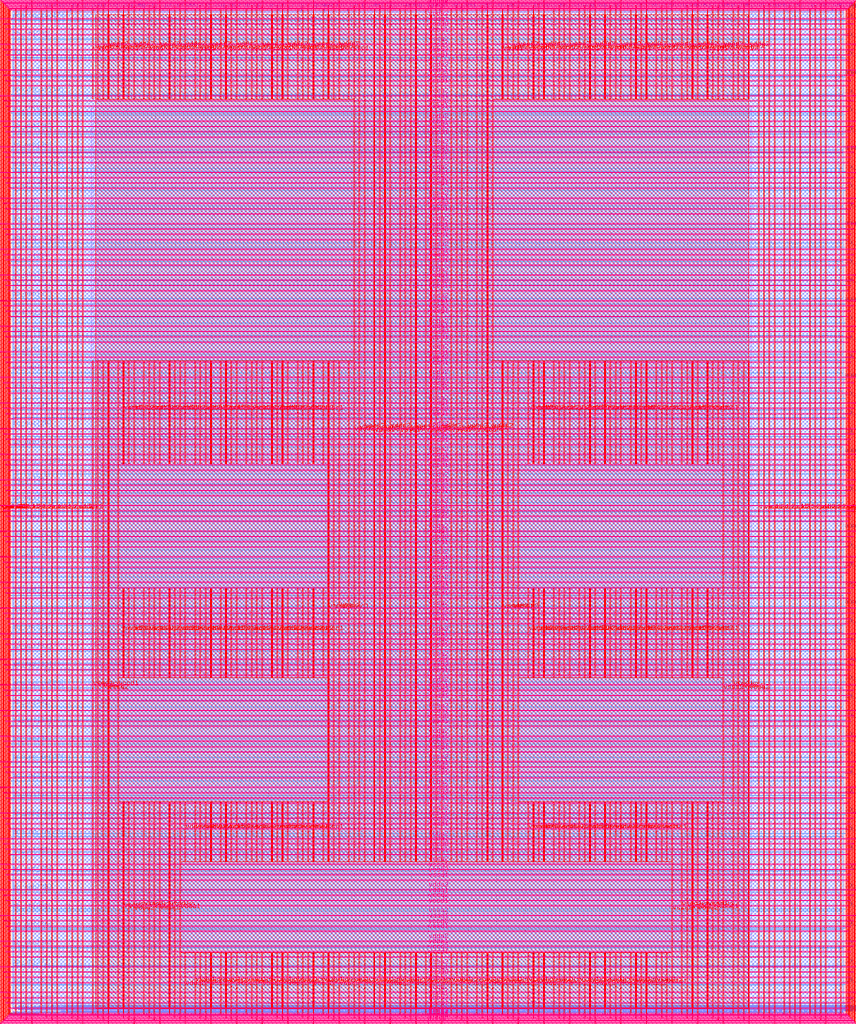
<source format=lef>
VERSION 5.7 ;
  NOWIREEXTENSIONATPIN ON ;
  DIVIDERCHAR "/" ;
  BUSBITCHARS "[]" ;
MACRO user_project_wrapper
  CLASS BLOCK ;
  FOREIGN user_project_wrapper ;
  ORIGIN 0.000 0.000 ;
  SIZE 2920.000 BY 3520.000 ;
  PIN analog_io[0]
    DIRECTION INOUT ;
    USE SIGNAL ;
    PORT
      LAYER met3 ;
        RECT 2917.600 1426.380 2924.800 1427.580 ;
    END
  END analog_io[0]
  PIN analog_io[10]
    DIRECTION INOUT ;
    USE SIGNAL ;
    PORT
      LAYER met2 ;
        RECT 2230.490 3517.600 2231.050 3524.800 ;
    END
  END analog_io[10]
  PIN analog_io[11]
    DIRECTION INOUT ;
    USE SIGNAL ;
    PORT
      LAYER met2 ;
        RECT 1905.730 3517.600 1906.290 3524.800 ;
    END
  END analog_io[11]
  PIN analog_io[12]
    DIRECTION INOUT ;
    USE SIGNAL ;
    PORT
      LAYER met2 ;
        RECT 1581.430 3517.600 1581.990 3524.800 ;
    END
  END analog_io[12]
  PIN analog_io[13]
    DIRECTION INOUT ;
    USE SIGNAL ;
    PORT
      LAYER met2 ;
        RECT 1257.130 3517.600 1257.690 3524.800 ;
    END
  END analog_io[13]
  PIN analog_io[14]
    DIRECTION INOUT ;
    USE SIGNAL ;
    PORT
      LAYER met2 ;
        RECT 932.370 3517.600 932.930 3524.800 ;
    END
  END analog_io[14]
  PIN analog_io[15]
    DIRECTION INOUT ;
    USE SIGNAL ;
    PORT
      LAYER met2 ;
        RECT 608.070 3517.600 608.630 3524.800 ;
    END
  END analog_io[15]
  PIN analog_io[16]
    DIRECTION INOUT ;
    USE SIGNAL ;
    PORT
      LAYER met2 ;
        RECT 283.770 3517.600 284.330 3524.800 ;
    END
  END analog_io[16]
  PIN analog_io[17]
    DIRECTION INOUT ;
    USE SIGNAL ;
    PORT
      LAYER met3 ;
        RECT -4.800 3486.100 2.400 3487.300 ;
    END
  END analog_io[17]
  PIN analog_io[18]
    DIRECTION INOUT ;
    USE SIGNAL ;
    PORT
      LAYER met3 ;
        RECT -4.800 3224.980 2.400 3226.180 ;
    END
  END analog_io[18]
  PIN analog_io[19]
    DIRECTION INOUT ;
    USE SIGNAL ;
    PORT
      LAYER met3 ;
        RECT -4.800 2964.540 2.400 2965.740 ;
    END
  END analog_io[19]
  PIN analog_io[1]
    DIRECTION INOUT ;
    USE SIGNAL ;
    PORT
      LAYER met3 ;
        RECT 2917.600 1692.260 2924.800 1693.460 ;
    END
  END analog_io[1]
  PIN analog_io[20]
    DIRECTION INOUT ;
    USE SIGNAL ;
    PORT
      LAYER met3 ;
        RECT -4.800 2703.420 2.400 2704.620 ;
    END
  END analog_io[20]
  PIN analog_io[21]
    DIRECTION INOUT ;
    USE SIGNAL ;
    PORT
      LAYER met3 ;
        RECT -4.800 2442.980 2.400 2444.180 ;
    END
  END analog_io[21]
  PIN analog_io[22]
    DIRECTION INOUT ;
    USE SIGNAL ;
    PORT
      LAYER met3 ;
        RECT -4.800 2182.540 2.400 2183.740 ;
    END
  END analog_io[22]
  PIN analog_io[23]
    DIRECTION INOUT ;
    USE SIGNAL ;
    PORT
      LAYER met3 ;
        RECT -4.800 1921.420 2.400 1922.620 ;
    END
  END analog_io[23]
  PIN analog_io[24]
    DIRECTION INOUT ;
    USE SIGNAL ;
    PORT
      LAYER met3 ;
        RECT -4.800 1660.980 2.400 1662.180 ;
    END
  END analog_io[24]
  PIN analog_io[25]
    DIRECTION INOUT ;
    USE SIGNAL ;
    PORT
      LAYER met3 ;
        RECT -4.800 1399.860 2.400 1401.060 ;
    END
  END analog_io[25]
  PIN analog_io[26]
    DIRECTION INOUT ;
    USE SIGNAL ;
    PORT
      LAYER met3 ;
        RECT -4.800 1139.420 2.400 1140.620 ;
    END
  END analog_io[26]
  PIN analog_io[27]
    DIRECTION INOUT ;
    USE SIGNAL ;
    PORT
      LAYER met3 ;
        RECT -4.800 878.980 2.400 880.180 ;
    END
  END analog_io[27]
  PIN analog_io[28]
    DIRECTION INOUT ;
    USE SIGNAL ;
    PORT
      LAYER met3 ;
        RECT -4.800 617.860 2.400 619.060 ;
    END
  END analog_io[28]
  PIN analog_io[2]
    DIRECTION INOUT ;
    USE SIGNAL ;
    PORT
      LAYER met3 ;
        RECT 2917.600 1958.140 2924.800 1959.340 ;
    END
  END analog_io[2]
  PIN analog_io[3]
    DIRECTION INOUT ;
    USE SIGNAL ;
    PORT
      LAYER met3 ;
        RECT 2917.600 2223.340 2924.800 2224.540 ;
    END
  END analog_io[3]
  PIN analog_io[4]
    DIRECTION INOUT ;
    USE SIGNAL ;
    PORT
      LAYER met3 ;
        RECT 2917.600 2489.220 2924.800 2490.420 ;
    END
  END analog_io[4]
  PIN analog_io[5]
    DIRECTION INOUT ;
    USE SIGNAL ;
    PORT
      LAYER met3 ;
        RECT 2917.600 2755.100 2924.800 2756.300 ;
    END
  END analog_io[5]
  PIN analog_io[6]
    DIRECTION INOUT ;
    USE SIGNAL ;
    PORT
      LAYER met3 ;
        RECT 2917.600 3020.300 2924.800 3021.500 ;
    END
  END analog_io[6]
  PIN analog_io[7]
    DIRECTION INOUT ;
    USE SIGNAL ;
    PORT
      LAYER met3 ;
        RECT 2917.600 3286.180 2924.800 3287.380 ;
    END
  END analog_io[7]
  PIN analog_io[8]
    DIRECTION INOUT ;
    USE SIGNAL ;
    PORT
      LAYER met2 ;
        RECT 2879.090 3517.600 2879.650 3524.800 ;
    END
  END analog_io[8]
  PIN analog_io[9]
    DIRECTION INOUT ;
    USE SIGNAL ;
    PORT
      LAYER met2 ;
        RECT 2554.790 3517.600 2555.350 3524.800 ;
    END
  END analog_io[9]
  PIN io_in[0]
    DIRECTION INPUT ;
    USE SIGNAL ;
    PORT
      LAYER met3 ;
        RECT 2917.600 32.380 2924.800 33.580 ;
    END
  END io_in[0]
  PIN io_in[10]
    DIRECTION INPUT ;
    USE SIGNAL ;
    PORT
      LAYER met3 ;
        RECT 2917.600 2289.980 2924.800 2291.180 ;
    END
  END io_in[10]
  PIN io_in[11]
    DIRECTION INPUT ;
    USE SIGNAL ;
    PORT
      LAYER met3 ;
        RECT 2917.600 2555.860 2924.800 2557.060 ;
    END
  END io_in[11]
  PIN io_in[12]
    DIRECTION INPUT ;
    USE SIGNAL ;
    PORT
      LAYER met3 ;
        RECT 2917.600 2821.060 2924.800 2822.260 ;
    END
  END io_in[12]
  PIN io_in[13]
    DIRECTION INPUT ;
    USE SIGNAL ;
    PORT
      LAYER met3 ;
        RECT 2917.600 3086.940 2924.800 3088.140 ;
    END
  END io_in[13]
  PIN io_in[14]
    DIRECTION INPUT ;
    USE SIGNAL ;
    PORT
      LAYER met3 ;
        RECT 2917.600 3352.820 2924.800 3354.020 ;
    END
  END io_in[14]
  PIN io_in[15]
    DIRECTION INPUT ;
    USE SIGNAL ;
    PORT
      LAYER met2 ;
        RECT 2798.130 3517.600 2798.690 3524.800 ;
    END
  END io_in[15]
  PIN io_in[16]
    DIRECTION INPUT ;
    USE SIGNAL ;
    PORT
      LAYER met2 ;
        RECT 2473.830 3517.600 2474.390 3524.800 ;
    END
  END io_in[16]
  PIN io_in[17]
    DIRECTION INPUT ;
    USE SIGNAL ;
    PORT
      LAYER met2 ;
        RECT 2149.070 3517.600 2149.630 3524.800 ;
    END
  END io_in[17]
  PIN io_in[18]
    DIRECTION INPUT ;
    USE SIGNAL ;
    PORT
      LAYER met2 ;
        RECT 1824.770 3517.600 1825.330 3524.800 ;
    END
  END io_in[18]
  PIN io_in[19]
    DIRECTION INPUT ;
    USE SIGNAL ;
    PORT
      LAYER met2 ;
        RECT 1500.470 3517.600 1501.030 3524.800 ;
    END
  END io_in[19]
  PIN io_in[1]
    DIRECTION INPUT ;
    USE SIGNAL ;
    PORT
      LAYER met3 ;
        RECT 2917.600 230.940 2924.800 232.140 ;
    END
  END io_in[1]
  PIN io_in[20]
    DIRECTION INPUT ;
    USE SIGNAL ;
    PORT
      LAYER met2 ;
        RECT 1175.710 3517.600 1176.270 3524.800 ;
    END
  END io_in[20]
  PIN io_in[21]
    DIRECTION INPUT ;
    USE SIGNAL ;
    PORT
      LAYER met2 ;
        RECT 851.410 3517.600 851.970 3524.800 ;
    END
  END io_in[21]
  PIN io_in[22]
    DIRECTION INPUT ;
    USE SIGNAL ;
    PORT
      LAYER met2 ;
        RECT 527.110 3517.600 527.670 3524.800 ;
    END
  END io_in[22]
  PIN io_in[23]
    DIRECTION INPUT ;
    USE SIGNAL ;
    PORT
      LAYER met2 ;
        RECT 202.350 3517.600 202.910 3524.800 ;
    END
  END io_in[23]
  PIN io_in[24]
    DIRECTION INPUT ;
    USE SIGNAL ;
    PORT
      LAYER met3 ;
        RECT -4.800 3420.820 2.400 3422.020 ;
    END
  END io_in[24]
  PIN io_in[25]
    DIRECTION INPUT ;
    USE SIGNAL ;
    PORT
      LAYER met3 ;
        RECT -4.800 3159.700 2.400 3160.900 ;
    END
  END io_in[25]
  PIN io_in[26]
    DIRECTION INPUT ;
    USE SIGNAL ;
    PORT
      LAYER met3 ;
        RECT -4.800 2899.260 2.400 2900.460 ;
    END
  END io_in[26]
  PIN io_in[27]
    DIRECTION INPUT ;
    USE SIGNAL ;
    PORT
      LAYER met3 ;
        RECT -4.800 2638.820 2.400 2640.020 ;
    END
  END io_in[27]
  PIN io_in[28]
    DIRECTION INPUT ;
    USE SIGNAL ;
    PORT
      LAYER met3 ;
        RECT -4.800 2377.700 2.400 2378.900 ;
    END
  END io_in[28]
  PIN io_in[29]
    DIRECTION INPUT ;
    USE SIGNAL ;
    PORT
      LAYER met3 ;
        RECT -4.800 2117.260 2.400 2118.460 ;
    END
  END io_in[29]
  PIN io_in[2]
    DIRECTION INPUT ;
    USE SIGNAL ;
    PORT
      LAYER met3 ;
        RECT 2917.600 430.180 2924.800 431.380 ;
    END
  END io_in[2]
  PIN io_in[30]
    DIRECTION INPUT ;
    USE SIGNAL ;
    PORT
      LAYER met3 ;
        RECT -4.800 1856.140 2.400 1857.340 ;
    END
  END io_in[30]
  PIN io_in[31]
    DIRECTION INPUT ;
    USE SIGNAL ;
    PORT
      LAYER met3 ;
        RECT -4.800 1595.700 2.400 1596.900 ;
    END
  END io_in[31]
  PIN io_in[32]
    DIRECTION INPUT ;
    USE SIGNAL ;
    PORT
      LAYER met3 ;
        RECT -4.800 1335.260 2.400 1336.460 ;
    END
  END io_in[32]
  PIN io_in[33]
    DIRECTION INPUT ;
    USE SIGNAL ;
    PORT
      LAYER met3 ;
        RECT -4.800 1074.140 2.400 1075.340 ;
    END
  END io_in[33]
  PIN io_in[34]
    DIRECTION INPUT ;
    USE SIGNAL ;
    PORT
      LAYER met3 ;
        RECT -4.800 813.700 2.400 814.900 ;
    END
  END io_in[34]
  PIN io_in[35]
    DIRECTION INPUT ;
    USE SIGNAL ;
    PORT
      LAYER met3 ;
        RECT -4.800 552.580 2.400 553.780 ;
    END
  END io_in[35]
  PIN io_in[36]
    DIRECTION INPUT ;
    USE SIGNAL ;
    PORT
      LAYER met3 ;
        RECT -4.800 357.420 2.400 358.620 ;
    END
  END io_in[36]
  PIN io_in[37]
    DIRECTION INPUT ;
    USE SIGNAL ;
    PORT
      LAYER met3 ;
        RECT -4.800 161.580 2.400 162.780 ;
    END
  END io_in[37]
  PIN io_in[3]
    DIRECTION INPUT ;
    USE SIGNAL ;
    PORT
      LAYER met3 ;
        RECT 2917.600 629.420 2924.800 630.620 ;
    END
  END io_in[3]
  PIN io_in[4]
    DIRECTION INPUT ;
    USE SIGNAL ;
    PORT
      LAYER met3 ;
        RECT 2917.600 828.660 2924.800 829.860 ;
    END
  END io_in[4]
  PIN io_in[5]
    DIRECTION INPUT ;
    USE SIGNAL ;
    PORT
      LAYER met3 ;
        RECT 2917.600 1027.900 2924.800 1029.100 ;
    END
  END io_in[5]
  PIN io_in[6]
    DIRECTION INPUT ;
    USE SIGNAL ;
    PORT
      LAYER met3 ;
        RECT 2917.600 1227.140 2924.800 1228.340 ;
    END
  END io_in[6]
  PIN io_in[7]
    DIRECTION INPUT ;
    USE SIGNAL ;
    PORT
      LAYER met3 ;
        RECT 2917.600 1493.020 2924.800 1494.220 ;
    END
  END io_in[7]
  PIN io_in[8]
    DIRECTION INPUT ;
    USE SIGNAL ;
    PORT
      LAYER met3 ;
        RECT 2917.600 1758.900 2924.800 1760.100 ;
    END
  END io_in[8]
  PIN io_in[9]
    DIRECTION INPUT ;
    USE SIGNAL ;
    PORT
      LAYER met3 ;
        RECT 2917.600 2024.100 2924.800 2025.300 ;
    END
  END io_in[9]
  PIN io_oeb[0]
    DIRECTION OUTPUT TRISTATE ;
    USE SIGNAL ;
    PORT
      LAYER met3 ;
        RECT 2917.600 164.980 2924.800 166.180 ;
    END
  END io_oeb[0]
  PIN io_oeb[10]
    DIRECTION OUTPUT TRISTATE ;
    USE SIGNAL ;
    PORT
      LAYER met3 ;
        RECT 2917.600 2422.580 2924.800 2423.780 ;
    END
  END io_oeb[10]
  PIN io_oeb[11]
    DIRECTION OUTPUT TRISTATE ;
    USE SIGNAL ;
    PORT
      LAYER met3 ;
        RECT 2917.600 2688.460 2924.800 2689.660 ;
    END
  END io_oeb[11]
  PIN io_oeb[12]
    DIRECTION OUTPUT TRISTATE ;
    USE SIGNAL ;
    PORT
      LAYER met3 ;
        RECT 2917.600 2954.340 2924.800 2955.540 ;
    END
  END io_oeb[12]
  PIN io_oeb[13]
    DIRECTION OUTPUT TRISTATE ;
    USE SIGNAL ;
    PORT
      LAYER met3 ;
        RECT 2917.600 3219.540 2924.800 3220.740 ;
    END
  END io_oeb[13]
  PIN io_oeb[14]
    DIRECTION OUTPUT TRISTATE ;
    USE SIGNAL ;
    PORT
      LAYER met3 ;
        RECT 2917.600 3485.420 2924.800 3486.620 ;
    END
  END io_oeb[14]
  PIN io_oeb[15]
    DIRECTION OUTPUT TRISTATE ;
    USE SIGNAL ;
    PORT
      LAYER met2 ;
        RECT 2635.750 3517.600 2636.310 3524.800 ;
    END
  END io_oeb[15]
  PIN io_oeb[16]
    DIRECTION OUTPUT TRISTATE ;
    USE SIGNAL ;
    PORT
      LAYER met2 ;
        RECT 2311.450 3517.600 2312.010 3524.800 ;
    END
  END io_oeb[16]
  PIN io_oeb[17]
    DIRECTION OUTPUT TRISTATE ;
    USE SIGNAL ;
    PORT
      LAYER met2 ;
        RECT 1987.150 3517.600 1987.710 3524.800 ;
    END
  END io_oeb[17]
  PIN io_oeb[18]
    DIRECTION OUTPUT TRISTATE ;
    USE SIGNAL ;
    PORT
      LAYER met2 ;
        RECT 1662.390 3517.600 1662.950 3524.800 ;
    END
  END io_oeb[18]
  PIN io_oeb[19]
    DIRECTION OUTPUT TRISTATE ;
    USE SIGNAL ;
    PORT
      LAYER met2 ;
        RECT 1338.090 3517.600 1338.650 3524.800 ;
    END
  END io_oeb[19]
  PIN io_oeb[1]
    DIRECTION OUTPUT TRISTATE ;
    USE SIGNAL ;
    PORT
      LAYER met3 ;
        RECT 2917.600 364.220 2924.800 365.420 ;
    END
  END io_oeb[1]
  PIN io_oeb[20]
    DIRECTION OUTPUT TRISTATE ;
    USE SIGNAL ;
    PORT
      LAYER met2 ;
        RECT 1013.790 3517.600 1014.350 3524.800 ;
    END
  END io_oeb[20]
  PIN io_oeb[21]
    DIRECTION OUTPUT TRISTATE ;
    USE SIGNAL ;
    PORT
      LAYER met2 ;
        RECT 689.030 3517.600 689.590 3524.800 ;
    END
  END io_oeb[21]
  PIN io_oeb[22]
    DIRECTION OUTPUT TRISTATE ;
    USE SIGNAL ;
    PORT
      LAYER met2 ;
        RECT 364.730 3517.600 365.290 3524.800 ;
    END
  END io_oeb[22]
  PIN io_oeb[23]
    DIRECTION OUTPUT TRISTATE ;
    USE SIGNAL ;
    PORT
      LAYER met2 ;
        RECT 40.430 3517.600 40.990 3524.800 ;
    END
  END io_oeb[23]
  PIN io_oeb[24]
    DIRECTION OUTPUT TRISTATE ;
    USE SIGNAL ;
    PORT
      LAYER met3 ;
        RECT -4.800 3290.260 2.400 3291.460 ;
    END
  END io_oeb[24]
  PIN io_oeb[25]
    DIRECTION OUTPUT TRISTATE ;
    USE SIGNAL ;
    PORT
      LAYER met3 ;
        RECT -4.800 3029.820 2.400 3031.020 ;
    END
  END io_oeb[25]
  PIN io_oeb[26]
    DIRECTION OUTPUT TRISTATE ;
    USE SIGNAL ;
    PORT
      LAYER met3 ;
        RECT -4.800 2768.700 2.400 2769.900 ;
    END
  END io_oeb[26]
  PIN io_oeb[27]
    DIRECTION OUTPUT TRISTATE ;
    USE SIGNAL ;
    PORT
      LAYER met3 ;
        RECT -4.800 2508.260 2.400 2509.460 ;
    END
  END io_oeb[27]
  PIN io_oeb[28]
    DIRECTION OUTPUT TRISTATE ;
    USE SIGNAL ;
    PORT
      LAYER met3 ;
        RECT -4.800 2247.140 2.400 2248.340 ;
    END
  END io_oeb[28]
  PIN io_oeb[29]
    DIRECTION OUTPUT TRISTATE ;
    USE SIGNAL ;
    PORT
      LAYER met3 ;
        RECT -4.800 1986.700 2.400 1987.900 ;
    END
  END io_oeb[29]
  PIN io_oeb[2]
    DIRECTION OUTPUT TRISTATE ;
    USE SIGNAL ;
    PORT
      LAYER met3 ;
        RECT 2917.600 563.460 2924.800 564.660 ;
    END
  END io_oeb[2]
  PIN io_oeb[30]
    DIRECTION OUTPUT TRISTATE ;
    USE SIGNAL ;
    PORT
      LAYER met3 ;
        RECT -4.800 1726.260 2.400 1727.460 ;
    END
  END io_oeb[30]
  PIN io_oeb[31]
    DIRECTION OUTPUT TRISTATE ;
    USE SIGNAL ;
    PORT
      LAYER met3 ;
        RECT -4.800 1465.140 2.400 1466.340 ;
    END
  END io_oeb[31]
  PIN io_oeb[32]
    DIRECTION OUTPUT TRISTATE ;
    USE SIGNAL ;
    PORT
      LAYER met3 ;
        RECT -4.800 1204.700 2.400 1205.900 ;
    END
  END io_oeb[32]
  PIN io_oeb[33]
    DIRECTION OUTPUT TRISTATE ;
    USE SIGNAL ;
    PORT
      LAYER met3 ;
        RECT -4.800 943.580 2.400 944.780 ;
    END
  END io_oeb[33]
  PIN io_oeb[34]
    DIRECTION OUTPUT TRISTATE ;
    USE SIGNAL ;
    PORT
      LAYER met3 ;
        RECT -4.800 683.140 2.400 684.340 ;
    END
  END io_oeb[34]
  PIN io_oeb[35]
    DIRECTION OUTPUT TRISTATE ;
    USE SIGNAL ;
    PORT
      LAYER met3 ;
        RECT -4.800 422.700 2.400 423.900 ;
    END
  END io_oeb[35]
  PIN io_oeb[36]
    DIRECTION OUTPUT TRISTATE ;
    USE SIGNAL ;
    PORT
      LAYER met3 ;
        RECT -4.800 226.860 2.400 228.060 ;
    END
  END io_oeb[36]
  PIN io_oeb[37]
    DIRECTION OUTPUT TRISTATE ;
    USE SIGNAL ;
    PORT
      LAYER met3 ;
        RECT -4.800 31.700 2.400 32.900 ;
    END
  END io_oeb[37]
  PIN io_oeb[3]
    DIRECTION OUTPUT TRISTATE ;
    USE SIGNAL ;
    PORT
      LAYER met3 ;
        RECT 2917.600 762.700 2924.800 763.900 ;
    END
  END io_oeb[3]
  PIN io_oeb[4]
    DIRECTION OUTPUT TRISTATE ;
    USE SIGNAL ;
    PORT
      LAYER met3 ;
        RECT 2917.600 961.940 2924.800 963.140 ;
    END
  END io_oeb[4]
  PIN io_oeb[5]
    DIRECTION OUTPUT TRISTATE ;
    USE SIGNAL ;
    PORT
      LAYER met3 ;
        RECT 2917.600 1161.180 2924.800 1162.380 ;
    END
  END io_oeb[5]
  PIN io_oeb[6]
    DIRECTION OUTPUT TRISTATE ;
    USE SIGNAL ;
    PORT
      LAYER met3 ;
        RECT 2917.600 1360.420 2924.800 1361.620 ;
    END
  END io_oeb[6]
  PIN io_oeb[7]
    DIRECTION OUTPUT TRISTATE ;
    USE SIGNAL ;
    PORT
      LAYER met3 ;
        RECT 2917.600 1625.620 2924.800 1626.820 ;
    END
  END io_oeb[7]
  PIN io_oeb[8]
    DIRECTION OUTPUT TRISTATE ;
    USE SIGNAL ;
    PORT
      LAYER met3 ;
        RECT 2917.600 1891.500 2924.800 1892.700 ;
    END
  END io_oeb[8]
  PIN io_oeb[9]
    DIRECTION OUTPUT TRISTATE ;
    USE SIGNAL ;
    PORT
      LAYER met3 ;
        RECT 2917.600 2157.380 2924.800 2158.580 ;
    END
  END io_oeb[9]
  PIN io_out[0]
    DIRECTION OUTPUT TRISTATE ;
    USE SIGNAL ;
    PORT
      LAYER met3 ;
        RECT 2917.600 98.340 2924.800 99.540 ;
    END
  END io_out[0]
  PIN io_out[10]
    DIRECTION OUTPUT TRISTATE ;
    USE SIGNAL ;
    PORT
      LAYER met3 ;
        RECT 2917.600 2356.620 2924.800 2357.820 ;
    END
  END io_out[10]
  PIN io_out[11]
    DIRECTION OUTPUT TRISTATE ;
    USE SIGNAL ;
    PORT
      LAYER met3 ;
        RECT 2917.600 2621.820 2924.800 2623.020 ;
    END
  END io_out[11]
  PIN io_out[12]
    DIRECTION OUTPUT TRISTATE ;
    USE SIGNAL ;
    PORT
      LAYER met3 ;
        RECT 2917.600 2887.700 2924.800 2888.900 ;
    END
  END io_out[12]
  PIN io_out[13]
    DIRECTION OUTPUT TRISTATE ;
    USE SIGNAL ;
    PORT
      LAYER met3 ;
        RECT 2917.600 3153.580 2924.800 3154.780 ;
    END
  END io_out[13]
  PIN io_out[14]
    DIRECTION OUTPUT TRISTATE ;
    USE SIGNAL ;
    PORT
      LAYER met3 ;
        RECT 2917.600 3418.780 2924.800 3419.980 ;
    END
  END io_out[14]
  PIN io_out[15]
    DIRECTION OUTPUT TRISTATE ;
    USE SIGNAL ;
    PORT
      LAYER met2 ;
        RECT 2717.170 3517.600 2717.730 3524.800 ;
    END
  END io_out[15]
  PIN io_out[16]
    DIRECTION OUTPUT TRISTATE ;
    USE SIGNAL ;
    PORT
      LAYER met2 ;
        RECT 2392.410 3517.600 2392.970 3524.800 ;
    END
  END io_out[16]
  PIN io_out[17]
    DIRECTION OUTPUT TRISTATE ;
    USE SIGNAL ;
    PORT
      LAYER met2 ;
        RECT 2068.110 3517.600 2068.670 3524.800 ;
    END
  END io_out[17]
  PIN io_out[18]
    DIRECTION OUTPUT TRISTATE ;
    USE SIGNAL ;
    PORT
      LAYER met2 ;
        RECT 1743.810 3517.600 1744.370 3524.800 ;
    END
  END io_out[18]
  PIN io_out[19]
    DIRECTION OUTPUT TRISTATE ;
    USE SIGNAL ;
    PORT
      LAYER met2 ;
        RECT 1419.050 3517.600 1419.610 3524.800 ;
    END
  END io_out[19]
  PIN io_out[1]
    DIRECTION OUTPUT TRISTATE ;
    USE SIGNAL ;
    PORT
      LAYER met3 ;
        RECT 2917.600 297.580 2924.800 298.780 ;
    END
  END io_out[1]
  PIN io_out[20]
    DIRECTION OUTPUT TRISTATE ;
    USE SIGNAL ;
    PORT
      LAYER met2 ;
        RECT 1094.750 3517.600 1095.310 3524.800 ;
    END
  END io_out[20]
  PIN io_out[21]
    DIRECTION OUTPUT TRISTATE ;
    USE SIGNAL ;
    PORT
      LAYER met2 ;
        RECT 770.450 3517.600 771.010 3524.800 ;
    END
  END io_out[21]
  PIN io_out[22]
    DIRECTION OUTPUT TRISTATE ;
    USE SIGNAL ;
    PORT
      LAYER met2 ;
        RECT 445.690 3517.600 446.250 3524.800 ;
    END
  END io_out[22]
  PIN io_out[23]
    DIRECTION OUTPUT TRISTATE ;
    USE SIGNAL ;
    PORT
      LAYER met2 ;
        RECT 121.390 3517.600 121.950 3524.800 ;
    END
  END io_out[23]
  PIN io_out[24]
    DIRECTION OUTPUT TRISTATE ;
    USE SIGNAL ;
    PORT
      LAYER met3 ;
        RECT -4.800 3355.540 2.400 3356.740 ;
    END
  END io_out[24]
  PIN io_out[25]
    DIRECTION OUTPUT TRISTATE ;
    USE SIGNAL ;
    PORT
      LAYER met3 ;
        RECT -4.800 3095.100 2.400 3096.300 ;
    END
  END io_out[25]
  PIN io_out[26]
    DIRECTION OUTPUT TRISTATE ;
    USE SIGNAL ;
    PORT
      LAYER met3 ;
        RECT -4.800 2833.980 2.400 2835.180 ;
    END
  END io_out[26]
  PIN io_out[27]
    DIRECTION OUTPUT TRISTATE ;
    USE SIGNAL ;
    PORT
      LAYER met3 ;
        RECT -4.800 2573.540 2.400 2574.740 ;
    END
  END io_out[27]
  PIN io_out[28]
    DIRECTION OUTPUT TRISTATE ;
    USE SIGNAL ;
    PORT
      LAYER met3 ;
        RECT -4.800 2312.420 2.400 2313.620 ;
    END
  END io_out[28]
  PIN io_out[29]
    DIRECTION OUTPUT TRISTATE ;
    USE SIGNAL ;
    PORT
      LAYER met3 ;
        RECT -4.800 2051.980 2.400 2053.180 ;
    END
  END io_out[29]
  PIN io_out[2]
    DIRECTION OUTPUT TRISTATE ;
    USE SIGNAL ;
    PORT
      LAYER met3 ;
        RECT 2917.600 496.820 2924.800 498.020 ;
    END
  END io_out[2]
  PIN io_out[30]
    DIRECTION OUTPUT TRISTATE ;
    USE SIGNAL ;
    PORT
      LAYER met3 ;
        RECT -4.800 1791.540 2.400 1792.740 ;
    END
  END io_out[30]
  PIN io_out[31]
    DIRECTION OUTPUT TRISTATE ;
    USE SIGNAL ;
    PORT
      LAYER met3 ;
        RECT -4.800 1530.420 2.400 1531.620 ;
    END
  END io_out[31]
  PIN io_out[32]
    DIRECTION OUTPUT TRISTATE ;
    USE SIGNAL ;
    PORT
      LAYER met3 ;
        RECT -4.800 1269.980 2.400 1271.180 ;
    END
  END io_out[32]
  PIN io_out[33]
    DIRECTION OUTPUT TRISTATE ;
    USE SIGNAL ;
    PORT
      LAYER met3 ;
        RECT -4.800 1008.860 2.400 1010.060 ;
    END
  END io_out[33]
  PIN io_out[34]
    DIRECTION OUTPUT TRISTATE ;
    USE SIGNAL ;
    PORT
      LAYER met3 ;
        RECT -4.800 748.420 2.400 749.620 ;
    END
  END io_out[34]
  PIN io_out[35]
    DIRECTION OUTPUT TRISTATE ;
    USE SIGNAL ;
    PORT
      LAYER met3 ;
        RECT -4.800 487.300 2.400 488.500 ;
    END
  END io_out[35]
  PIN io_out[36]
    DIRECTION OUTPUT TRISTATE ;
    USE SIGNAL ;
    PORT
      LAYER met3 ;
        RECT -4.800 292.140 2.400 293.340 ;
    END
  END io_out[36]
  PIN io_out[37]
    DIRECTION OUTPUT TRISTATE ;
    USE SIGNAL ;
    PORT
      LAYER met3 ;
        RECT -4.800 96.300 2.400 97.500 ;
    END
  END io_out[37]
  PIN io_out[3]
    DIRECTION OUTPUT TRISTATE ;
    USE SIGNAL ;
    PORT
      LAYER met3 ;
        RECT 2917.600 696.060 2924.800 697.260 ;
    END
  END io_out[3]
  PIN io_out[4]
    DIRECTION OUTPUT TRISTATE ;
    USE SIGNAL ;
    PORT
      LAYER met3 ;
        RECT 2917.600 895.300 2924.800 896.500 ;
    END
  END io_out[4]
  PIN io_out[5]
    DIRECTION OUTPUT TRISTATE ;
    USE SIGNAL ;
    PORT
      LAYER met3 ;
        RECT 2917.600 1094.540 2924.800 1095.740 ;
    END
  END io_out[5]
  PIN io_out[6]
    DIRECTION OUTPUT TRISTATE ;
    USE SIGNAL ;
    PORT
      LAYER met3 ;
        RECT 2917.600 1293.780 2924.800 1294.980 ;
    END
  END io_out[6]
  PIN io_out[7]
    DIRECTION OUTPUT TRISTATE ;
    USE SIGNAL ;
    PORT
      LAYER met3 ;
        RECT 2917.600 1559.660 2924.800 1560.860 ;
    END
  END io_out[7]
  PIN io_out[8]
    DIRECTION OUTPUT TRISTATE ;
    USE SIGNAL ;
    PORT
      LAYER met3 ;
        RECT 2917.600 1824.860 2924.800 1826.060 ;
    END
  END io_out[8]
  PIN io_out[9]
    DIRECTION OUTPUT TRISTATE ;
    USE SIGNAL ;
    PORT
      LAYER met3 ;
        RECT 2917.600 2090.740 2924.800 2091.940 ;
    END
  END io_out[9]
  PIN la_data_in[0]
    DIRECTION INPUT ;
    USE SIGNAL ;
    PORT
      LAYER met2 ;
        RECT 629.230 -4.800 629.790 2.400 ;
    END
  END la_data_in[0]
  PIN la_data_in[100]
    DIRECTION INPUT ;
    USE SIGNAL ;
    PORT
      LAYER met2 ;
        RECT 2402.530 -4.800 2403.090 2.400 ;
    END
  END la_data_in[100]
  PIN la_data_in[101]
    DIRECTION INPUT ;
    USE SIGNAL ;
    PORT
      LAYER met2 ;
        RECT 2420.010 -4.800 2420.570 2.400 ;
    END
  END la_data_in[101]
  PIN la_data_in[102]
    DIRECTION INPUT ;
    USE SIGNAL ;
    PORT
      LAYER met2 ;
        RECT 2437.950 -4.800 2438.510 2.400 ;
    END
  END la_data_in[102]
  PIN la_data_in[103]
    DIRECTION INPUT ;
    USE SIGNAL ;
    PORT
      LAYER met2 ;
        RECT 2455.430 -4.800 2455.990 2.400 ;
    END
  END la_data_in[103]
  PIN la_data_in[104]
    DIRECTION INPUT ;
    USE SIGNAL ;
    PORT
      LAYER met2 ;
        RECT 2473.370 -4.800 2473.930 2.400 ;
    END
  END la_data_in[104]
  PIN la_data_in[105]
    DIRECTION INPUT ;
    USE SIGNAL ;
    PORT
      LAYER met2 ;
        RECT 2490.850 -4.800 2491.410 2.400 ;
    END
  END la_data_in[105]
  PIN la_data_in[106]
    DIRECTION INPUT ;
    USE SIGNAL ;
    PORT
      LAYER met2 ;
        RECT 2508.790 -4.800 2509.350 2.400 ;
    END
  END la_data_in[106]
  PIN la_data_in[107]
    DIRECTION INPUT ;
    USE SIGNAL ;
    PORT
      LAYER met2 ;
        RECT 2526.730 -4.800 2527.290 2.400 ;
    END
  END la_data_in[107]
  PIN la_data_in[108]
    DIRECTION INPUT ;
    USE SIGNAL ;
    PORT
      LAYER met2 ;
        RECT 2544.210 -4.800 2544.770 2.400 ;
    END
  END la_data_in[108]
  PIN la_data_in[109]
    DIRECTION INPUT ;
    USE SIGNAL ;
    PORT
      LAYER met2 ;
        RECT 2562.150 -4.800 2562.710 2.400 ;
    END
  END la_data_in[109]
  PIN la_data_in[10]
    DIRECTION INPUT ;
    USE SIGNAL ;
    PORT
      LAYER met2 ;
        RECT 806.330 -4.800 806.890 2.400 ;
    END
  END la_data_in[10]
  PIN la_data_in[110]
    DIRECTION INPUT ;
    USE SIGNAL ;
    PORT
      LAYER met2 ;
        RECT 2579.630 -4.800 2580.190 2.400 ;
    END
  END la_data_in[110]
  PIN la_data_in[111]
    DIRECTION INPUT ;
    USE SIGNAL ;
    PORT
      LAYER met2 ;
        RECT 2597.570 -4.800 2598.130 2.400 ;
    END
  END la_data_in[111]
  PIN la_data_in[112]
    DIRECTION INPUT ;
    USE SIGNAL ;
    PORT
      LAYER met2 ;
        RECT 2615.050 -4.800 2615.610 2.400 ;
    END
  END la_data_in[112]
  PIN la_data_in[113]
    DIRECTION INPUT ;
    USE SIGNAL ;
    PORT
      LAYER met2 ;
        RECT 2632.990 -4.800 2633.550 2.400 ;
    END
  END la_data_in[113]
  PIN la_data_in[114]
    DIRECTION INPUT ;
    USE SIGNAL ;
    PORT
      LAYER met2 ;
        RECT 2650.470 -4.800 2651.030 2.400 ;
    END
  END la_data_in[114]
  PIN la_data_in[115]
    DIRECTION INPUT ;
    USE SIGNAL ;
    PORT
      LAYER met2 ;
        RECT 2668.410 -4.800 2668.970 2.400 ;
    END
  END la_data_in[115]
  PIN la_data_in[116]
    DIRECTION INPUT ;
    USE SIGNAL ;
    PORT
      LAYER met2 ;
        RECT 2685.890 -4.800 2686.450 2.400 ;
    END
  END la_data_in[116]
  PIN la_data_in[117]
    DIRECTION INPUT ;
    USE SIGNAL ;
    PORT
      LAYER met2 ;
        RECT 2703.830 -4.800 2704.390 2.400 ;
    END
  END la_data_in[117]
  PIN la_data_in[118]
    DIRECTION INPUT ;
    USE SIGNAL ;
    PORT
      LAYER met2 ;
        RECT 2721.770 -4.800 2722.330 2.400 ;
    END
  END la_data_in[118]
  PIN la_data_in[119]
    DIRECTION INPUT ;
    USE SIGNAL ;
    PORT
      LAYER met2 ;
        RECT 2739.250 -4.800 2739.810 2.400 ;
    END
  END la_data_in[119]
  PIN la_data_in[11]
    DIRECTION INPUT ;
    USE SIGNAL ;
    PORT
      LAYER met2 ;
        RECT 824.270 -4.800 824.830 2.400 ;
    END
  END la_data_in[11]
  PIN la_data_in[120]
    DIRECTION INPUT ;
    USE SIGNAL ;
    PORT
      LAYER met2 ;
        RECT 2757.190 -4.800 2757.750 2.400 ;
    END
  END la_data_in[120]
  PIN la_data_in[121]
    DIRECTION INPUT ;
    USE SIGNAL ;
    PORT
      LAYER met2 ;
        RECT 2774.670 -4.800 2775.230 2.400 ;
    END
  END la_data_in[121]
  PIN la_data_in[122]
    DIRECTION INPUT ;
    USE SIGNAL ;
    PORT
      LAYER met2 ;
        RECT 2792.610 -4.800 2793.170 2.400 ;
    END
  END la_data_in[122]
  PIN la_data_in[123]
    DIRECTION INPUT ;
    USE SIGNAL ;
    PORT
      LAYER met2 ;
        RECT 2810.090 -4.800 2810.650 2.400 ;
    END
  END la_data_in[123]
  PIN la_data_in[124]
    DIRECTION INPUT ;
    USE SIGNAL ;
    PORT
      LAYER met2 ;
        RECT 2828.030 -4.800 2828.590 2.400 ;
    END
  END la_data_in[124]
  PIN la_data_in[125]
    DIRECTION INPUT ;
    USE SIGNAL ;
    PORT
      LAYER met2 ;
        RECT 2845.510 -4.800 2846.070 2.400 ;
    END
  END la_data_in[125]
  PIN la_data_in[126]
    DIRECTION INPUT ;
    USE SIGNAL ;
    PORT
      LAYER met2 ;
        RECT 2863.450 -4.800 2864.010 2.400 ;
    END
  END la_data_in[126]
  PIN la_data_in[127]
    DIRECTION INPUT ;
    USE SIGNAL ;
    PORT
      LAYER met2 ;
        RECT 2881.390 -4.800 2881.950 2.400 ;
    END
  END la_data_in[127]
  PIN la_data_in[12]
    DIRECTION INPUT ;
    USE SIGNAL ;
    PORT
      LAYER met2 ;
        RECT 841.750 -4.800 842.310 2.400 ;
    END
  END la_data_in[12]
  PIN la_data_in[13]
    DIRECTION INPUT ;
    USE SIGNAL ;
    PORT
      LAYER met2 ;
        RECT 859.690 -4.800 860.250 2.400 ;
    END
  END la_data_in[13]
  PIN la_data_in[14]
    DIRECTION INPUT ;
    USE SIGNAL ;
    PORT
      LAYER met2 ;
        RECT 877.170 -4.800 877.730 2.400 ;
    END
  END la_data_in[14]
  PIN la_data_in[15]
    DIRECTION INPUT ;
    USE SIGNAL ;
    PORT
      LAYER met2 ;
        RECT 895.110 -4.800 895.670 2.400 ;
    END
  END la_data_in[15]
  PIN la_data_in[16]
    DIRECTION INPUT ;
    USE SIGNAL ;
    PORT
      LAYER met2 ;
        RECT 912.590 -4.800 913.150 2.400 ;
    END
  END la_data_in[16]
  PIN la_data_in[17]
    DIRECTION INPUT ;
    USE SIGNAL ;
    PORT
      LAYER met2 ;
        RECT 930.530 -4.800 931.090 2.400 ;
    END
  END la_data_in[17]
  PIN la_data_in[18]
    DIRECTION INPUT ;
    USE SIGNAL ;
    PORT
      LAYER met2 ;
        RECT 948.470 -4.800 949.030 2.400 ;
    END
  END la_data_in[18]
  PIN la_data_in[19]
    DIRECTION INPUT ;
    USE SIGNAL ;
    PORT
      LAYER met2 ;
        RECT 965.950 -4.800 966.510 2.400 ;
    END
  END la_data_in[19]
  PIN la_data_in[1]
    DIRECTION INPUT ;
    USE SIGNAL ;
    PORT
      LAYER met2 ;
        RECT 646.710 -4.800 647.270 2.400 ;
    END
  END la_data_in[1]
  PIN la_data_in[20]
    DIRECTION INPUT ;
    USE SIGNAL ;
    PORT
      LAYER met2 ;
        RECT 983.890 -4.800 984.450 2.400 ;
    END
  END la_data_in[20]
  PIN la_data_in[21]
    DIRECTION INPUT ;
    USE SIGNAL ;
    PORT
      LAYER met2 ;
        RECT 1001.370 -4.800 1001.930 2.400 ;
    END
  END la_data_in[21]
  PIN la_data_in[22]
    DIRECTION INPUT ;
    USE SIGNAL ;
    PORT
      LAYER met2 ;
        RECT 1019.310 -4.800 1019.870 2.400 ;
    END
  END la_data_in[22]
  PIN la_data_in[23]
    DIRECTION INPUT ;
    USE SIGNAL ;
    PORT
      LAYER met2 ;
        RECT 1036.790 -4.800 1037.350 2.400 ;
    END
  END la_data_in[23]
  PIN la_data_in[24]
    DIRECTION INPUT ;
    USE SIGNAL ;
    PORT
      LAYER met2 ;
        RECT 1054.730 -4.800 1055.290 2.400 ;
    END
  END la_data_in[24]
  PIN la_data_in[25]
    DIRECTION INPUT ;
    USE SIGNAL ;
    PORT
      LAYER met2 ;
        RECT 1072.210 -4.800 1072.770 2.400 ;
    END
  END la_data_in[25]
  PIN la_data_in[26]
    DIRECTION INPUT ;
    USE SIGNAL ;
    PORT
      LAYER met2 ;
        RECT 1090.150 -4.800 1090.710 2.400 ;
    END
  END la_data_in[26]
  PIN la_data_in[27]
    DIRECTION INPUT ;
    USE SIGNAL ;
    PORT
      LAYER met2 ;
        RECT 1107.630 -4.800 1108.190 2.400 ;
    END
  END la_data_in[27]
  PIN la_data_in[28]
    DIRECTION INPUT ;
    USE SIGNAL ;
    PORT
      LAYER met2 ;
        RECT 1125.570 -4.800 1126.130 2.400 ;
    END
  END la_data_in[28]
  PIN la_data_in[29]
    DIRECTION INPUT ;
    USE SIGNAL ;
    PORT
      LAYER met2 ;
        RECT 1143.510 -4.800 1144.070 2.400 ;
    END
  END la_data_in[29]
  PIN la_data_in[2]
    DIRECTION INPUT ;
    USE SIGNAL ;
    PORT
      LAYER met2 ;
        RECT 664.650 -4.800 665.210 2.400 ;
    END
  END la_data_in[2]
  PIN la_data_in[30]
    DIRECTION INPUT ;
    USE SIGNAL ;
    PORT
      LAYER met2 ;
        RECT 1160.990 -4.800 1161.550 2.400 ;
    END
  END la_data_in[30]
  PIN la_data_in[31]
    DIRECTION INPUT ;
    USE SIGNAL ;
    PORT
      LAYER met2 ;
        RECT 1178.930 -4.800 1179.490 2.400 ;
    END
  END la_data_in[31]
  PIN la_data_in[32]
    DIRECTION INPUT ;
    USE SIGNAL ;
    PORT
      LAYER met2 ;
        RECT 1196.410 -4.800 1196.970 2.400 ;
    END
  END la_data_in[32]
  PIN la_data_in[33]
    DIRECTION INPUT ;
    USE SIGNAL ;
    PORT
      LAYER met2 ;
        RECT 1214.350 -4.800 1214.910 2.400 ;
    END
  END la_data_in[33]
  PIN la_data_in[34]
    DIRECTION INPUT ;
    USE SIGNAL ;
    PORT
      LAYER met2 ;
        RECT 1231.830 -4.800 1232.390 2.400 ;
    END
  END la_data_in[34]
  PIN la_data_in[35]
    DIRECTION INPUT ;
    USE SIGNAL ;
    PORT
      LAYER met2 ;
        RECT 1249.770 -4.800 1250.330 2.400 ;
    END
  END la_data_in[35]
  PIN la_data_in[36]
    DIRECTION INPUT ;
    USE SIGNAL ;
    PORT
      LAYER met2 ;
        RECT 1267.250 -4.800 1267.810 2.400 ;
    END
  END la_data_in[36]
  PIN la_data_in[37]
    DIRECTION INPUT ;
    USE SIGNAL ;
    PORT
      LAYER met2 ;
        RECT 1285.190 -4.800 1285.750 2.400 ;
    END
  END la_data_in[37]
  PIN la_data_in[38]
    DIRECTION INPUT ;
    USE SIGNAL ;
    PORT
      LAYER met2 ;
        RECT 1303.130 -4.800 1303.690 2.400 ;
    END
  END la_data_in[38]
  PIN la_data_in[39]
    DIRECTION INPUT ;
    USE SIGNAL ;
    PORT
      LAYER met2 ;
        RECT 1320.610 -4.800 1321.170 2.400 ;
    END
  END la_data_in[39]
  PIN la_data_in[3]
    DIRECTION INPUT ;
    USE SIGNAL ;
    PORT
      LAYER met2 ;
        RECT 682.130 -4.800 682.690 2.400 ;
    END
  END la_data_in[3]
  PIN la_data_in[40]
    DIRECTION INPUT ;
    USE SIGNAL ;
    PORT
      LAYER met2 ;
        RECT 1338.550 -4.800 1339.110 2.400 ;
    END
  END la_data_in[40]
  PIN la_data_in[41]
    DIRECTION INPUT ;
    USE SIGNAL ;
    PORT
      LAYER met2 ;
        RECT 1356.030 -4.800 1356.590 2.400 ;
    END
  END la_data_in[41]
  PIN la_data_in[42]
    DIRECTION INPUT ;
    USE SIGNAL ;
    PORT
      LAYER met2 ;
        RECT 1373.970 -4.800 1374.530 2.400 ;
    END
  END la_data_in[42]
  PIN la_data_in[43]
    DIRECTION INPUT ;
    USE SIGNAL ;
    PORT
      LAYER met2 ;
        RECT 1391.450 -4.800 1392.010 2.400 ;
    END
  END la_data_in[43]
  PIN la_data_in[44]
    DIRECTION INPUT ;
    USE SIGNAL ;
    PORT
      LAYER met2 ;
        RECT 1409.390 -4.800 1409.950 2.400 ;
    END
  END la_data_in[44]
  PIN la_data_in[45]
    DIRECTION INPUT ;
    USE SIGNAL ;
    PORT
      LAYER met2 ;
        RECT 1426.870 -4.800 1427.430 2.400 ;
    END
  END la_data_in[45]
  PIN la_data_in[46]
    DIRECTION INPUT ;
    USE SIGNAL ;
    PORT
      LAYER met2 ;
        RECT 1444.810 -4.800 1445.370 2.400 ;
    END
  END la_data_in[46]
  PIN la_data_in[47]
    DIRECTION INPUT ;
    USE SIGNAL ;
    PORT
      LAYER met2 ;
        RECT 1462.750 -4.800 1463.310 2.400 ;
    END
  END la_data_in[47]
  PIN la_data_in[48]
    DIRECTION INPUT ;
    USE SIGNAL ;
    PORT
      LAYER met2 ;
        RECT 1480.230 -4.800 1480.790 2.400 ;
    END
  END la_data_in[48]
  PIN la_data_in[49]
    DIRECTION INPUT ;
    USE SIGNAL ;
    PORT
      LAYER met2 ;
        RECT 1498.170 -4.800 1498.730 2.400 ;
    END
  END la_data_in[49]
  PIN la_data_in[4]
    DIRECTION INPUT ;
    USE SIGNAL ;
    PORT
      LAYER met2 ;
        RECT 700.070 -4.800 700.630 2.400 ;
    END
  END la_data_in[4]
  PIN la_data_in[50]
    DIRECTION INPUT ;
    USE SIGNAL ;
    PORT
      LAYER met2 ;
        RECT 1515.650 -4.800 1516.210 2.400 ;
    END
  END la_data_in[50]
  PIN la_data_in[51]
    DIRECTION INPUT ;
    USE SIGNAL ;
    PORT
      LAYER met2 ;
        RECT 1533.590 -4.800 1534.150 2.400 ;
    END
  END la_data_in[51]
  PIN la_data_in[52]
    DIRECTION INPUT ;
    USE SIGNAL ;
    PORT
      LAYER met2 ;
        RECT 1551.070 -4.800 1551.630 2.400 ;
    END
  END la_data_in[52]
  PIN la_data_in[53]
    DIRECTION INPUT ;
    USE SIGNAL ;
    PORT
      LAYER met2 ;
        RECT 1569.010 -4.800 1569.570 2.400 ;
    END
  END la_data_in[53]
  PIN la_data_in[54]
    DIRECTION INPUT ;
    USE SIGNAL ;
    PORT
      LAYER met2 ;
        RECT 1586.490 -4.800 1587.050 2.400 ;
    END
  END la_data_in[54]
  PIN la_data_in[55]
    DIRECTION INPUT ;
    USE SIGNAL ;
    PORT
      LAYER met2 ;
        RECT 1604.430 -4.800 1604.990 2.400 ;
    END
  END la_data_in[55]
  PIN la_data_in[56]
    DIRECTION INPUT ;
    USE SIGNAL ;
    PORT
      LAYER met2 ;
        RECT 1621.910 -4.800 1622.470 2.400 ;
    END
  END la_data_in[56]
  PIN la_data_in[57]
    DIRECTION INPUT ;
    USE SIGNAL ;
    PORT
      LAYER met2 ;
        RECT 1639.850 -4.800 1640.410 2.400 ;
    END
  END la_data_in[57]
  PIN la_data_in[58]
    DIRECTION INPUT ;
    USE SIGNAL ;
    PORT
      LAYER met2 ;
        RECT 1657.790 -4.800 1658.350 2.400 ;
    END
  END la_data_in[58]
  PIN la_data_in[59]
    DIRECTION INPUT ;
    USE SIGNAL ;
    PORT
      LAYER met2 ;
        RECT 1675.270 -4.800 1675.830 2.400 ;
    END
  END la_data_in[59]
  PIN la_data_in[5]
    DIRECTION INPUT ;
    USE SIGNAL ;
    PORT
      LAYER met2 ;
        RECT 717.550 -4.800 718.110 2.400 ;
    END
  END la_data_in[5]
  PIN la_data_in[60]
    DIRECTION INPUT ;
    USE SIGNAL ;
    PORT
      LAYER met2 ;
        RECT 1693.210 -4.800 1693.770 2.400 ;
    END
  END la_data_in[60]
  PIN la_data_in[61]
    DIRECTION INPUT ;
    USE SIGNAL ;
    PORT
      LAYER met2 ;
        RECT 1710.690 -4.800 1711.250 2.400 ;
    END
  END la_data_in[61]
  PIN la_data_in[62]
    DIRECTION INPUT ;
    USE SIGNAL ;
    PORT
      LAYER met2 ;
        RECT 1728.630 -4.800 1729.190 2.400 ;
    END
  END la_data_in[62]
  PIN la_data_in[63]
    DIRECTION INPUT ;
    USE SIGNAL ;
    PORT
      LAYER met2 ;
        RECT 1746.110 -4.800 1746.670 2.400 ;
    END
  END la_data_in[63]
  PIN la_data_in[64]
    DIRECTION INPUT ;
    USE SIGNAL ;
    PORT
      LAYER met2 ;
        RECT 1764.050 -4.800 1764.610 2.400 ;
    END
  END la_data_in[64]
  PIN la_data_in[65]
    DIRECTION INPUT ;
    USE SIGNAL ;
    PORT
      LAYER met2 ;
        RECT 1781.530 -4.800 1782.090 2.400 ;
    END
  END la_data_in[65]
  PIN la_data_in[66]
    DIRECTION INPUT ;
    USE SIGNAL ;
    PORT
      LAYER met2 ;
        RECT 1799.470 -4.800 1800.030 2.400 ;
    END
  END la_data_in[66]
  PIN la_data_in[67]
    DIRECTION INPUT ;
    USE SIGNAL ;
    PORT
      LAYER met2 ;
        RECT 1817.410 -4.800 1817.970 2.400 ;
    END
  END la_data_in[67]
  PIN la_data_in[68]
    DIRECTION INPUT ;
    USE SIGNAL ;
    PORT
      LAYER met2 ;
        RECT 1834.890 -4.800 1835.450 2.400 ;
    END
  END la_data_in[68]
  PIN la_data_in[69]
    DIRECTION INPUT ;
    USE SIGNAL ;
    PORT
      LAYER met2 ;
        RECT 1852.830 -4.800 1853.390 2.400 ;
    END
  END la_data_in[69]
  PIN la_data_in[6]
    DIRECTION INPUT ;
    USE SIGNAL ;
    PORT
      LAYER met2 ;
        RECT 735.490 -4.800 736.050 2.400 ;
    END
  END la_data_in[6]
  PIN la_data_in[70]
    DIRECTION INPUT ;
    USE SIGNAL ;
    PORT
      LAYER met2 ;
        RECT 1870.310 -4.800 1870.870 2.400 ;
    END
  END la_data_in[70]
  PIN la_data_in[71]
    DIRECTION INPUT ;
    USE SIGNAL ;
    PORT
      LAYER met2 ;
        RECT 1888.250 -4.800 1888.810 2.400 ;
    END
  END la_data_in[71]
  PIN la_data_in[72]
    DIRECTION INPUT ;
    USE SIGNAL ;
    PORT
      LAYER met2 ;
        RECT 1905.730 -4.800 1906.290 2.400 ;
    END
  END la_data_in[72]
  PIN la_data_in[73]
    DIRECTION INPUT ;
    USE SIGNAL ;
    PORT
      LAYER met2 ;
        RECT 1923.670 -4.800 1924.230 2.400 ;
    END
  END la_data_in[73]
  PIN la_data_in[74]
    DIRECTION INPUT ;
    USE SIGNAL ;
    PORT
      LAYER met2 ;
        RECT 1941.150 -4.800 1941.710 2.400 ;
    END
  END la_data_in[74]
  PIN la_data_in[75]
    DIRECTION INPUT ;
    USE SIGNAL ;
    PORT
      LAYER met2 ;
        RECT 1959.090 -4.800 1959.650 2.400 ;
    END
  END la_data_in[75]
  PIN la_data_in[76]
    DIRECTION INPUT ;
    USE SIGNAL ;
    PORT
      LAYER met2 ;
        RECT 1976.570 -4.800 1977.130 2.400 ;
    END
  END la_data_in[76]
  PIN la_data_in[77]
    DIRECTION INPUT ;
    USE SIGNAL ;
    PORT
      LAYER met2 ;
        RECT 1994.510 -4.800 1995.070 2.400 ;
    END
  END la_data_in[77]
  PIN la_data_in[78]
    DIRECTION INPUT ;
    USE SIGNAL ;
    PORT
      LAYER met2 ;
        RECT 2012.450 -4.800 2013.010 2.400 ;
    END
  END la_data_in[78]
  PIN la_data_in[79]
    DIRECTION INPUT ;
    USE SIGNAL ;
    PORT
      LAYER met2 ;
        RECT 2029.930 -4.800 2030.490 2.400 ;
    END
  END la_data_in[79]
  PIN la_data_in[7]
    DIRECTION INPUT ;
    USE SIGNAL ;
    PORT
      LAYER met2 ;
        RECT 752.970 -4.800 753.530 2.400 ;
    END
  END la_data_in[7]
  PIN la_data_in[80]
    DIRECTION INPUT ;
    USE SIGNAL ;
    PORT
      LAYER met2 ;
        RECT 2047.870 -4.800 2048.430 2.400 ;
    END
  END la_data_in[80]
  PIN la_data_in[81]
    DIRECTION INPUT ;
    USE SIGNAL ;
    PORT
      LAYER met2 ;
        RECT 2065.350 -4.800 2065.910 2.400 ;
    END
  END la_data_in[81]
  PIN la_data_in[82]
    DIRECTION INPUT ;
    USE SIGNAL ;
    PORT
      LAYER met2 ;
        RECT 2083.290 -4.800 2083.850 2.400 ;
    END
  END la_data_in[82]
  PIN la_data_in[83]
    DIRECTION INPUT ;
    USE SIGNAL ;
    PORT
      LAYER met2 ;
        RECT 2100.770 -4.800 2101.330 2.400 ;
    END
  END la_data_in[83]
  PIN la_data_in[84]
    DIRECTION INPUT ;
    USE SIGNAL ;
    PORT
      LAYER met2 ;
        RECT 2118.710 -4.800 2119.270 2.400 ;
    END
  END la_data_in[84]
  PIN la_data_in[85]
    DIRECTION INPUT ;
    USE SIGNAL ;
    PORT
      LAYER met2 ;
        RECT 2136.190 -4.800 2136.750 2.400 ;
    END
  END la_data_in[85]
  PIN la_data_in[86]
    DIRECTION INPUT ;
    USE SIGNAL ;
    PORT
      LAYER met2 ;
        RECT 2154.130 -4.800 2154.690 2.400 ;
    END
  END la_data_in[86]
  PIN la_data_in[87]
    DIRECTION INPUT ;
    USE SIGNAL ;
    PORT
      LAYER met2 ;
        RECT 2172.070 -4.800 2172.630 2.400 ;
    END
  END la_data_in[87]
  PIN la_data_in[88]
    DIRECTION INPUT ;
    USE SIGNAL ;
    PORT
      LAYER met2 ;
        RECT 2189.550 -4.800 2190.110 2.400 ;
    END
  END la_data_in[88]
  PIN la_data_in[89]
    DIRECTION INPUT ;
    USE SIGNAL ;
    PORT
      LAYER met2 ;
        RECT 2207.490 -4.800 2208.050 2.400 ;
    END
  END la_data_in[89]
  PIN la_data_in[8]
    DIRECTION INPUT ;
    USE SIGNAL ;
    PORT
      LAYER met2 ;
        RECT 770.910 -4.800 771.470 2.400 ;
    END
  END la_data_in[8]
  PIN la_data_in[90]
    DIRECTION INPUT ;
    USE SIGNAL ;
    PORT
      LAYER met2 ;
        RECT 2224.970 -4.800 2225.530 2.400 ;
    END
  END la_data_in[90]
  PIN la_data_in[91]
    DIRECTION INPUT ;
    USE SIGNAL ;
    PORT
      LAYER met2 ;
        RECT 2242.910 -4.800 2243.470 2.400 ;
    END
  END la_data_in[91]
  PIN la_data_in[92]
    DIRECTION INPUT ;
    USE SIGNAL ;
    PORT
      LAYER met2 ;
        RECT 2260.390 -4.800 2260.950 2.400 ;
    END
  END la_data_in[92]
  PIN la_data_in[93]
    DIRECTION INPUT ;
    USE SIGNAL ;
    PORT
      LAYER met2 ;
        RECT 2278.330 -4.800 2278.890 2.400 ;
    END
  END la_data_in[93]
  PIN la_data_in[94]
    DIRECTION INPUT ;
    USE SIGNAL ;
    PORT
      LAYER met2 ;
        RECT 2295.810 -4.800 2296.370 2.400 ;
    END
  END la_data_in[94]
  PIN la_data_in[95]
    DIRECTION INPUT ;
    USE SIGNAL ;
    PORT
      LAYER met2 ;
        RECT 2313.750 -4.800 2314.310 2.400 ;
    END
  END la_data_in[95]
  PIN la_data_in[96]
    DIRECTION INPUT ;
    USE SIGNAL ;
    PORT
      LAYER met2 ;
        RECT 2331.230 -4.800 2331.790 2.400 ;
    END
  END la_data_in[96]
  PIN la_data_in[97]
    DIRECTION INPUT ;
    USE SIGNAL ;
    PORT
      LAYER met2 ;
        RECT 2349.170 -4.800 2349.730 2.400 ;
    END
  END la_data_in[97]
  PIN la_data_in[98]
    DIRECTION INPUT ;
    USE SIGNAL ;
    PORT
      LAYER met2 ;
        RECT 2367.110 -4.800 2367.670 2.400 ;
    END
  END la_data_in[98]
  PIN la_data_in[99]
    DIRECTION INPUT ;
    USE SIGNAL ;
    PORT
      LAYER met2 ;
        RECT 2384.590 -4.800 2385.150 2.400 ;
    END
  END la_data_in[99]
  PIN la_data_in[9]
    DIRECTION INPUT ;
    USE SIGNAL ;
    PORT
      LAYER met2 ;
        RECT 788.850 -4.800 789.410 2.400 ;
    END
  END la_data_in[9]
  PIN la_data_out[0]
    DIRECTION OUTPUT TRISTATE ;
    USE SIGNAL ;
    PORT
      LAYER met2 ;
        RECT 634.750 -4.800 635.310 2.400 ;
    END
  END la_data_out[0]
  PIN la_data_out[100]
    DIRECTION OUTPUT TRISTATE ;
    USE SIGNAL ;
    PORT
      LAYER met2 ;
        RECT 2408.510 -4.800 2409.070 2.400 ;
    END
  END la_data_out[100]
  PIN la_data_out[101]
    DIRECTION OUTPUT TRISTATE ;
    USE SIGNAL ;
    PORT
      LAYER met2 ;
        RECT 2425.990 -4.800 2426.550 2.400 ;
    END
  END la_data_out[101]
  PIN la_data_out[102]
    DIRECTION OUTPUT TRISTATE ;
    USE SIGNAL ;
    PORT
      LAYER met2 ;
        RECT 2443.930 -4.800 2444.490 2.400 ;
    END
  END la_data_out[102]
  PIN la_data_out[103]
    DIRECTION OUTPUT TRISTATE ;
    USE SIGNAL ;
    PORT
      LAYER met2 ;
        RECT 2461.410 -4.800 2461.970 2.400 ;
    END
  END la_data_out[103]
  PIN la_data_out[104]
    DIRECTION OUTPUT TRISTATE ;
    USE SIGNAL ;
    PORT
      LAYER met2 ;
        RECT 2479.350 -4.800 2479.910 2.400 ;
    END
  END la_data_out[104]
  PIN la_data_out[105]
    DIRECTION OUTPUT TRISTATE ;
    USE SIGNAL ;
    PORT
      LAYER met2 ;
        RECT 2496.830 -4.800 2497.390 2.400 ;
    END
  END la_data_out[105]
  PIN la_data_out[106]
    DIRECTION OUTPUT TRISTATE ;
    USE SIGNAL ;
    PORT
      LAYER met2 ;
        RECT 2514.770 -4.800 2515.330 2.400 ;
    END
  END la_data_out[106]
  PIN la_data_out[107]
    DIRECTION OUTPUT TRISTATE ;
    USE SIGNAL ;
    PORT
      LAYER met2 ;
        RECT 2532.250 -4.800 2532.810 2.400 ;
    END
  END la_data_out[107]
  PIN la_data_out[108]
    DIRECTION OUTPUT TRISTATE ;
    USE SIGNAL ;
    PORT
      LAYER met2 ;
        RECT 2550.190 -4.800 2550.750 2.400 ;
    END
  END la_data_out[108]
  PIN la_data_out[109]
    DIRECTION OUTPUT TRISTATE ;
    USE SIGNAL ;
    PORT
      LAYER met2 ;
        RECT 2567.670 -4.800 2568.230 2.400 ;
    END
  END la_data_out[109]
  PIN la_data_out[10]
    DIRECTION OUTPUT TRISTATE ;
    USE SIGNAL ;
    PORT
      LAYER met2 ;
        RECT 812.310 -4.800 812.870 2.400 ;
    END
  END la_data_out[10]
  PIN la_data_out[110]
    DIRECTION OUTPUT TRISTATE ;
    USE SIGNAL ;
    PORT
      LAYER met2 ;
        RECT 2585.610 -4.800 2586.170 2.400 ;
    END
  END la_data_out[110]
  PIN la_data_out[111]
    DIRECTION OUTPUT TRISTATE ;
    USE SIGNAL ;
    PORT
      LAYER met2 ;
        RECT 2603.550 -4.800 2604.110 2.400 ;
    END
  END la_data_out[111]
  PIN la_data_out[112]
    DIRECTION OUTPUT TRISTATE ;
    USE SIGNAL ;
    PORT
      LAYER met2 ;
        RECT 2621.030 -4.800 2621.590 2.400 ;
    END
  END la_data_out[112]
  PIN la_data_out[113]
    DIRECTION OUTPUT TRISTATE ;
    USE SIGNAL ;
    PORT
      LAYER met2 ;
        RECT 2638.970 -4.800 2639.530 2.400 ;
    END
  END la_data_out[113]
  PIN la_data_out[114]
    DIRECTION OUTPUT TRISTATE ;
    USE SIGNAL ;
    PORT
      LAYER met2 ;
        RECT 2656.450 -4.800 2657.010 2.400 ;
    END
  END la_data_out[114]
  PIN la_data_out[115]
    DIRECTION OUTPUT TRISTATE ;
    USE SIGNAL ;
    PORT
      LAYER met2 ;
        RECT 2674.390 -4.800 2674.950 2.400 ;
    END
  END la_data_out[115]
  PIN la_data_out[116]
    DIRECTION OUTPUT TRISTATE ;
    USE SIGNAL ;
    PORT
      LAYER met2 ;
        RECT 2691.870 -4.800 2692.430 2.400 ;
    END
  END la_data_out[116]
  PIN la_data_out[117]
    DIRECTION OUTPUT TRISTATE ;
    USE SIGNAL ;
    PORT
      LAYER met2 ;
        RECT 2709.810 -4.800 2710.370 2.400 ;
    END
  END la_data_out[117]
  PIN la_data_out[118]
    DIRECTION OUTPUT TRISTATE ;
    USE SIGNAL ;
    PORT
      LAYER met2 ;
        RECT 2727.290 -4.800 2727.850 2.400 ;
    END
  END la_data_out[118]
  PIN la_data_out[119]
    DIRECTION OUTPUT TRISTATE ;
    USE SIGNAL ;
    PORT
      LAYER met2 ;
        RECT 2745.230 -4.800 2745.790 2.400 ;
    END
  END la_data_out[119]
  PIN la_data_out[11]
    DIRECTION OUTPUT TRISTATE ;
    USE SIGNAL ;
    PORT
      LAYER met2 ;
        RECT 830.250 -4.800 830.810 2.400 ;
    END
  END la_data_out[11]
  PIN la_data_out[120]
    DIRECTION OUTPUT TRISTATE ;
    USE SIGNAL ;
    PORT
      LAYER met2 ;
        RECT 2763.170 -4.800 2763.730 2.400 ;
    END
  END la_data_out[120]
  PIN la_data_out[121]
    DIRECTION OUTPUT TRISTATE ;
    USE SIGNAL ;
    PORT
      LAYER met2 ;
        RECT 2780.650 -4.800 2781.210 2.400 ;
    END
  END la_data_out[121]
  PIN la_data_out[122]
    DIRECTION OUTPUT TRISTATE ;
    USE SIGNAL ;
    PORT
      LAYER met2 ;
        RECT 2798.590 -4.800 2799.150 2.400 ;
    END
  END la_data_out[122]
  PIN la_data_out[123]
    DIRECTION OUTPUT TRISTATE ;
    USE SIGNAL ;
    PORT
      LAYER met2 ;
        RECT 2816.070 -4.800 2816.630 2.400 ;
    END
  END la_data_out[123]
  PIN la_data_out[124]
    DIRECTION OUTPUT TRISTATE ;
    USE SIGNAL ;
    PORT
      LAYER met2 ;
        RECT 2834.010 -4.800 2834.570 2.400 ;
    END
  END la_data_out[124]
  PIN la_data_out[125]
    DIRECTION OUTPUT TRISTATE ;
    USE SIGNAL ;
    PORT
      LAYER met2 ;
        RECT 2851.490 -4.800 2852.050 2.400 ;
    END
  END la_data_out[125]
  PIN la_data_out[126]
    DIRECTION OUTPUT TRISTATE ;
    USE SIGNAL ;
    PORT
      LAYER met2 ;
        RECT 2869.430 -4.800 2869.990 2.400 ;
    END
  END la_data_out[126]
  PIN la_data_out[127]
    DIRECTION OUTPUT TRISTATE ;
    USE SIGNAL ;
    PORT
      LAYER met2 ;
        RECT 2886.910 -4.800 2887.470 2.400 ;
    END
  END la_data_out[127]
  PIN la_data_out[12]
    DIRECTION OUTPUT TRISTATE ;
    USE SIGNAL ;
    PORT
      LAYER met2 ;
        RECT 847.730 -4.800 848.290 2.400 ;
    END
  END la_data_out[12]
  PIN la_data_out[13]
    DIRECTION OUTPUT TRISTATE ;
    USE SIGNAL ;
    PORT
      LAYER met2 ;
        RECT 865.670 -4.800 866.230 2.400 ;
    END
  END la_data_out[13]
  PIN la_data_out[14]
    DIRECTION OUTPUT TRISTATE ;
    USE SIGNAL ;
    PORT
      LAYER met2 ;
        RECT 883.150 -4.800 883.710 2.400 ;
    END
  END la_data_out[14]
  PIN la_data_out[15]
    DIRECTION OUTPUT TRISTATE ;
    USE SIGNAL ;
    PORT
      LAYER met2 ;
        RECT 901.090 -4.800 901.650 2.400 ;
    END
  END la_data_out[15]
  PIN la_data_out[16]
    DIRECTION OUTPUT TRISTATE ;
    USE SIGNAL ;
    PORT
      LAYER met2 ;
        RECT 918.570 -4.800 919.130 2.400 ;
    END
  END la_data_out[16]
  PIN la_data_out[17]
    DIRECTION OUTPUT TRISTATE ;
    USE SIGNAL ;
    PORT
      LAYER met2 ;
        RECT 936.510 -4.800 937.070 2.400 ;
    END
  END la_data_out[17]
  PIN la_data_out[18]
    DIRECTION OUTPUT TRISTATE ;
    USE SIGNAL ;
    PORT
      LAYER met2 ;
        RECT 953.990 -4.800 954.550 2.400 ;
    END
  END la_data_out[18]
  PIN la_data_out[19]
    DIRECTION OUTPUT TRISTATE ;
    USE SIGNAL ;
    PORT
      LAYER met2 ;
        RECT 971.930 -4.800 972.490 2.400 ;
    END
  END la_data_out[19]
  PIN la_data_out[1]
    DIRECTION OUTPUT TRISTATE ;
    USE SIGNAL ;
    PORT
      LAYER met2 ;
        RECT 652.690 -4.800 653.250 2.400 ;
    END
  END la_data_out[1]
  PIN la_data_out[20]
    DIRECTION OUTPUT TRISTATE ;
    USE SIGNAL ;
    PORT
      LAYER met2 ;
        RECT 989.410 -4.800 989.970 2.400 ;
    END
  END la_data_out[20]
  PIN la_data_out[21]
    DIRECTION OUTPUT TRISTATE ;
    USE SIGNAL ;
    PORT
      LAYER met2 ;
        RECT 1007.350 -4.800 1007.910 2.400 ;
    END
  END la_data_out[21]
  PIN la_data_out[22]
    DIRECTION OUTPUT TRISTATE ;
    USE SIGNAL ;
    PORT
      LAYER met2 ;
        RECT 1025.290 -4.800 1025.850 2.400 ;
    END
  END la_data_out[22]
  PIN la_data_out[23]
    DIRECTION OUTPUT TRISTATE ;
    USE SIGNAL ;
    PORT
      LAYER met2 ;
        RECT 1042.770 -4.800 1043.330 2.400 ;
    END
  END la_data_out[23]
  PIN la_data_out[24]
    DIRECTION OUTPUT TRISTATE ;
    USE SIGNAL ;
    PORT
      LAYER met2 ;
        RECT 1060.710 -4.800 1061.270 2.400 ;
    END
  END la_data_out[24]
  PIN la_data_out[25]
    DIRECTION OUTPUT TRISTATE ;
    USE SIGNAL ;
    PORT
      LAYER met2 ;
        RECT 1078.190 -4.800 1078.750 2.400 ;
    END
  END la_data_out[25]
  PIN la_data_out[26]
    DIRECTION OUTPUT TRISTATE ;
    USE SIGNAL ;
    PORT
      LAYER met2 ;
        RECT 1096.130 -4.800 1096.690 2.400 ;
    END
  END la_data_out[26]
  PIN la_data_out[27]
    DIRECTION OUTPUT TRISTATE ;
    USE SIGNAL ;
    PORT
      LAYER met2 ;
        RECT 1113.610 -4.800 1114.170 2.400 ;
    END
  END la_data_out[27]
  PIN la_data_out[28]
    DIRECTION OUTPUT TRISTATE ;
    USE SIGNAL ;
    PORT
      LAYER met2 ;
        RECT 1131.550 -4.800 1132.110 2.400 ;
    END
  END la_data_out[28]
  PIN la_data_out[29]
    DIRECTION OUTPUT TRISTATE ;
    USE SIGNAL ;
    PORT
      LAYER met2 ;
        RECT 1149.030 -4.800 1149.590 2.400 ;
    END
  END la_data_out[29]
  PIN la_data_out[2]
    DIRECTION OUTPUT TRISTATE ;
    USE SIGNAL ;
    PORT
      LAYER met2 ;
        RECT 670.630 -4.800 671.190 2.400 ;
    END
  END la_data_out[2]
  PIN la_data_out[30]
    DIRECTION OUTPUT TRISTATE ;
    USE SIGNAL ;
    PORT
      LAYER met2 ;
        RECT 1166.970 -4.800 1167.530 2.400 ;
    END
  END la_data_out[30]
  PIN la_data_out[31]
    DIRECTION OUTPUT TRISTATE ;
    USE SIGNAL ;
    PORT
      LAYER met2 ;
        RECT 1184.910 -4.800 1185.470 2.400 ;
    END
  END la_data_out[31]
  PIN la_data_out[32]
    DIRECTION OUTPUT TRISTATE ;
    USE SIGNAL ;
    PORT
      LAYER met2 ;
        RECT 1202.390 -4.800 1202.950 2.400 ;
    END
  END la_data_out[32]
  PIN la_data_out[33]
    DIRECTION OUTPUT TRISTATE ;
    USE SIGNAL ;
    PORT
      LAYER met2 ;
        RECT 1220.330 -4.800 1220.890 2.400 ;
    END
  END la_data_out[33]
  PIN la_data_out[34]
    DIRECTION OUTPUT TRISTATE ;
    USE SIGNAL ;
    PORT
      LAYER met2 ;
        RECT 1237.810 -4.800 1238.370 2.400 ;
    END
  END la_data_out[34]
  PIN la_data_out[35]
    DIRECTION OUTPUT TRISTATE ;
    USE SIGNAL ;
    PORT
      LAYER met2 ;
        RECT 1255.750 -4.800 1256.310 2.400 ;
    END
  END la_data_out[35]
  PIN la_data_out[36]
    DIRECTION OUTPUT TRISTATE ;
    USE SIGNAL ;
    PORT
      LAYER met2 ;
        RECT 1273.230 -4.800 1273.790 2.400 ;
    END
  END la_data_out[36]
  PIN la_data_out[37]
    DIRECTION OUTPUT TRISTATE ;
    USE SIGNAL ;
    PORT
      LAYER met2 ;
        RECT 1291.170 -4.800 1291.730 2.400 ;
    END
  END la_data_out[37]
  PIN la_data_out[38]
    DIRECTION OUTPUT TRISTATE ;
    USE SIGNAL ;
    PORT
      LAYER met2 ;
        RECT 1308.650 -4.800 1309.210 2.400 ;
    END
  END la_data_out[38]
  PIN la_data_out[39]
    DIRECTION OUTPUT TRISTATE ;
    USE SIGNAL ;
    PORT
      LAYER met2 ;
        RECT 1326.590 -4.800 1327.150 2.400 ;
    END
  END la_data_out[39]
  PIN la_data_out[3]
    DIRECTION OUTPUT TRISTATE ;
    USE SIGNAL ;
    PORT
      LAYER met2 ;
        RECT 688.110 -4.800 688.670 2.400 ;
    END
  END la_data_out[3]
  PIN la_data_out[40]
    DIRECTION OUTPUT TRISTATE ;
    USE SIGNAL ;
    PORT
      LAYER met2 ;
        RECT 1344.070 -4.800 1344.630 2.400 ;
    END
  END la_data_out[40]
  PIN la_data_out[41]
    DIRECTION OUTPUT TRISTATE ;
    USE SIGNAL ;
    PORT
      LAYER met2 ;
        RECT 1362.010 -4.800 1362.570 2.400 ;
    END
  END la_data_out[41]
  PIN la_data_out[42]
    DIRECTION OUTPUT TRISTATE ;
    USE SIGNAL ;
    PORT
      LAYER met2 ;
        RECT 1379.950 -4.800 1380.510 2.400 ;
    END
  END la_data_out[42]
  PIN la_data_out[43]
    DIRECTION OUTPUT TRISTATE ;
    USE SIGNAL ;
    PORT
      LAYER met2 ;
        RECT 1397.430 -4.800 1397.990 2.400 ;
    END
  END la_data_out[43]
  PIN la_data_out[44]
    DIRECTION OUTPUT TRISTATE ;
    USE SIGNAL ;
    PORT
      LAYER met2 ;
        RECT 1415.370 -4.800 1415.930 2.400 ;
    END
  END la_data_out[44]
  PIN la_data_out[45]
    DIRECTION OUTPUT TRISTATE ;
    USE SIGNAL ;
    PORT
      LAYER met2 ;
        RECT 1432.850 -4.800 1433.410 2.400 ;
    END
  END la_data_out[45]
  PIN la_data_out[46]
    DIRECTION OUTPUT TRISTATE ;
    USE SIGNAL ;
    PORT
      LAYER met2 ;
        RECT 1450.790 -4.800 1451.350 2.400 ;
    END
  END la_data_out[46]
  PIN la_data_out[47]
    DIRECTION OUTPUT TRISTATE ;
    USE SIGNAL ;
    PORT
      LAYER met2 ;
        RECT 1468.270 -4.800 1468.830 2.400 ;
    END
  END la_data_out[47]
  PIN la_data_out[48]
    DIRECTION OUTPUT TRISTATE ;
    USE SIGNAL ;
    PORT
      LAYER met2 ;
        RECT 1486.210 -4.800 1486.770 2.400 ;
    END
  END la_data_out[48]
  PIN la_data_out[49]
    DIRECTION OUTPUT TRISTATE ;
    USE SIGNAL ;
    PORT
      LAYER met2 ;
        RECT 1503.690 -4.800 1504.250 2.400 ;
    END
  END la_data_out[49]
  PIN la_data_out[4]
    DIRECTION OUTPUT TRISTATE ;
    USE SIGNAL ;
    PORT
      LAYER met2 ;
        RECT 706.050 -4.800 706.610 2.400 ;
    END
  END la_data_out[4]
  PIN la_data_out[50]
    DIRECTION OUTPUT TRISTATE ;
    USE SIGNAL ;
    PORT
      LAYER met2 ;
        RECT 1521.630 -4.800 1522.190 2.400 ;
    END
  END la_data_out[50]
  PIN la_data_out[51]
    DIRECTION OUTPUT TRISTATE ;
    USE SIGNAL ;
    PORT
      LAYER met2 ;
        RECT 1539.570 -4.800 1540.130 2.400 ;
    END
  END la_data_out[51]
  PIN la_data_out[52]
    DIRECTION OUTPUT TRISTATE ;
    USE SIGNAL ;
    PORT
      LAYER met2 ;
        RECT 1557.050 -4.800 1557.610 2.400 ;
    END
  END la_data_out[52]
  PIN la_data_out[53]
    DIRECTION OUTPUT TRISTATE ;
    USE SIGNAL ;
    PORT
      LAYER met2 ;
        RECT 1574.990 -4.800 1575.550 2.400 ;
    END
  END la_data_out[53]
  PIN la_data_out[54]
    DIRECTION OUTPUT TRISTATE ;
    USE SIGNAL ;
    PORT
      LAYER met2 ;
        RECT 1592.470 -4.800 1593.030 2.400 ;
    END
  END la_data_out[54]
  PIN la_data_out[55]
    DIRECTION OUTPUT TRISTATE ;
    USE SIGNAL ;
    PORT
      LAYER met2 ;
        RECT 1610.410 -4.800 1610.970 2.400 ;
    END
  END la_data_out[55]
  PIN la_data_out[56]
    DIRECTION OUTPUT TRISTATE ;
    USE SIGNAL ;
    PORT
      LAYER met2 ;
        RECT 1627.890 -4.800 1628.450 2.400 ;
    END
  END la_data_out[56]
  PIN la_data_out[57]
    DIRECTION OUTPUT TRISTATE ;
    USE SIGNAL ;
    PORT
      LAYER met2 ;
        RECT 1645.830 -4.800 1646.390 2.400 ;
    END
  END la_data_out[57]
  PIN la_data_out[58]
    DIRECTION OUTPUT TRISTATE ;
    USE SIGNAL ;
    PORT
      LAYER met2 ;
        RECT 1663.310 -4.800 1663.870 2.400 ;
    END
  END la_data_out[58]
  PIN la_data_out[59]
    DIRECTION OUTPUT TRISTATE ;
    USE SIGNAL ;
    PORT
      LAYER met2 ;
        RECT 1681.250 -4.800 1681.810 2.400 ;
    END
  END la_data_out[59]
  PIN la_data_out[5]
    DIRECTION OUTPUT TRISTATE ;
    USE SIGNAL ;
    PORT
      LAYER met2 ;
        RECT 723.530 -4.800 724.090 2.400 ;
    END
  END la_data_out[5]
  PIN la_data_out[60]
    DIRECTION OUTPUT TRISTATE ;
    USE SIGNAL ;
    PORT
      LAYER met2 ;
        RECT 1699.190 -4.800 1699.750 2.400 ;
    END
  END la_data_out[60]
  PIN la_data_out[61]
    DIRECTION OUTPUT TRISTATE ;
    USE SIGNAL ;
    PORT
      LAYER met2 ;
        RECT 1716.670 -4.800 1717.230 2.400 ;
    END
  END la_data_out[61]
  PIN la_data_out[62]
    DIRECTION OUTPUT TRISTATE ;
    USE SIGNAL ;
    PORT
      LAYER met2 ;
        RECT 1734.610 -4.800 1735.170 2.400 ;
    END
  END la_data_out[62]
  PIN la_data_out[63]
    DIRECTION OUTPUT TRISTATE ;
    USE SIGNAL ;
    PORT
      LAYER met2 ;
        RECT 1752.090 -4.800 1752.650 2.400 ;
    END
  END la_data_out[63]
  PIN la_data_out[64]
    DIRECTION OUTPUT TRISTATE ;
    USE SIGNAL ;
    PORT
      LAYER met2 ;
        RECT 1770.030 -4.800 1770.590 2.400 ;
    END
  END la_data_out[64]
  PIN la_data_out[65]
    DIRECTION OUTPUT TRISTATE ;
    USE SIGNAL ;
    PORT
      LAYER met2 ;
        RECT 1787.510 -4.800 1788.070 2.400 ;
    END
  END la_data_out[65]
  PIN la_data_out[66]
    DIRECTION OUTPUT TRISTATE ;
    USE SIGNAL ;
    PORT
      LAYER met2 ;
        RECT 1805.450 -4.800 1806.010 2.400 ;
    END
  END la_data_out[66]
  PIN la_data_out[67]
    DIRECTION OUTPUT TRISTATE ;
    USE SIGNAL ;
    PORT
      LAYER met2 ;
        RECT 1822.930 -4.800 1823.490 2.400 ;
    END
  END la_data_out[67]
  PIN la_data_out[68]
    DIRECTION OUTPUT TRISTATE ;
    USE SIGNAL ;
    PORT
      LAYER met2 ;
        RECT 1840.870 -4.800 1841.430 2.400 ;
    END
  END la_data_out[68]
  PIN la_data_out[69]
    DIRECTION OUTPUT TRISTATE ;
    USE SIGNAL ;
    PORT
      LAYER met2 ;
        RECT 1858.350 -4.800 1858.910 2.400 ;
    END
  END la_data_out[69]
  PIN la_data_out[6]
    DIRECTION OUTPUT TRISTATE ;
    USE SIGNAL ;
    PORT
      LAYER met2 ;
        RECT 741.470 -4.800 742.030 2.400 ;
    END
  END la_data_out[6]
  PIN la_data_out[70]
    DIRECTION OUTPUT TRISTATE ;
    USE SIGNAL ;
    PORT
      LAYER met2 ;
        RECT 1876.290 -4.800 1876.850 2.400 ;
    END
  END la_data_out[70]
  PIN la_data_out[71]
    DIRECTION OUTPUT TRISTATE ;
    USE SIGNAL ;
    PORT
      LAYER met2 ;
        RECT 1894.230 -4.800 1894.790 2.400 ;
    END
  END la_data_out[71]
  PIN la_data_out[72]
    DIRECTION OUTPUT TRISTATE ;
    USE SIGNAL ;
    PORT
      LAYER met2 ;
        RECT 1911.710 -4.800 1912.270 2.400 ;
    END
  END la_data_out[72]
  PIN la_data_out[73]
    DIRECTION OUTPUT TRISTATE ;
    USE SIGNAL ;
    PORT
      LAYER met2 ;
        RECT 1929.650 -4.800 1930.210 2.400 ;
    END
  END la_data_out[73]
  PIN la_data_out[74]
    DIRECTION OUTPUT TRISTATE ;
    USE SIGNAL ;
    PORT
      LAYER met2 ;
        RECT 1947.130 -4.800 1947.690 2.400 ;
    END
  END la_data_out[74]
  PIN la_data_out[75]
    DIRECTION OUTPUT TRISTATE ;
    USE SIGNAL ;
    PORT
      LAYER met2 ;
        RECT 1965.070 -4.800 1965.630 2.400 ;
    END
  END la_data_out[75]
  PIN la_data_out[76]
    DIRECTION OUTPUT TRISTATE ;
    USE SIGNAL ;
    PORT
      LAYER met2 ;
        RECT 1982.550 -4.800 1983.110 2.400 ;
    END
  END la_data_out[76]
  PIN la_data_out[77]
    DIRECTION OUTPUT TRISTATE ;
    USE SIGNAL ;
    PORT
      LAYER met2 ;
        RECT 2000.490 -4.800 2001.050 2.400 ;
    END
  END la_data_out[77]
  PIN la_data_out[78]
    DIRECTION OUTPUT TRISTATE ;
    USE SIGNAL ;
    PORT
      LAYER met2 ;
        RECT 2017.970 -4.800 2018.530 2.400 ;
    END
  END la_data_out[78]
  PIN la_data_out[79]
    DIRECTION OUTPUT TRISTATE ;
    USE SIGNAL ;
    PORT
      LAYER met2 ;
        RECT 2035.910 -4.800 2036.470 2.400 ;
    END
  END la_data_out[79]
  PIN la_data_out[7]
    DIRECTION OUTPUT TRISTATE ;
    USE SIGNAL ;
    PORT
      LAYER met2 ;
        RECT 758.950 -4.800 759.510 2.400 ;
    END
  END la_data_out[7]
  PIN la_data_out[80]
    DIRECTION OUTPUT TRISTATE ;
    USE SIGNAL ;
    PORT
      LAYER met2 ;
        RECT 2053.850 -4.800 2054.410 2.400 ;
    END
  END la_data_out[80]
  PIN la_data_out[81]
    DIRECTION OUTPUT TRISTATE ;
    USE SIGNAL ;
    PORT
      LAYER met2 ;
        RECT 2071.330 -4.800 2071.890 2.400 ;
    END
  END la_data_out[81]
  PIN la_data_out[82]
    DIRECTION OUTPUT TRISTATE ;
    USE SIGNAL ;
    PORT
      LAYER met2 ;
        RECT 2089.270 -4.800 2089.830 2.400 ;
    END
  END la_data_out[82]
  PIN la_data_out[83]
    DIRECTION OUTPUT TRISTATE ;
    USE SIGNAL ;
    PORT
      LAYER met2 ;
        RECT 2106.750 -4.800 2107.310 2.400 ;
    END
  END la_data_out[83]
  PIN la_data_out[84]
    DIRECTION OUTPUT TRISTATE ;
    USE SIGNAL ;
    PORT
      LAYER met2 ;
        RECT 2124.690 -4.800 2125.250 2.400 ;
    END
  END la_data_out[84]
  PIN la_data_out[85]
    DIRECTION OUTPUT TRISTATE ;
    USE SIGNAL ;
    PORT
      LAYER met2 ;
        RECT 2142.170 -4.800 2142.730 2.400 ;
    END
  END la_data_out[85]
  PIN la_data_out[86]
    DIRECTION OUTPUT TRISTATE ;
    USE SIGNAL ;
    PORT
      LAYER met2 ;
        RECT 2160.110 -4.800 2160.670 2.400 ;
    END
  END la_data_out[86]
  PIN la_data_out[87]
    DIRECTION OUTPUT TRISTATE ;
    USE SIGNAL ;
    PORT
      LAYER met2 ;
        RECT 2177.590 -4.800 2178.150 2.400 ;
    END
  END la_data_out[87]
  PIN la_data_out[88]
    DIRECTION OUTPUT TRISTATE ;
    USE SIGNAL ;
    PORT
      LAYER met2 ;
        RECT 2195.530 -4.800 2196.090 2.400 ;
    END
  END la_data_out[88]
  PIN la_data_out[89]
    DIRECTION OUTPUT TRISTATE ;
    USE SIGNAL ;
    PORT
      LAYER met2 ;
        RECT 2213.010 -4.800 2213.570 2.400 ;
    END
  END la_data_out[89]
  PIN la_data_out[8]
    DIRECTION OUTPUT TRISTATE ;
    USE SIGNAL ;
    PORT
      LAYER met2 ;
        RECT 776.890 -4.800 777.450 2.400 ;
    END
  END la_data_out[8]
  PIN la_data_out[90]
    DIRECTION OUTPUT TRISTATE ;
    USE SIGNAL ;
    PORT
      LAYER met2 ;
        RECT 2230.950 -4.800 2231.510 2.400 ;
    END
  END la_data_out[90]
  PIN la_data_out[91]
    DIRECTION OUTPUT TRISTATE ;
    USE SIGNAL ;
    PORT
      LAYER met2 ;
        RECT 2248.890 -4.800 2249.450 2.400 ;
    END
  END la_data_out[91]
  PIN la_data_out[92]
    DIRECTION OUTPUT TRISTATE ;
    USE SIGNAL ;
    PORT
      LAYER met2 ;
        RECT 2266.370 -4.800 2266.930 2.400 ;
    END
  END la_data_out[92]
  PIN la_data_out[93]
    DIRECTION OUTPUT TRISTATE ;
    USE SIGNAL ;
    PORT
      LAYER met2 ;
        RECT 2284.310 -4.800 2284.870 2.400 ;
    END
  END la_data_out[93]
  PIN la_data_out[94]
    DIRECTION OUTPUT TRISTATE ;
    USE SIGNAL ;
    PORT
      LAYER met2 ;
        RECT 2301.790 -4.800 2302.350 2.400 ;
    END
  END la_data_out[94]
  PIN la_data_out[95]
    DIRECTION OUTPUT TRISTATE ;
    USE SIGNAL ;
    PORT
      LAYER met2 ;
        RECT 2319.730 -4.800 2320.290 2.400 ;
    END
  END la_data_out[95]
  PIN la_data_out[96]
    DIRECTION OUTPUT TRISTATE ;
    USE SIGNAL ;
    PORT
      LAYER met2 ;
        RECT 2337.210 -4.800 2337.770 2.400 ;
    END
  END la_data_out[96]
  PIN la_data_out[97]
    DIRECTION OUTPUT TRISTATE ;
    USE SIGNAL ;
    PORT
      LAYER met2 ;
        RECT 2355.150 -4.800 2355.710 2.400 ;
    END
  END la_data_out[97]
  PIN la_data_out[98]
    DIRECTION OUTPUT TRISTATE ;
    USE SIGNAL ;
    PORT
      LAYER met2 ;
        RECT 2372.630 -4.800 2373.190 2.400 ;
    END
  END la_data_out[98]
  PIN la_data_out[99]
    DIRECTION OUTPUT TRISTATE ;
    USE SIGNAL ;
    PORT
      LAYER met2 ;
        RECT 2390.570 -4.800 2391.130 2.400 ;
    END
  END la_data_out[99]
  PIN la_data_out[9]
    DIRECTION OUTPUT TRISTATE ;
    USE SIGNAL ;
    PORT
      LAYER met2 ;
        RECT 794.370 -4.800 794.930 2.400 ;
    END
  END la_data_out[9]
  PIN la_oenb[0]
    DIRECTION INPUT ;
    USE SIGNAL ;
    PORT
      LAYER met2 ;
        RECT 640.730 -4.800 641.290 2.400 ;
    END
  END la_oenb[0]
  PIN la_oenb[100]
    DIRECTION INPUT ;
    USE SIGNAL ;
    PORT
      LAYER met2 ;
        RECT 2414.030 -4.800 2414.590 2.400 ;
    END
  END la_oenb[100]
  PIN la_oenb[101]
    DIRECTION INPUT ;
    USE SIGNAL ;
    PORT
      LAYER met2 ;
        RECT 2431.970 -4.800 2432.530 2.400 ;
    END
  END la_oenb[101]
  PIN la_oenb[102]
    DIRECTION INPUT ;
    USE SIGNAL ;
    PORT
      LAYER met2 ;
        RECT 2449.450 -4.800 2450.010 2.400 ;
    END
  END la_oenb[102]
  PIN la_oenb[103]
    DIRECTION INPUT ;
    USE SIGNAL ;
    PORT
      LAYER met2 ;
        RECT 2467.390 -4.800 2467.950 2.400 ;
    END
  END la_oenb[103]
  PIN la_oenb[104]
    DIRECTION INPUT ;
    USE SIGNAL ;
    PORT
      LAYER met2 ;
        RECT 2485.330 -4.800 2485.890 2.400 ;
    END
  END la_oenb[104]
  PIN la_oenb[105]
    DIRECTION INPUT ;
    USE SIGNAL ;
    PORT
      LAYER met2 ;
        RECT 2502.810 -4.800 2503.370 2.400 ;
    END
  END la_oenb[105]
  PIN la_oenb[106]
    DIRECTION INPUT ;
    USE SIGNAL ;
    PORT
      LAYER met2 ;
        RECT 2520.750 -4.800 2521.310 2.400 ;
    END
  END la_oenb[106]
  PIN la_oenb[107]
    DIRECTION INPUT ;
    USE SIGNAL ;
    PORT
      LAYER met2 ;
        RECT 2538.230 -4.800 2538.790 2.400 ;
    END
  END la_oenb[107]
  PIN la_oenb[108]
    DIRECTION INPUT ;
    USE SIGNAL ;
    PORT
      LAYER met2 ;
        RECT 2556.170 -4.800 2556.730 2.400 ;
    END
  END la_oenb[108]
  PIN la_oenb[109]
    DIRECTION INPUT ;
    USE SIGNAL ;
    PORT
      LAYER met2 ;
        RECT 2573.650 -4.800 2574.210 2.400 ;
    END
  END la_oenb[109]
  PIN la_oenb[10]
    DIRECTION INPUT ;
    USE SIGNAL ;
    PORT
      LAYER met2 ;
        RECT 818.290 -4.800 818.850 2.400 ;
    END
  END la_oenb[10]
  PIN la_oenb[110]
    DIRECTION INPUT ;
    USE SIGNAL ;
    PORT
      LAYER met2 ;
        RECT 2591.590 -4.800 2592.150 2.400 ;
    END
  END la_oenb[110]
  PIN la_oenb[111]
    DIRECTION INPUT ;
    USE SIGNAL ;
    PORT
      LAYER met2 ;
        RECT 2609.070 -4.800 2609.630 2.400 ;
    END
  END la_oenb[111]
  PIN la_oenb[112]
    DIRECTION INPUT ;
    USE SIGNAL ;
    PORT
      LAYER met2 ;
        RECT 2627.010 -4.800 2627.570 2.400 ;
    END
  END la_oenb[112]
  PIN la_oenb[113]
    DIRECTION INPUT ;
    USE SIGNAL ;
    PORT
      LAYER met2 ;
        RECT 2644.950 -4.800 2645.510 2.400 ;
    END
  END la_oenb[113]
  PIN la_oenb[114]
    DIRECTION INPUT ;
    USE SIGNAL ;
    PORT
      LAYER met2 ;
        RECT 2662.430 -4.800 2662.990 2.400 ;
    END
  END la_oenb[114]
  PIN la_oenb[115]
    DIRECTION INPUT ;
    USE SIGNAL ;
    PORT
      LAYER met2 ;
        RECT 2680.370 -4.800 2680.930 2.400 ;
    END
  END la_oenb[115]
  PIN la_oenb[116]
    DIRECTION INPUT ;
    USE SIGNAL ;
    PORT
      LAYER met2 ;
        RECT 2697.850 -4.800 2698.410 2.400 ;
    END
  END la_oenb[116]
  PIN la_oenb[117]
    DIRECTION INPUT ;
    USE SIGNAL ;
    PORT
      LAYER met2 ;
        RECT 2715.790 -4.800 2716.350 2.400 ;
    END
  END la_oenb[117]
  PIN la_oenb[118]
    DIRECTION INPUT ;
    USE SIGNAL ;
    PORT
      LAYER met2 ;
        RECT 2733.270 -4.800 2733.830 2.400 ;
    END
  END la_oenb[118]
  PIN la_oenb[119]
    DIRECTION INPUT ;
    USE SIGNAL ;
    PORT
      LAYER met2 ;
        RECT 2751.210 -4.800 2751.770 2.400 ;
    END
  END la_oenb[119]
  PIN la_oenb[11]
    DIRECTION INPUT ;
    USE SIGNAL ;
    PORT
      LAYER met2 ;
        RECT 835.770 -4.800 836.330 2.400 ;
    END
  END la_oenb[11]
  PIN la_oenb[120]
    DIRECTION INPUT ;
    USE SIGNAL ;
    PORT
      LAYER met2 ;
        RECT 2768.690 -4.800 2769.250 2.400 ;
    END
  END la_oenb[120]
  PIN la_oenb[121]
    DIRECTION INPUT ;
    USE SIGNAL ;
    PORT
      LAYER met2 ;
        RECT 2786.630 -4.800 2787.190 2.400 ;
    END
  END la_oenb[121]
  PIN la_oenb[122]
    DIRECTION INPUT ;
    USE SIGNAL ;
    PORT
      LAYER met2 ;
        RECT 2804.110 -4.800 2804.670 2.400 ;
    END
  END la_oenb[122]
  PIN la_oenb[123]
    DIRECTION INPUT ;
    USE SIGNAL ;
    PORT
      LAYER met2 ;
        RECT 2822.050 -4.800 2822.610 2.400 ;
    END
  END la_oenb[123]
  PIN la_oenb[124]
    DIRECTION INPUT ;
    USE SIGNAL ;
    PORT
      LAYER met2 ;
        RECT 2839.990 -4.800 2840.550 2.400 ;
    END
  END la_oenb[124]
  PIN la_oenb[125]
    DIRECTION INPUT ;
    USE SIGNAL ;
    PORT
      LAYER met2 ;
        RECT 2857.470 -4.800 2858.030 2.400 ;
    END
  END la_oenb[125]
  PIN la_oenb[126]
    DIRECTION INPUT ;
    USE SIGNAL ;
    PORT
      LAYER met2 ;
        RECT 2875.410 -4.800 2875.970 2.400 ;
    END
  END la_oenb[126]
  PIN la_oenb[127]
    DIRECTION INPUT ;
    USE SIGNAL ;
    PORT
      LAYER met2 ;
        RECT 2892.890 -4.800 2893.450 2.400 ;
    END
  END la_oenb[127]
  PIN la_oenb[12]
    DIRECTION INPUT ;
    USE SIGNAL ;
    PORT
      LAYER met2 ;
        RECT 853.710 -4.800 854.270 2.400 ;
    END
  END la_oenb[12]
  PIN la_oenb[13]
    DIRECTION INPUT ;
    USE SIGNAL ;
    PORT
      LAYER met2 ;
        RECT 871.190 -4.800 871.750 2.400 ;
    END
  END la_oenb[13]
  PIN la_oenb[14]
    DIRECTION INPUT ;
    USE SIGNAL ;
    PORT
      LAYER met2 ;
        RECT 889.130 -4.800 889.690 2.400 ;
    END
  END la_oenb[14]
  PIN la_oenb[15]
    DIRECTION INPUT ;
    USE SIGNAL ;
    PORT
      LAYER met2 ;
        RECT 907.070 -4.800 907.630 2.400 ;
    END
  END la_oenb[15]
  PIN la_oenb[16]
    DIRECTION INPUT ;
    USE SIGNAL ;
    PORT
      LAYER met2 ;
        RECT 924.550 -4.800 925.110 2.400 ;
    END
  END la_oenb[16]
  PIN la_oenb[17]
    DIRECTION INPUT ;
    USE SIGNAL ;
    PORT
      LAYER met2 ;
        RECT 942.490 -4.800 943.050 2.400 ;
    END
  END la_oenb[17]
  PIN la_oenb[18]
    DIRECTION INPUT ;
    USE SIGNAL ;
    PORT
      LAYER met2 ;
        RECT 959.970 -4.800 960.530 2.400 ;
    END
  END la_oenb[18]
  PIN la_oenb[19]
    DIRECTION INPUT ;
    USE SIGNAL ;
    PORT
      LAYER met2 ;
        RECT 977.910 -4.800 978.470 2.400 ;
    END
  END la_oenb[19]
  PIN la_oenb[1]
    DIRECTION INPUT ;
    USE SIGNAL ;
    PORT
      LAYER met2 ;
        RECT 658.670 -4.800 659.230 2.400 ;
    END
  END la_oenb[1]
  PIN la_oenb[20]
    DIRECTION INPUT ;
    USE SIGNAL ;
    PORT
      LAYER met2 ;
        RECT 995.390 -4.800 995.950 2.400 ;
    END
  END la_oenb[20]
  PIN la_oenb[21]
    DIRECTION INPUT ;
    USE SIGNAL ;
    PORT
      LAYER met2 ;
        RECT 1013.330 -4.800 1013.890 2.400 ;
    END
  END la_oenb[21]
  PIN la_oenb[22]
    DIRECTION INPUT ;
    USE SIGNAL ;
    PORT
      LAYER met2 ;
        RECT 1030.810 -4.800 1031.370 2.400 ;
    END
  END la_oenb[22]
  PIN la_oenb[23]
    DIRECTION INPUT ;
    USE SIGNAL ;
    PORT
      LAYER met2 ;
        RECT 1048.750 -4.800 1049.310 2.400 ;
    END
  END la_oenb[23]
  PIN la_oenb[24]
    DIRECTION INPUT ;
    USE SIGNAL ;
    PORT
      LAYER met2 ;
        RECT 1066.690 -4.800 1067.250 2.400 ;
    END
  END la_oenb[24]
  PIN la_oenb[25]
    DIRECTION INPUT ;
    USE SIGNAL ;
    PORT
      LAYER met2 ;
        RECT 1084.170 -4.800 1084.730 2.400 ;
    END
  END la_oenb[25]
  PIN la_oenb[26]
    DIRECTION INPUT ;
    USE SIGNAL ;
    PORT
      LAYER met2 ;
        RECT 1102.110 -4.800 1102.670 2.400 ;
    END
  END la_oenb[26]
  PIN la_oenb[27]
    DIRECTION INPUT ;
    USE SIGNAL ;
    PORT
      LAYER met2 ;
        RECT 1119.590 -4.800 1120.150 2.400 ;
    END
  END la_oenb[27]
  PIN la_oenb[28]
    DIRECTION INPUT ;
    USE SIGNAL ;
    PORT
      LAYER met2 ;
        RECT 1137.530 -4.800 1138.090 2.400 ;
    END
  END la_oenb[28]
  PIN la_oenb[29]
    DIRECTION INPUT ;
    USE SIGNAL ;
    PORT
      LAYER met2 ;
        RECT 1155.010 -4.800 1155.570 2.400 ;
    END
  END la_oenb[29]
  PIN la_oenb[2]
    DIRECTION INPUT ;
    USE SIGNAL ;
    PORT
      LAYER met2 ;
        RECT 676.150 -4.800 676.710 2.400 ;
    END
  END la_oenb[2]
  PIN la_oenb[30]
    DIRECTION INPUT ;
    USE SIGNAL ;
    PORT
      LAYER met2 ;
        RECT 1172.950 -4.800 1173.510 2.400 ;
    END
  END la_oenb[30]
  PIN la_oenb[31]
    DIRECTION INPUT ;
    USE SIGNAL ;
    PORT
      LAYER met2 ;
        RECT 1190.430 -4.800 1190.990 2.400 ;
    END
  END la_oenb[31]
  PIN la_oenb[32]
    DIRECTION INPUT ;
    USE SIGNAL ;
    PORT
      LAYER met2 ;
        RECT 1208.370 -4.800 1208.930 2.400 ;
    END
  END la_oenb[32]
  PIN la_oenb[33]
    DIRECTION INPUT ;
    USE SIGNAL ;
    PORT
      LAYER met2 ;
        RECT 1225.850 -4.800 1226.410 2.400 ;
    END
  END la_oenb[33]
  PIN la_oenb[34]
    DIRECTION INPUT ;
    USE SIGNAL ;
    PORT
      LAYER met2 ;
        RECT 1243.790 -4.800 1244.350 2.400 ;
    END
  END la_oenb[34]
  PIN la_oenb[35]
    DIRECTION INPUT ;
    USE SIGNAL ;
    PORT
      LAYER met2 ;
        RECT 1261.730 -4.800 1262.290 2.400 ;
    END
  END la_oenb[35]
  PIN la_oenb[36]
    DIRECTION INPUT ;
    USE SIGNAL ;
    PORT
      LAYER met2 ;
        RECT 1279.210 -4.800 1279.770 2.400 ;
    END
  END la_oenb[36]
  PIN la_oenb[37]
    DIRECTION INPUT ;
    USE SIGNAL ;
    PORT
      LAYER met2 ;
        RECT 1297.150 -4.800 1297.710 2.400 ;
    END
  END la_oenb[37]
  PIN la_oenb[38]
    DIRECTION INPUT ;
    USE SIGNAL ;
    PORT
      LAYER met2 ;
        RECT 1314.630 -4.800 1315.190 2.400 ;
    END
  END la_oenb[38]
  PIN la_oenb[39]
    DIRECTION INPUT ;
    USE SIGNAL ;
    PORT
      LAYER met2 ;
        RECT 1332.570 -4.800 1333.130 2.400 ;
    END
  END la_oenb[39]
  PIN la_oenb[3]
    DIRECTION INPUT ;
    USE SIGNAL ;
    PORT
      LAYER met2 ;
        RECT 694.090 -4.800 694.650 2.400 ;
    END
  END la_oenb[3]
  PIN la_oenb[40]
    DIRECTION INPUT ;
    USE SIGNAL ;
    PORT
      LAYER met2 ;
        RECT 1350.050 -4.800 1350.610 2.400 ;
    END
  END la_oenb[40]
  PIN la_oenb[41]
    DIRECTION INPUT ;
    USE SIGNAL ;
    PORT
      LAYER met2 ;
        RECT 1367.990 -4.800 1368.550 2.400 ;
    END
  END la_oenb[41]
  PIN la_oenb[42]
    DIRECTION INPUT ;
    USE SIGNAL ;
    PORT
      LAYER met2 ;
        RECT 1385.470 -4.800 1386.030 2.400 ;
    END
  END la_oenb[42]
  PIN la_oenb[43]
    DIRECTION INPUT ;
    USE SIGNAL ;
    PORT
      LAYER met2 ;
        RECT 1403.410 -4.800 1403.970 2.400 ;
    END
  END la_oenb[43]
  PIN la_oenb[44]
    DIRECTION INPUT ;
    USE SIGNAL ;
    PORT
      LAYER met2 ;
        RECT 1421.350 -4.800 1421.910 2.400 ;
    END
  END la_oenb[44]
  PIN la_oenb[45]
    DIRECTION INPUT ;
    USE SIGNAL ;
    PORT
      LAYER met2 ;
        RECT 1438.830 -4.800 1439.390 2.400 ;
    END
  END la_oenb[45]
  PIN la_oenb[46]
    DIRECTION INPUT ;
    USE SIGNAL ;
    PORT
      LAYER met2 ;
        RECT 1456.770 -4.800 1457.330 2.400 ;
    END
  END la_oenb[46]
  PIN la_oenb[47]
    DIRECTION INPUT ;
    USE SIGNAL ;
    PORT
      LAYER met2 ;
        RECT 1474.250 -4.800 1474.810 2.400 ;
    END
  END la_oenb[47]
  PIN la_oenb[48]
    DIRECTION INPUT ;
    USE SIGNAL ;
    PORT
      LAYER met2 ;
        RECT 1492.190 -4.800 1492.750 2.400 ;
    END
  END la_oenb[48]
  PIN la_oenb[49]
    DIRECTION INPUT ;
    USE SIGNAL ;
    PORT
      LAYER met2 ;
        RECT 1509.670 -4.800 1510.230 2.400 ;
    END
  END la_oenb[49]
  PIN la_oenb[4]
    DIRECTION INPUT ;
    USE SIGNAL ;
    PORT
      LAYER met2 ;
        RECT 712.030 -4.800 712.590 2.400 ;
    END
  END la_oenb[4]
  PIN la_oenb[50]
    DIRECTION INPUT ;
    USE SIGNAL ;
    PORT
      LAYER met2 ;
        RECT 1527.610 -4.800 1528.170 2.400 ;
    END
  END la_oenb[50]
  PIN la_oenb[51]
    DIRECTION INPUT ;
    USE SIGNAL ;
    PORT
      LAYER met2 ;
        RECT 1545.090 -4.800 1545.650 2.400 ;
    END
  END la_oenb[51]
  PIN la_oenb[52]
    DIRECTION INPUT ;
    USE SIGNAL ;
    PORT
      LAYER met2 ;
        RECT 1563.030 -4.800 1563.590 2.400 ;
    END
  END la_oenb[52]
  PIN la_oenb[53]
    DIRECTION INPUT ;
    USE SIGNAL ;
    PORT
      LAYER met2 ;
        RECT 1580.970 -4.800 1581.530 2.400 ;
    END
  END la_oenb[53]
  PIN la_oenb[54]
    DIRECTION INPUT ;
    USE SIGNAL ;
    PORT
      LAYER met2 ;
        RECT 1598.450 -4.800 1599.010 2.400 ;
    END
  END la_oenb[54]
  PIN la_oenb[55]
    DIRECTION INPUT ;
    USE SIGNAL ;
    PORT
      LAYER met2 ;
        RECT 1616.390 -4.800 1616.950 2.400 ;
    END
  END la_oenb[55]
  PIN la_oenb[56]
    DIRECTION INPUT ;
    USE SIGNAL ;
    PORT
      LAYER met2 ;
        RECT 1633.870 -4.800 1634.430 2.400 ;
    END
  END la_oenb[56]
  PIN la_oenb[57]
    DIRECTION INPUT ;
    USE SIGNAL ;
    PORT
      LAYER met2 ;
        RECT 1651.810 -4.800 1652.370 2.400 ;
    END
  END la_oenb[57]
  PIN la_oenb[58]
    DIRECTION INPUT ;
    USE SIGNAL ;
    PORT
      LAYER met2 ;
        RECT 1669.290 -4.800 1669.850 2.400 ;
    END
  END la_oenb[58]
  PIN la_oenb[59]
    DIRECTION INPUT ;
    USE SIGNAL ;
    PORT
      LAYER met2 ;
        RECT 1687.230 -4.800 1687.790 2.400 ;
    END
  END la_oenb[59]
  PIN la_oenb[5]
    DIRECTION INPUT ;
    USE SIGNAL ;
    PORT
      LAYER met2 ;
        RECT 729.510 -4.800 730.070 2.400 ;
    END
  END la_oenb[5]
  PIN la_oenb[60]
    DIRECTION INPUT ;
    USE SIGNAL ;
    PORT
      LAYER met2 ;
        RECT 1704.710 -4.800 1705.270 2.400 ;
    END
  END la_oenb[60]
  PIN la_oenb[61]
    DIRECTION INPUT ;
    USE SIGNAL ;
    PORT
      LAYER met2 ;
        RECT 1722.650 -4.800 1723.210 2.400 ;
    END
  END la_oenb[61]
  PIN la_oenb[62]
    DIRECTION INPUT ;
    USE SIGNAL ;
    PORT
      LAYER met2 ;
        RECT 1740.130 -4.800 1740.690 2.400 ;
    END
  END la_oenb[62]
  PIN la_oenb[63]
    DIRECTION INPUT ;
    USE SIGNAL ;
    PORT
      LAYER met2 ;
        RECT 1758.070 -4.800 1758.630 2.400 ;
    END
  END la_oenb[63]
  PIN la_oenb[64]
    DIRECTION INPUT ;
    USE SIGNAL ;
    PORT
      LAYER met2 ;
        RECT 1776.010 -4.800 1776.570 2.400 ;
    END
  END la_oenb[64]
  PIN la_oenb[65]
    DIRECTION INPUT ;
    USE SIGNAL ;
    PORT
      LAYER met2 ;
        RECT 1793.490 -4.800 1794.050 2.400 ;
    END
  END la_oenb[65]
  PIN la_oenb[66]
    DIRECTION INPUT ;
    USE SIGNAL ;
    PORT
      LAYER met2 ;
        RECT 1811.430 -4.800 1811.990 2.400 ;
    END
  END la_oenb[66]
  PIN la_oenb[67]
    DIRECTION INPUT ;
    USE SIGNAL ;
    PORT
      LAYER met2 ;
        RECT 1828.910 -4.800 1829.470 2.400 ;
    END
  END la_oenb[67]
  PIN la_oenb[68]
    DIRECTION INPUT ;
    USE SIGNAL ;
    PORT
      LAYER met2 ;
        RECT 1846.850 -4.800 1847.410 2.400 ;
    END
  END la_oenb[68]
  PIN la_oenb[69]
    DIRECTION INPUT ;
    USE SIGNAL ;
    PORT
      LAYER met2 ;
        RECT 1864.330 -4.800 1864.890 2.400 ;
    END
  END la_oenb[69]
  PIN la_oenb[6]
    DIRECTION INPUT ;
    USE SIGNAL ;
    PORT
      LAYER met2 ;
        RECT 747.450 -4.800 748.010 2.400 ;
    END
  END la_oenb[6]
  PIN la_oenb[70]
    DIRECTION INPUT ;
    USE SIGNAL ;
    PORT
      LAYER met2 ;
        RECT 1882.270 -4.800 1882.830 2.400 ;
    END
  END la_oenb[70]
  PIN la_oenb[71]
    DIRECTION INPUT ;
    USE SIGNAL ;
    PORT
      LAYER met2 ;
        RECT 1899.750 -4.800 1900.310 2.400 ;
    END
  END la_oenb[71]
  PIN la_oenb[72]
    DIRECTION INPUT ;
    USE SIGNAL ;
    PORT
      LAYER met2 ;
        RECT 1917.690 -4.800 1918.250 2.400 ;
    END
  END la_oenb[72]
  PIN la_oenb[73]
    DIRECTION INPUT ;
    USE SIGNAL ;
    PORT
      LAYER met2 ;
        RECT 1935.630 -4.800 1936.190 2.400 ;
    END
  END la_oenb[73]
  PIN la_oenb[74]
    DIRECTION INPUT ;
    USE SIGNAL ;
    PORT
      LAYER met2 ;
        RECT 1953.110 -4.800 1953.670 2.400 ;
    END
  END la_oenb[74]
  PIN la_oenb[75]
    DIRECTION INPUT ;
    USE SIGNAL ;
    PORT
      LAYER met2 ;
        RECT 1971.050 -4.800 1971.610 2.400 ;
    END
  END la_oenb[75]
  PIN la_oenb[76]
    DIRECTION INPUT ;
    USE SIGNAL ;
    PORT
      LAYER met2 ;
        RECT 1988.530 -4.800 1989.090 2.400 ;
    END
  END la_oenb[76]
  PIN la_oenb[77]
    DIRECTION INPUT ;
    USE SIGNAL ;
    PORT
      LAYER met2 ;
        RECT 2006.470 -4.800 2007.030 2.400 ;
    END
  END la_oenb[77]
  PIN la_oenb[78]
    DIRECTION INPUT ;
    USE SIGNAL ;
    PORT
      LAYER met2 ;
        RECT 2023.950 -4.800 2024.510 2.400 ;
    END
  END la_oenb[78]
  PIN la_oenb[79]
    DIRECTION INPUT ;
    USE SIGNAL ;
    PORT
      LAYER met2 ;
        RECT 2041.890 -4.800 2042.450 2.400 ;
    END
  END la_oenb[79]
  PIN la_oenb[7]
    DIRECTION INPUT ;
    USE SIGNAL ;
    PORT
      LAYER met2 ;
        RECT 764.930 -4.800 765.490 2.400 ;
    END
  END la_oenb[7]
  PIN la_oenb[80]
    DIRECTION INPUT ;
    USE SIGNAL ;
    PORT
      LAYER met2 ;
        RECT 2059.370 -4.800 2059.930 2.400 ;
    END
  END la_oenb[80]
  PIN la_oenb[81]
    DIRECTION INPUT ;
    USE SIGNAL ;
    PORT
      LAYER met2 ;
        RECT 2077.310 -4.800 2077.870 2.400 ;
    END
  END la_oenb[81]
  PIN la_oenb[82]
    DIRECTION INPUT ;
    USE SIGNAL ;
    PORT
      LAYER met2 ;
        RECT 2094.790 -4.800 2095.350 2.400 ;
    END
  END la_oenb[82]
  PIN la_oenb[83]
    DIRECTION INPUT ;
    USE SIGNAL ;
    PORT
      LAYER met2 ;
        RECT 2112.730 -4.800 2113.290 2.400 ;
    END
  END la_oenb[83]
  PIN la_oenb[84]
    DIRECTION INPUT ;
    USE SIGNAL ;
    PORT
      LAYER met2 ;
        RECT 2130.670 -4.800 2131.230 2.400 ;
    END
  END la_oenb[84]
  PIN la_oenb[85]
    DIRECTION INPUT ;
    USE SIGNAL ;
    PORT
      LAYER met2 ;
        RECT 2148.150 -4.800 2148.710 2.400 ;
    END
  END la_oenb[85]
  PIN la_oenb[86]
    DIRECTION INPUT ;
    USE SIGNAL ;
    PORT
      LAYER met2 ;
        RECT 2166.090 -4.800 2166.650 2.400 ;
    END
  END la_oenb[86]
  PIN la_oenb[87]
    DIRECTION INPUT ;
    USE SIGNAL ;
    PORT
      LAYER met2 ;
        RECT 2183.570 -4.800 2184.130 2.400 ;
    END
  END la_oenb[87]
  PIN la_oenb[88]
    DIRECTION INPUT ;
    USE SIGNAL ;
    PORT
      LAYER met2 ;
        RECT 2201.510 -4.800 2202.070 2.400 ;
    END
  END la_oenb[88]
  PIN la_oenb[89]
    DIRECTION INPUT ;
    USE SIGNAL ;
    PORT
      LAYER met2 ;
        RECT 2218.990 -4.800 2219.550 2.400 ;
    END
  END la_oenb[89]
  PIN la_oenb[8]
    DIRECTION INPUT ;
    USE SIGNAL ;
    PORT
      LAYER met2 ;
        RECT 782.870 -4.800 783.430 2.400 ;
    END
  END la_oenb[8]
  PIN la_oenb[90]
    DIRECTION INPUT ;
    USE SIGNAL ;
    PORT
      LAYER met2 ;
        RECT 2236.930 -4.800 2237.490 2.400 ;
    END
  END la_oenb[90]
  PIN la_oenb[91]
    DIRECTION INPUT ;
    USE SIGNAL ;
    PORT
      LAYER met2 ;
        RECT 2254.410 -4.800 2254.970 2.400 ;
    END
  END la_oenb[91]
  PIN la_oenb[92]
    DIRECTION INPUT ;
    USE SIGNAL ;
    PORT
      LAYER met2 ;
        RECT 2272.350 -4.800 2272.910 2.400 ;
    END
  END la_oenb[92]
  PIN la_oenb[93]
    DIRECTION INPUT ;
    USE SIGNAL ;
    PORT
      LAYER met2 ;
        RECT 2290.290 -4.800 2290.850 2.400 ;
    END
  END la_oenb[93]
  PIN la_oenb[94]
    DIRECTION INPUT ;
    USE SIGNAL ;
    PORT
      LAYER met2 ;
        RECT 2307.770 -4.800 2308.330 2.400 ;
    END
  END la_oenb[94]
  PIN la_oenb[95]
    DIRECTION INPUT ;
    USE SIGNAL ;
    PORT
      LAYER met2 ;
        RECT 2325.710 -4.800 2326.270 2.400 ;
    END
  END la_oenb[95]
  PIN la_oenb[96]
    DIRECTION INPUT ;
    USE SIGNAL ;
    PORT
      LAYER met2 ;
        RECT 2343.190 -4.800 2343.750 2.400 ;
    END
  END la_oenb[96]
  PIN la_oenb[97]
    DIRECTION INPUT ;
    USE SIGNAL ;
    PORT
      LAYER met2 ;
        RECT 2361.130 -4.800 2361.690 2.400 ;
    END
  END la_oenb[97]
  PIN la_oenb[98]
    DIRECTION INPUT ;
    USE SIGNAL ;
    PORT
      LAYER met2 ;
        RECT 2378.610 -4.800 2379.170 2.400 ;
    END
  END la_oenb[98]
  PIN la_oenb[99]
    DIRECTION INPUT ;
    USE SIGNAL ;
    PORT
      LAYER met2 ;
        RECT 2396.550 -4.800 2397.110 2.400 ;
    END
  END la_oenb[99]
  PIN la_oenb[9]
    DIRECTION INPUT ;
    USE SIGNAL ;
    PORT
      LAYER met2 ;
        RECT 800.350 -4.800 800.910 2.400 ;
    END
  END la_oenb[9]
  PIN user_clock2
    DIRECTION INPUT ;
    USE SIGNAL ;
    PORT
      LAYER met2 ;
        RECT 2898.870 -4.800 2899.430 2.400 ;
    END
  END user_clock2
  PIN user_irq[0]
    DIRECTION OUTPUT TRISTATE ;
    USE SIGNAL ;
    PORT
      LAYER met2 ;
        RECT 2904.850 -4.800 2905.410 2.400 ;
    END
  END user_irq[0]
  PIN user_irq[1]
    DIRECTION OUTPUT TRISTATE ;
    USE SIGNAL ;
    PORT
      LAYER met2 ;
        RECT 2910.830 -4.800 2911.390 2.400 ;
    END
  END user_irq[1]
  PIN user_irq[2]
    DIRECTION OUTPUT TRISTATE ;
    USE SIGNAL ;
    PORT
      LAYER met2 ;
        RECT 2916.810 -4.800 2917.370 2.400 ;
    END
  END user_irq[2]
  PIN vccd1
    DIRECTION INPUT ;
    USE POWER ;
    PORT
      LAYER met5 ;
        RECT -10.030 -4.670 2929.650 -1.570 ;
    END
    PORT
      LAYER met5 ;
        RECT -14.830 14.330 2934.450 17.430 ;
    END
    PORT
      LAYER met5 ;
        RECT -14.830 194.330 2934.450 197.430 ;
    END
    PORT
      LAYER met5 ;
        RECT -14.830 374.330 2934.450 377.430 ;
    END
    PORT
      LAYER met5 ;
        RECT -14.830 554.330 2934.450 557.430 ;
    END
    PORT
      LAYER met5 ;
        RECT -14.830 734.330 2934.450 737.430 ;
    END
    PORT
      LAYER met5 ;
        RECT -14.830 914.330 2934.450 917.430 ;
    END
    PORT
      LAYER met5 ;
        RECT -14.830 1094.330 2934.450 1097.430 ;
    END
    PORT
      LAYER met5 ;
        RECT -14.830 1274.330 2934.450 1277.430 ;
    END
    PORT
      LAYER met5 ;
        RECT -14.830 1454.330 2934.450 1457.430 ;
    END
    PORT
      LAYER met5 ;
        RECT -14.830 1634.330 2934.450 1637.430 ;
    END
    PORT
      LAYER met5 ;
        RECT -14.830 1814.330 2934.450 1817.430 ;
    END
    PORT
      LAYER met5 ;
        RECT -14.830 1994.330 2934.450 1997.430 ;
    END
    PORT
      LAYER met5 ;
        RECT -14.830 2174.330 2934.450 2177.430 ;
    END
    PORT
      LAYER met5 ;
        RECT -14.830 2354.330 2934.450 2357.430 ;
    END
    PORT
      LAYER met5 ;
        RECT -14.830 2534.330 2934.450 2537.430 ;
    END
    PORT
      LAYER met5 ;
        RECT -14.830 2714.330 2934.450 2717.430 ;
    END
    PORT
      LAYER met5 ;
        RECT -14.830 2894.330 2934.450 2897.430 ;
    END
    PORT
      LAYER met5 ;
        RECT -14.830 3074.330 2934.450 3077.430 ;
    END
    PORT
      LAYER met5 ;
        RECT -14.830 3254.330 2934.450 3257.430 ;
    END
    PORT
      LAYER met5 ;
        RECT -14.830 3434.330 2934.450 3437.430 ;
    END
    PORT
      LAYER met5 ;
        RECT -10.030 3521.250 2929.650 3524.350 ;
    END
    PORT
      LAYER met4 ;
        RECT 728.970 -9.470 732.070 210.000 ;
    END
    PORT
      LAYER met4 ;
        RECT 908.970 -9.470 912.070 210.000 ;
    END
    PORT
      LAYER met4 ;
        RECT 1088.970 -9.470 1092.070 210.000 ;
    END
    PORT
      LAYER met4 ;
        RECT 1268.970 -9.470 1272.070 210.000 ;
    END
    PORT
      LAYER met4 ;
        RECT 1448.970 -9.470 1452.070 210.000 ;
    END
    PORT
      LAYER met4 ;
        RECT 1628.970 -9.470 1632.070 210.000 ;
    END
    PORT
      LAYER met4 ;
        RECT 1808.970 -9.470 1812.070 210.000 ;
    END
    PORT
      LAYER met4 ;
        RECT 1988.970 -9.470 1992.070 210.000 ;
    END
    PORT
      LAYER met4 ;
        RECT 2168.970 -9.470 2172.070 210.000 ;
    END
    PORT
      LAYER met4 ;
        RECT 548.970 -9.470 552.070 740.000 ;
    END
    PORT
      LAYER met4 ;
        RECT 728.970 530.000 732.070 740.000 ;
    END
    PORT
      LAYER met4 ;
        RECT 908.970 530.000 912.070 740.000 ;
    END
    PORT
      LAYER met4 ;
        RECT 1088.970 530.000 1092.070 740.000 ;
    END
    PORT
      LAYER met4 ;
        RECT 1808.970 530.000 1812.070 740.000 ;
    END
    PORT
      LAYER met4 ;
        RECT 1988.970 530.000 1992.070 740.000 ;
    END
    PORT
      LAYER met4 ;
        RECT 2168.970 530.000 2172.070 740.000 ;
    END
    PORT
      LAYER met4 ;
        RECT 2348.970 -9.470 2352.070 740.000 ;
    END
    PORT
      LAYER met4 ;
        RECT 548.970 1176.540 552.070 1490.000 ;
    END
    PORT
      LAYER met4 ;
        RECT 728.970 1176.540 732.070 1490.000 ;
    END
    PORT
      LAYER met4 ;
        RECT 908.970 1176.540 912.070 1490.000 ;
    END
    PORT
      LAYER met4 ;
        RECT 1088.970 1176.540 1092.070 1490.000 ;
    END
    PORT
      LAYER met4 ;
        RECT 1808.970 1176.540 1812.070 1490.000 ;
    END
    PORT
      LAYER met4 ;
        RECT 1988.970 1176.540 1992.070 1490.000 ;
    END
    PORT
      LAYER met4 ;
        RECT 2168.970 1176.540 2172.070 1490.000 ;
    END
    PORT
      LAYER met4 ;
        RECT 2348.970 1176.540 2352.070 1490.000 ;
    END
    PORT
      LAYER met4 ;
        RECT 368.970 -9.470 372.070 2290.000 ;
    END
    PORT
      LAYER met4 ;
        RECT 548.970 1926.540 552.070 2290.000 ;
    END
    PORT
      LAYER met4 ;
        RECT 728.970 1926.540 732.070 2290.000 ;
    END
    PORT
      LAYER met4 ;
        RECT 908.970 1926.540 912.070 2290.000 ;
    END
    PORT
      LAYER met4 ;
        RECT 1088.970 1926.540 1092.070 2290.000 ;
    END
    PORT
      LAYER met4 ;
        RECT 1808.970 1926.540 1812.070 2290.000 ;
    END
    PORT
      LAYER met4 ;
        RECT 1988.970 1926.540 1992.070 2290.000 ;
    END
    PORT
      LAYER met4 ;
        RECT 2168.970 1926.540 2172.070 2290.000 ;
    END
    PORT
      LAYER met4 ;
        RECT 2348.970 1926.540 2352.070 2290.000 ;
    END
    PORT
      LAYER met4 ;
        RECT 2528.970 -9.470 2532.070 2290.000 ;
    END
    PORT
      LAYER met4 ;
        RECT -10.030 -4.670 -6.930 3524.350 ;
    END
    PORT
      LAYER met4 ;
        RECT 2926.550 -4.670 2929.650 3524.350 ;
    END
    PORT
      LAYER met4 ;
        RECT 8.970 -9.470 12.070 3529.150 ;
    END
    PORT
      LAYER met4 ;
        RECT 188.970 -9.470 192.070 3529.150 ;
    END
    PORT
      LAYER met4 ;
        RECT 368.970 3210.000 372.070 3529.150 ;
    END
    PORT
      LAYER met4 ;
        RECT 548.970 3210.000 552.070 3529.150 ;
    END
    PORT
      LAYER met4 ;
        RECT 728.970 3210.000 732.070 3529.150 ;
    END
    PORT
      LAYER met4 ;
        RECT 908.970 3210.000 912.070 3529.150 ;
    END
    PORT
      LAYER met4 ;
        RECT 1088.970 3210.000 1092.070 3529.150 ;
    END
    PORT
      LAYER met4 ;
        RECT 1268.970 530.000 1272.070 3529.150 ;
    END
    PORT
      LAYER met4 ;
        RECT 1448.970 530.000 1452.070 3529.150 ;
    END
    PORT
      LAYER met4 ;
        RECT 1628.970 530.000 1632.070 3529.150 ;
    END
    PORT
      LAYER met4 ;
        RECT 1808.970 3210.000 1812.070 3529.150 ;
    END
    PORT
      LAYER met4 ;
        RECT 1988.970 3210.000 1992.070 3529.150 ;
    END
    PORT
      LAYER met4 ;
        RECT 2168.970 3210.000 2172.070 3529.150 ;
    END
    PORT
      LAYER met4 ;
        RECT 2348.970 3210.000 2352.070 3529.150 ;
    END
    PORT
      LAYER met4 ;
        RECT 2528.970 3210.000 2532.070 3529.150 ;
    END
    PORT
      LAYER met4 ;
        RECT 2708.970 -9.470 2712.070 3529.150 ;
    END
    PORT
      LAYER met4 ;
        RECT 2888.970 -9.470 2892.070 3529.150 ;
    END
  END vccd1
  PIN vccd2
    DIRECTION INPUT ;
    USE POWER ;
    PORT
      LAYER met5 ;
        RECT -19.630 -14.270 2939.250 -11.170 ;
    END
    PORT
      LAYER met5 ;
        RECT -24.430 32.930 2944.050 36.030 ;
    END
    PORT
      LAYER met5 ;
        RECT -24.430 212.930 2944.050 216.030 ;
    END
    PORT
      LAYER met5 ;
        RECT -24.430 392.930 2944.050 396.030 ;
    END
    PORT
      LAYER met5 ;
        RECT -24.430 572.930 2944.050 576.030 ;
    END
    PORT
      LAYER met5 ;
        RECT -24.430 752.930 2944.050 756.030 ;
    END
    PORT
      LAYER met5 ;
        RECT -24.430 932.930 2944.050 936.030 ;
    END
    PORT
      LAYER met5 ;
        RECT -24.430 1112.930 2944.050 1116.030 ;
    END
    PORT
      LAYER met5 ;
        RECT -24.430 1292.930 2944.050 1296.030 ;
    END
    PORT
      LAYER met5 ;
        RECT -24.430 1472.930 2944.050 1476.030 ;
    END
    PORT
      LAYER met5 ;
        RECT -24.430 1652.930 2944.050 1656.030 ;
    END
    PORT
      LAYER met5 ;
        RECT -24.430 1832.930 2944.050 1836.030 ;
    END
    PORT
      LAYER met5 ;
        RECT -24.430 2012.930 2944.050 2016.030 ;
    END
    PORT
      LAYER met5 ;
        RECT -24.430 2192.930 2944.050 2196.030 ;
    END
    PORT
      LAYER met5 ;
        RECT -24.430 2372.930 2944.050 2376.030 ;
    END
    PORT
      LAYER met5 ;
        RECT -24.430 2552.930 2944.050 2556.030 ;
    END
    PORT
      LAYER met5 ;
        RECT -24.430 2732.930 2944.050 2736.030 ;
    END
    PORT
      LAYER met5 ;
        RECT -24.430 2912.930 2944.050 2916.030 ;
    END
    PORT
      LAYER met5 ;
        RECT -24.430 3092.930 2944.050 3096.030 ;
    END
    PORT
      LAYER met5 ;
        RECT -24.430 3272.930 2944.050 3276.030 ;
    END
    PORT
      LAYER met5 ;
        RECT -24.430 3452.930 2944.050 3456.030 ;
    END
    PORT
      LAYER met5 ;
        RECT -19.630 3530.850 2939.250 3533.950 ;
    END
    PORT
      LAYER met4 ;
        RECT 747.570 -19.070 750.670 210.000 ;
    END
    PORT
      LAYER met4 ;
        RECT 927.570 -19.070 930.670 210.000 ;
    END
    PORT
      LAYER met4 ;
        RECT 1107.570 -19.070 1110.670 210.000 ;
    END
    PORT
      LAYER met4 ;
        RECT 1287.570 -19.070 1290.670 210.000 ;
    END
    PORT
      LAYER met4 ;
        RECT 1467.570 -19.070 1470.670 210.000 ;
    END
    PORT
      LAYER met4 ;
        RECT 1647.570 -19.070 1650.670 210.000 ;
    END
    PORT
      LAYER met4 ;
        RECT 1827.570 -19.070 1830.670 210.000 ;
    END
    PORT
      LAYER met4 ;
        RECT 2007.570 -19.070 2010.670 210.000 ;
    END
    PORT
      LAYER met4 ;
        RECT 2187.570 -19.070 2190.670 210.000 ;
    END
    PORT
      LAYER met4 ;
        RECT 387.570 -19.070 390.670 740.000 ;
    END
    PORT
      LAYER met4 ;
        RECT 567.570 -19.070 570.670 740.000 ;
    END
    PORT
      LAYER met4 ;
        RECT 747.570 530.000 750.670 740.000 ;
    END
    PORT
      LAYER met4 ;
        RECT 927.570 530.000 930.670 740.000 ;
    END
    PORT
      LAYER met4 ;
        RECT 1827.570 530.000 1830.670 740.000 ;
    END
    PORT
      LAYER met4 ;
        RECT 2007.570 530.000 2010.670 740.000 ;
    END
    PORT
      LAYER met4 ;
        RECT 2187.570 530.000 2190.670 740.000 ;
    END
    PORT
      LAYER met4 ;
        RECT 2367.570 -19.070 2370.670 740.000 ;
    END
    PORT
      LAYER met4 ;
        RECT 387.570 1176.540 390.670 1490.000 ;
    END
    PORT
      LAYER met4 ;
        RECT 567.570 1176.540 570.670 1490.000 ;
    END
    PORT
      LAYER met4 ;
        RECT 747.570 1176.540 750.670 1490.000 ;
    END
    PORT
      LAYER met4 ;
        RECT 927.570 1176.540 930.670 1490.000 ;
    END
    PORT
      LAYER met4 ;
        RECT 1827.570 1176.540 1830.670 1490.000 ;
    END
    PORT
      LAYER met4 ;
        RECT 2007.570 1176.540 2010.670 1490.000 ;
    END
    PORT
      LAYER met4 ;
        RECT 2187.570 1176.540 2190.670 1490.000 ;
    END
    PORT
      LAYER met4 ;
        RECT 2367.570 1176.540 2370.670 1490.000 ;
    END
    PORT
      LAYER met4 ;
        RECT 387.570 1926.540 390.670 2290.000 ;
    END
    PORT
      LAYER met4 ;
        RECT 567.570 1926.540 570.670 2290.000 ;
    END
    PORT
      LAYER met4 ;
        RECT 747.570 1926.540 750.670 2290.000 ;
    END
    PORT
      LAYER met4 ;
        RECT 927.570 1926.540 930.670 2290.000 ;
    END
    PORT
      LAYER met4 ;
        RECT 1107.570 530.000 1110.670 2290.000 ;
    END
    PORT
      LAYER met4 ;
        RECT 1827.570 1926.540 1830.670 2290.000 ;
    END
    PORT
      LAYER met4 ;
        RECT 2007.570 1926.540 2010.670 2290.000 ;
    END
    PORT
      LAYER met4 ;
        RECT 2187.570 1926.540 2190.670 2290.000 ;
    END
    PORT
      LAYER met4 ;
        RECT 2367.570 1926.540 2370.670 2290.000 ;
    END
    PORT
      LAYER met4 ;
        RECT 2547.570 -19.070 2550.670 2290.000 ;
    END
    PORT
      LAYER met4 ;
        RECT -19.630 -14.270 -16.530 3533.950 ;
    END
    PORT
      LAYER met4 ;
        RECT 2936.150 -14.270 2939.250 3533.950 ;
    END
    PORT
      LAYER met4 ;
        RECT 27.570 -19.070 30.670 3538.750 ;
    END
    PORT
      LAYER met4 ;
        RECT 207.570 -19.070 210.670 3538.750 ;
    END
    PORT
      LAYER met4 ;
        RECT 387.570 3210.000 390.670 3538.750 ;
    END
    PORT
      LAYER met4 ;
        RECT 567.570 3210.000 570.670 3538.750 ;
    END
    PORT
      LAYER met4 ;
        RECT 747.570 3210.000 750.670 3538.750 ;
    END
    PORT
      LAYER met4 ;
        RECT 927.570 3210.000 930.670 3538.750 ;
    END
    PORT
      LAYER met4 ;
        RECT 1107.570 3210.000 1110.670 3538.750 ;
    END
    PORT
      LAYER met4 ;
        RECT 1287.570 530.000 1290.670 3538.750 ;
    END
    PORT
      LAYER met4 ;
        RECT 1467.570 530.000 1470.670 3538.750 ;
    END
    PORT
      LAYER met4 ;
        RECT 1647.570 530.000 1650.670 3538.750 ;
    END
    PORT
      LAYER met4 ;
        RECT 1827.570 3210.000 1830.670 3538.750 ;
    END
    PORT
      LAYER met4 ;
        RECT 2007.570 3210.000 2010.670 3538.750 ;
    END
    PORT
      LAYER met4 ;
        RECT 2187.570 3210.000 2190.670 3538.750 ;
    END
    PORT
      LAYER met4 ;
        RECT 2367.570 3210.000 2370.670 3538.750 ;
    END
    PORT
      LAYER met4 ;
        RECT 2547.570 3210.000 2550.670 3538.750 ;
    END
    PORT
      LAYER met4 ;
        RECT 2727.570 -19.070 2730.670 3538.750 ;
    END
    PORT
      LAYER met4 ;
        RECT 2907.570 -19.070 2910.670 3538.750 ;
    END
  END vccd2
  PIN vdda1
    DIRECTION INPUT ;
    USE POWER ;
    PORT
      LAYER met5 ;
        RECT -29.230 -23.870 2948.850 -20.770 ;
    END
    PORT
      LAYER met5 ;
        RECT -34.030 51.530 2953.650 54.630 ;
    END
    PORT
      LAYER met5 ;
        RECT -34.030 231.530 2953.650 234.630 ;
    END
    PORT
      LAYER met5 ;
        RECT -34.030 411.530 2953.650 414.630 ;
    END
    PORT
      LAYER met5 ;
        RECT -34.030 591.530 2953.650 594.630 ;
    END
    PORT
      LAYER met5 ;
        RECT -34.030 771.530 2953.650 774.630 ;
    END
    PORT
      LAYER met5 ;
        RECT -34.030 951.530 2953.650 954.630 ;
    END
    PORT
      LAYER met5 ;
        RECT -34.030 1131.530 2953.650 1134.630 ;
    END
    PORT
      LAYER met5 ;
        RECT -34.030 1311.530 2953.650 1314.630 ;
    END
    PORT
      LAYER met5 ;
        RECT -34.030 1491.530 2953.650 1494.630 ;
    END
    PORT
      LAYER met5 ;
        RECT -34.030 1671.530 2953.650 1674.630 ;
    END
    PORT
      LAYER met5 ;
        RECT -34.030 1851.530 2953.650 1854.630 ;
    END
    PORT
      LAYER met5 ;
        RECT -34.030 2031.530 2953.650 2034.630 ;
    END
    PORT
      LAYER met5 ;
        RECT -34.030 2211.530 2953.650 2214.630 ;
    END
    PORT
      LAYER met5 ;
        RECT -34.030 2391.530 2953.650 2394.630 ;
    END
    PORT
      LAYER met5 ;
        RECT -34.030 2571.530 2953.650 2574.630 ;
    END
    PORT
      LAYER met5 ;
        RECT -34.030 2751.530 2953.650 2754.630 ;
    END
    PORT
      LAYER met5 ;
        RECT -34.030 2931.530 2953.650 2934.630 ;
    END
    PORT
      LAYER met5 ;
        RECT -34.030 3111.530 2953.650 3114.630 ;
    END
    PORT
      LAYER met5 ;
        RECT -34.030 3291.530 2953.650 3294.630 ;
    END
    PORT
      LAYER met5 ;
        RECT -34.030 3471.530 2953.650 3474.630 ;
    END
    PORT
      LAYER met5 ;
        RECT -29.230 3540.450 2948.850 3543.550 ;
    END
    PORT
      LAYER met4 ;
        RECT 766.170 -28.670 769.270 210.000 ;
    END
    PORT
      LAYER met4 ;
        RECT 946.170 -28.670 949.270 210.000 ;
    END
    PORT
      LAYER met4 ;
        RECT 1126.170 -28.670 1129.270 210.000 ;
    END
    PORT
      LAYER met4 ;
        RECT 1306.170 -28.670 1309.270 210.000 ;
    END
    PORT
      LAYER met4 ;
        RECT 1486.170 -28.670 1489.270 210.000 ;
    END
    PORT
      LAYER met4 ;
        RECT 1666.170 -28.670 1669.270 210.000 ;
    END
    PORT
      LAYER met4 ;
        RECT 1846.170 -28.670 1849.270 210.000 ;
    END
    PORT
      LAYER met4 ;
        RECT 2026.170 -28.670 2029.270 210.000 ;
    END
    PORT
      LAYER met4 ;
        RECT 2206.170 -28.670 2209.270 210.000 ;
    END
    PORT
      LAYER met4 ;
        RECT 406.170 -28.670 409.270 740.000 ;
    END
    PORT
      LAYER met4 ;
        RECT 586.170 -28.670 589.270 740.000 ;
    END
    PORT
      LAYER met4 ;
        RECT 766.170 530.000 769.270 740.000 ;
    END
    PORT
      LAYER met4 ;
        RECT 946.170 530.000 949.270 740.000 ;
    END
    PORT
      LAYER met4 ;
        RECT 1846.170 530.000 1849.270 740.000 ;
    END
    PORT
      LAYER met4 ;
        RECT 2026.170 530.000 2029.270 740.000 ;
    END
    PORT
      LAYER met4 ;
        RECT 2206.170 530.000 2209.270 740.000 ;
    END
    PORT
      LAYER met4 ;
        RECT 2386.170 -28.670 2389.270 740.000 ;
    END
    PORT
      LAYER met4 ;
        RECT 406.170 1176.540 409.270 1490.000 ;
    END
    PORT
      LAYER met4 ;
        RECT 586.170 1176.540 589.270 1490.000 ;
    END
    PORT
      LAYER met4 ;
        RECT 766.170 1176.540 769.270 1490.000 ;
    END
    PORT
      LAYER met4 ;
        RECT 946.170 1176.540 949.270 1490.000 ;
    END
    PORT
      LAYER met4 ;
        RECT 1846.170 1176.540 1849.270 1490.000 ;
    END
    PORT
      LAYER met4 ;
        RECT 2026.170 1176.540 2029.270 1490.000 ;
    END
    PORT
      LAYER met4 ;
        RECT 2206.170 1176.540 2209.270 1490.000 ;
    END
    PORT
      LAYER met4 ;
        RECT 2386.170 1176.540 2389.270 1490.000 ;
    END
    PORT
      LAYER met4 ;
        RECT 406.170 1926.540 409.270 2290.000 ;
    END
    PORT
      LAYER met4 ;
        RECT 586.170 1926.540 589.270 2290.000 ;
    END
    PORT
      LAYER met4 ;
        RECT 766.170 1926.540 769.270 2290.000 ;
    END
    PORT
      LAYER met4 ;
        RECT 946.170 1926.540 949.270 2290.000 ;
    END
    PORT
      LAYER met4 ;
        RECT 1126.170 530.000 1129.270 2290.000 ;
    END
    PORT
      LAYER met4 ;
        RECT 1846.170 1926.540 1849.270 2290.000 ;
    END
    PORT
      LAYER met4 ;
        RECT 2026.170 1926.540 2029.270 2290.000 ;
    END
    PORT
      LAYER met4 ;
        RECT 2206.170 1926.540 2209.270 2290.000 ;
    END
    PORT
      LAYER met4 ;
        RECT 2386.170 1926.540 2389.270 2290.000 ;
    END
    PORT
      LAYER met4 ;
        RECT 2566.170 -28.670 2569.270 2290.000 ;
    END
    PORT
      LAYER met4 ;
        RECT -29.230 -23.870 -26.130 3543.550 ;
    END
    PORT
      LAYER met4 ;
        RECT 2945.750 -23.870 2948.850 3543.550 ;
    END
    PORT
      LAYER met4 ;
        RECT 46.170 -28.670 49.270 3548.350 ;
    END
    PORT
      LAYER met4 ;
        RECT 226.170 -28.670 229.270 3548.350 ;
    END
    PORT
      LAYER met4 ;
        RECT 406.170 3210.000 409.270 3548.350 ;
    END
    PORT
      LAYER met4 ;
        RECT 586.170 3210.000 589.270 3548.350 ;
    END
    PORT
      LAYER met4 ;
        RECT 766.170 3210.000 769.270 3548.350 ;
    END
    PORT
      LAYER met4 ;
        RECT 946.170 3210.000 949.270 3548.350 ;
    END
    PORT
      LAYER met4 ;
        RECT 1126.170 3210.000 1129.270 3548.350 ;
    END
    PORT
      LAYER met4 ;
        RECT 1306.170 530.000 1309.270 3548.350 ;
    END
    PORT
      LAYER met4 ;
        RECT 1486.170 530.000 1489.270 3548.350 ;
    END
    PORT
      LAYER met4 ;
        RECT 1666.170 530.000 1669.270 3548.350 ;
    END
    PORT
      LAYER met4 ;
        RECT 1846.170 3210.000 1849.270 3548.350 ;
    END
    PORT
      LAYER met4 ;
        RECT 2026.170 3210.000 2029.270 3548.350 ;
    END
    PORT
      LAYER met4 ;
        RECT 2206.170 3210.000 2209.270 3548.350 ;
    END
    PORT
      LAYER met4 ;
        RECT 2386.170 3210.000 2389.270 3548.350 ;
    END
    PORT
      LAYER met4 ;
        RECT 2566.170 3210.000 2569.270 3548.350 ;
    END
    PORT
      LAYER met4 ;
        RECT 2746.170 -28.670 2749.270 3548.350 ;
    END
  END vdda1
  PIN vdda2
    DIRECTION INPUT ;
    USE POWER ;
    PORT
      LAYER met5 ;
        RECT -38.830 -33.470 2958.450 -30.370 ;
    END
    PORT
      LAYER met5 ;
        RECT -43.630 70.130 2963.250 73.230 ;
    END
    PORT
      LAYER met5 ;
        RECT -43.630 250.130 2963.250 253.230 ;
    END
    PORT
      LAYER met5 ;
        RECT -43.630 430.130 2963.250 433.230 ;
    END
    PORT
      LAYER met5 ;
        RECT -43.630 610.130 2963.250 613.230 ;
    END
    PORT
      LAYER met5 ;
        RECT -43.630 790.130 2963.250 793.230 ;
    END
    PORT
      LAYER met5 ;
        RECT -43.630 970.130 2963.250 973.230 ;
    END
    PORT
      LAYER met5 ;
        RECT -43.630 1150.130 2963.250 1153.230 ;
    END
    PORT
      LAYER met5 ;
        RECT -43.630 1330.130 2963.250 1333.230 ;
    END
    PORT
      LAYER met5 ;
        RECT -43.630 1510.130 2963.250 1513.230 ;
    END
    PORT
      LAYER met5 ;
        RECT -43.630 1690.130 2963.250 1693.230 ;
    END
    PORT
      LAYER met5 ;
        RECT -43.630 1870.130 2963.250 1873.230 ;
    END
    PORT
      LAYER met5 ;
        RECT -43.630 2050.130 2963.250 2053.230 ;
    END
    PORT
      LAYER met5 ;
        RECT -43.630 2230.130 2963.250 2233.230 ;
    END
    PORT
      LAYER met5 ;
        RECT -43.630 2410.130 2963.250 2413.230 ;
    END
    PORT
      LAYER met5 ;
        RECT -43.630 2590.130 2963.250 2593.230 ;
    END
    PORT
      LAYER met5 ;
        RECT -43.630 2770.130 2963.250 2773.230 ;
    END
    PORT
      LAYER met5 ;
        RECT -43.630 2950.130 2963.250 2953.230 ;
    END
    PORT
      LAYER met5 ;
        RECT -43.630 3130.130 2963.250 3133.230 ;
    END
    PORT
      LAYER met5 ;
        RECT -43.630 3310.130 2963.250 3313.230 ;
    END
    PORT
      LAYER met5 ;
        RECT -43.630 3490.130 2963.250 3493.230 ;
    END
    PORT
      LAYER met5 ;
        RECT -38.830 3550.050 2958.450 3553.150 ;
    END
    PORT
      LAYER met4 ;
        RECT 604.770 -38.270 607.870 210.000 ;
    END
    PORT
      LAYER met4 ;
        RECT 784.770 -38.270 787.870 210.000 ;
    END
    PORT
      LAYER met4 ;
        RECT 964.770 -38.270 967.870 210.000 ;
    END
    PORT
      LAYER met4 ;
        RECT 1144.770 -38.270 1147.870 210.000 ;
    END
    PORT
      LAYER met4 ;
        RECT 1324.770 -38.270 1327.870 210.000 ;
    END
    PORT
      LAYER met4 ;
        RECT 1504.770 -38.270 1507.870 210.000 ;
    END
    PORT
      LAYER met4 ;
        RECT 1684.770 -38.270 1687.870 210.000 ;
    END
    PORT
      LAYER met4 ;
        RECT 1864.770 -38.270 1867.870 210.000 ;
    END
    PORT
      LAYER met4 ;
        RECT 2044.770 -38.270 2047.870 210.000 ;
    END
    PORT
      LAYER met4 ;
        RECT 2224.770 -38.270 2227.870 210.000 ;
    END
    PORT
      LAYER met4 ;
        RECT 424.770 -38.270 427.870 740.000 ;
    END
    PORT
      LAYER met4 ;
        RECT 604.770 530.000 607.870 740.000 ;
    END
    PORT
      LAYER met4 ;
        RECT 784.770 530.000 787.870 740.000 ;
    END
    PORT
      LAYER met4 ;
        RECT 964.770 530.000 967.870 740.000 ;
    END
    PORT
      LAYER met4 ;
        RECT 1864.770 530.000 1867.870 740.000 ;
    END
    PORT
      LAYER met4 ;
        RECT 2044.770 530.000 2047.870 740.000 ;
    END
    PORT
      LAYER met4 ;
        RECT 2224.770 530.000 2227.870 740.000 ;
    END
    PORT
      LAYER met4 ;
        RECT 2404.770 -38.270 2407.870 740.000 ;
    END
    PORT
      LAYER met4 ;
        RECT 424.770 1176.540 427.870 1490.000 ;
    END
    PORT
      LAYER met4 ;
        RECT 604.770 1176.540 607.870 1490.000 ;
    END
    PORT
      LAYER met4 ;
        RECT 784.770 1176.540 787.870 1490.000 ;
    END
    PORT
      LAYER met4 ;
        RECT 964.770 1176.540 967.870 1490.000 ;
    END
    PORT
      LAYER met4 ;
        RECT 1864.770 1176.540 1867.870 1490.000 ;
    END
    PORT
      LAYER met4 ;
        RECT 2044.770 1176.540 2047.870 1490.000 ;
    END
    PORT
      LAYER met4 ;
        RECT 2224.770 1176.540 2227.870 1490.000 ;
    END
    PORT
      LAYER met4 ;
        RECT 2404.770 1176.540 2407.870 1490.000 ;
    END
    PORT
      LAYER met4 ;
        RECT 424.770 1926.540 427.870 2290.000 ;
    END
    PORT
      LAYER met4 ;
        RECT 604.770 1926.540 607.870 2290.000 ;
    END
    PORT
      LAYER met4 ;
        RECT 784.770 1926.540 787.870 2290.000 ;
    END
    PORT
      LAYER met4 ;
        RECT 964.770 1926.540 967.870 2290.000 ;
    END
    PORT
      LAYER met4 ;
        RECT 1144.770 530.000 1147.870 2290.000 ;
    END
    PORT
      LAYER met4 ;
        RECT 1864.770 1926.540 1867.870 2290.000 ;
    END
    PORT
      LAYER met4 ;
        RECT 2044.770 1926.540 2047.870 2290.000 ;
    END
    PORT
      LAYER met4 ;
        RECT 2224.770 1926.540 2227.870 2290.000 ;
    END
    PORT
      LAYER met4 ;
        RECT 2404.770 1926.540 2407.870 2290.000 ;
    END
    PORT
      LAYER met4 ;
        RECT 2584.770 -38.270 2587.870 2290.000 ;
    END
    PORT
      LAYER met4 ;
        RECT -38.830 -33.470 -35.730 3553.150 ;
    END
    PORT
      LAYER met4 ;
        RECT 2955.350 -33.470 2958.450 3553.150 ;
    END
    PORT
      LAYER met4 ;
        RECT 64.770 -38.270 67.870 3557.950 ;
    END
    PORT
      LAYER met4 ;
        RECT 244.770 -38.270 247.870 3557.950 ;
    END
    PORT
      LAYER met4 ;
        RECT 424.770 3210.000 427.870 3557.950 ;
    END
    PORT
      LAYER met4 ;
        RECT 604.770 3210.000 607.870 3557.950 ;
    END
    PORT
      LAYER met4 ;
        RECT 784.770 3210.000 787.870 3557.950 ;
    END
    PORT
      LAYER met4 ;
        RECT 964.770 3210.000 967.870 3557.950 ;
    END
    PORT
      LAYER met4 ;
        RECT 1144.770 3210.000 1147.870 3557.950 ;
    END
    PORT
      LAYER met4 ;
        RECT 1324.770 530.000 1327.870 3557.950 ;
    END
    PORT
      LAYER met4 ;
        RECT 1504.770 530.000 1507.870 3557.950 ;
    END
    PORT
      LAYER met4 ;
        RECT 1684.770 530.000 1687.870 3557.950 ;
    END
    PORT
      LAYER met4 ;
        RECT 1864.770 3210.000 1867.870 3557.950 ;
    END
    PORT
      LAYER met4 ;
        RECT 2044.770 3210.000 2047.870 3557.950 ;
    END
    PORT
      LAYER met4 ;
        RECT 2224.770 3210.000 2227.870 3557.950 ;
    END
    PORT
      LAYER met4 ;
        RECT 2404.770 3210.000 2407.870 3557.950 ;
    END
    PORT
      LAYER met4 ;
        RECT 2584.770 3210.000 2587.870 3557.950 ;
    END
    PORT
      LAYER met4 ;
        RECT 2764.770 -38.270 2767.870 3557.950 ;
    END
  END vdda2
  PIN vssa1
    DIRECTION INPUT ;
    USE GROUND ;
    PORT
      LAYER met5 ;
        RECT -34.030 -28.670 2953.650 -25.570 ;
    END
    PORT
      LAYER met5 ;
        RECT -34.030 141.530 2953.650 144.630 ;
    END
    PORT
      LAYER met5 ;
        RECT -34.030 321.530 2953.650 324.630 ;
    END
    PORT
      LAYER met5 ;
        RECT -34.030 501.530 2953.650 504.630 ;
    END
    PORT
      LAYER met5 ;
        RECT -34.030 681.530 2953.650 684.630 ;
    END
    PORT
      LAYER met5 ;
        RECT -34.030 861.530 2953.650 864.630 ;
    END
    PORT
      LAYER met5 ;
        RECT -34.030 1041.530 2953.650 1044.630 ;
    END
    PORT
      LAYER met5 ;
        RECT -34.030 1221.530 2953.650 1224.630 ;
    END
    PORT
      LAYER met5 ;
        RECT -34.030 1401.530 2953.650 1404.630 ;
    END
    PORT
      LAYER met5 ;
        RECT -34.030 1581.530 2953.650 1584.630 ;
    END
    PORT
      LAYER met5 ;
        RECT -34.030 1761.530 2953.650 1764.630 ;
    END
    PORT
      LAYER met5 ;
        RECT -34.030 1941.530 2953.650 1944.630 ;
    END
    PORT
      LAYER met5 ;
        RECT -34.030 2121.530 2953.650 2124.630 ;
    END
    PORT
      LAYER met5 ;
        RECT -34.030 2301.530 2953.650 2304.630 ;
    END
    PORT
      LAYER met5 ;
        RECT -34.030 2481.530 2953.650 2484.630 ;
    END
    PORT
      LAYER met5 ;
        RECT -34.030 2661.530 2953.650 2664.630 ;
    END
    PORT
      LAYER met5 ;
        RECT -34.030 2841.530 2953.650 2844.630 ;
    END
    PORT
      LAYER met5 ;
        RECT -34.030 3021.530 2953.650 3024.630 ;
    END
    PORT
      LAYER met5 ;
        RECT -34.030 3201.530 2953.650 3204.630 ;
    END
    PORT
      LAYER met5 ;
        RECT -34.030 3381.530 2953.650 3384.630 ;
    END
    PORT
      LAYER met5 ;
        RECT -34.030 3545.250 2953.650 3548.350 ;
    END
    PORT
      LAYER met4 ;
        RECT 676.170 -28.670 679.270 210.000 ;
    END
    PORT
      LAYER met4 ;
        RECT 856.170 -28.670 859.270 210.000 ;
    END
    PORT
      LAYER met4 ;
        RECT 1036.170 -28.670 1039.270 210.000 ;
    END
    PORT
      LAYER met4 ;
        RECT 1216.170 -28.670 1219.270 210.000 ;
    END
    PORT
      LAYER met4 ;
        RECT 1396.170 -28.670 1399.270 210.000 ;
    END
    PORT
      LAYER met4 ;
        RECT 1576.170 -28.670 1579.270 210.000 ;
    END
    PORT
      LAYER met4 ;
        RECT 1756.170 -28.670 1759.270 210.000 ;
    END
    PORT
      LAYER met4 ;
        RECT 1936.170 -28.670 1939.270 210.000 ;
    END
    PORT
      LAYER met4 ;
        RECT 2116.170 -28.670 2119.270 210.000 ;
    END
    PORT
      LAYER met4 ;
        RECT 2296.170 -28.670 2299.270 210.000 ;
    END
    PORT
      LAYER met4 ;
        RECT 496.170 -28.670 499.270 740.000 ;
    END
    PORT
      LAYER met4 ;
        RECT 676.170 530.000 679.270 740.000 ;
    END
    PORT
      LAYER met4 ;
        RECT 856.170 530.000 859.270 740.000 ;
    END
    PORT
      LAYER met4 ;
        RECT 1036.170 530.000 1039.270 740.000 ;
    END
    PORT
      LAYER met4 ;
        RECT 1936.170 530.000 1939.270 740.000 ;
    END
    PORT
      LAYER met4 ;
        RECT 2116.170 530.000 2119.270 740.000 ;
    END
    PORT
      LAYER met4 ;
        RECT 2296.170 530.000 2299.270 740.000 ;
    END
    PORT
      LAYER met4 ;
        RECT 2476.170 -28.670 2479.270 740.000 ;
    END
    PORT
      LAYER met4 ;
        RECT 496.170 1176.540 499.270 1490.000 ;
    END
    PORT
      LAYER met4 ;
        RECT 676.170 1176.540 679.270 1490.000 ;
    END
    PORT
      LAYER met4 ;
        RECT 856.170 1176.540 859.270 1490.000 ;
    END
    PORT
      LAYER met4 ;
        RECT 1036.170 1176.540 1039.270 1490.000 ;
    END
    PORT
      LAYER met4 ;
        RECT 1936.170 1176.540 1939.270 1490.000 ;
    END
    PORT
      LAYER met4 ;
        RECT 2116.170 1176.540 2119.270 1490.000 ;
    END
    PORT
      LAYER met4 ;
        RECT 2296.170 1176.540 2299.270 1490.000 ;
    END
    PORT
      LAYER met4 ;
        RECT 2476.170 1176.540 2479.270 1490.000 ;
    END
    PORT
      LAYER met4 ;
        RECT 316.170 -28.670 319.270 2290.000 ;
    END
    PORT
      LAYER met4 ;
        RECT 496.170 1926.540 499.270 2290.000 ;
    END
    PORT
      LAYER met4 ;
        RECT 676.170 1926.540 679.270 2290.000 ;
    END
    PORT
      LAYER met4 ;
        RECT 856.170 1926.540 859.270 2290.000 ;
    END
    PORT
      LAYER met4 ;
        RECT 1036.170 1926.540 1039.270 2290.000 ;
    END
    PORT
      LAYER met4 ;
        RECT 1756.170 530.000 1759.270 2290.000 ;
    END
    PORT
      LAYER met4 ;
        RECT 1936.170 1926.540 1939.270 2290.000 ;
    END
    PORT
      LAYER met4 ;
        RECT 2116.170 1926.540 2119.270 2290.000 ;
    END
    PORT
      LAYER met4 ;
        RECT 2296.170 1926.540 2299.270 2290.000 ;
    END
    PORT
      LAYER met4 ;
        RECT 2476.170 1926.540 2479.270 2290.000 ;
    END
    PORT
      LAYER met4 ;
        RECT -34.030 -28.670 -30.930 3548.350 ;
    END
    PORT
      LAYER met4 ;
        RECT 136.170 -28.670 139.270 3548.350 ;
    END
    PORT
      LAYER met4 ;
        RECT 316.170 3210.000 319.270 3548.350 ;
    END
    PORT
      LAYER met4 ;
        RECT 496.170 3210.000 499.270 3548.350 ;
    END
    PORT
      LAYER met4 ;
        RECT 676.170 3210.000 679.270 3548.350 ;
    END
    PORT
      LAYER met4 ;
        RECT 856.170 3210.000 859.270 3548.350 ;
    END
    PORT
      LAYER met4 ;
        RECT 1036.170 3210.000 1039.270 3548.350 ;
    END
    PORT
      LAYER met4 ;
        RECT 1216.170 530.000 1219.270 3548.350 ;
    END
    PORT
      LAYER met4 ;
        RECT 1396.170 530.000 1399.270 3548.350 ;
    END
    PORT
      LAYER met4 ;
        RECT 1576.170 530.000 1579.270 3548.350 ;
    END
    PORT
      LAYER met4 ;
        RECT 1756.170 3210.000 1759.270 3548.350 ;
    END
    PORT
      LAYER met4 ;
        RECT 1936.170 3210.000 1939.270 3548.350 ;
    END
    PORT
      LAYER met4 ;
        RECT 2116.170 3210.000 2119.270 3548.350 ;
    END
    PORT
      LAYER met4 ;
        RECT 2296.170 3210.000 2299.270 3548.350 ;
    END
    PORT
      LAYER met4 ;
        RECT 2476.170 3210.000 2479.270 3548.350 ;
    END
    PORT
      LAYER met4 ;
        RECT 2656.170 -28.670 2659.270 3548.350 ;
    END
    PORT
      LAYER met4 ;
        RECT 2836.170 -28.670 2839.270 3548.350 ;
    END
    PORT
      LAYER met4 ;
        RECT 2950.550 -28.670 2953.650 3548.350 ;
    END
  END vssa1
  PIN vssa2
    DIRECTION INPUT ;
    USE GROUND ;
    PORT
      LAYER met5 ;
        RECT -43.630 -38.270 2963.250 -35.170 ;
    END
    PORT
      LAYER met5 ;
        RECT -43.630 160.130 2963.250 163.230 ;
    END
    PORT
      LAYER met5 ;
        RECT -43.630 340.130 2963.250 343.230 ;
    END
    PORT
      LAYER met5 ;
        RECT -43.630 520.130 2963.250 523.230 ;
    END
    PORT
      LAYER met5 ;
        RECT -43.630 700.130 2963.250 703.230 ;
    END
    PORT
      LAYER met5 ;
        RECT -43.630 880.130 2963.250 883.230 ;
    END
    PORT
      LAYER met5 ;
        RECT -43.630 1060.130 2963.250 1063.230 ;
    END
    PORT
      LAYER met5 ;
        RECT -43.630 1240.130 2963.250 1243.230 ;
    END
    PORT
      LAYER met5 ;
        RECT -43.630 1420.130 2963.250 1423.230 ;
    END
    PORT
      LAYER met5 ;
        RECT -43.630 1600.130 2963.250 1603.230 ;
    END
    PORT
      LAYER met5 ;
        RECT -43.630 1780.130 2963.250 1783.230 ;
    END
    PORT
      LAYER met5 ;
        RECT -43.630 1960.130 2963.250 1963.230 ;
    END
    PORT
      LAYER met5 ;
        RECT -43.630 2140.130 2963.250 2143.230 ;
    END
    PORT
      LAYER met5 ;
        RECT -43.630 2320.130 2963.250 2323.230 ;
    END
    PORT
      LAYER met5 ;
        RECT -43.630 2500.130 2963.250 2503.230 ;
    END
    PORT
      LAYER met5 ;
        RECT -43.630 2680.130 2963.250 2683.230 ;
    END
    PORT
      LAYER met5 ;
        RECT -43.630 2860.130 2963.250 2863.230 ;
    END
    PORT
      LAYER met5 ;
        RECT -43.630 3040.130 2963.250 3043.230 ;
    END
    PORT
      LAYER met5 ;
        RECT -43.630 3220.130 2963.250 3223.230 ;
    END
    PORT
      LAYER met5 ;
        RECT -43.630 3400.130 2963.250 3403.230 ;
    END
    PORT
      LAYER met5 ;
        RECT -43.630 3554.850 2963.250 3557.950 ;
    END
    PORT
      LAYER met4 ;
        RECT 694.770 -38.270 697.870 210.000 ;
    END
    PORT
      LAYER met4 ;
        RECT 874.770 -38.270 877.870 210.000 ;
    END
    PORT
      LAYER met4 ;
        RECT 1054.770 -38.270 1057.870 210.000 ;
    END
    PORT
      LAYER met4 ;
        RECT 1234.770 -38.270 1237.870 210.000 ;
    END
    PORT
      LAYER met4 ;
        RECT 1414.770 -38.270 1417.870 210.000 ;
    END
    PORT
      LAYER met4 ;
        RECT 1594.770 -38.270 1597.870 210.000 ;
    END
    PORT
      LAYER met4 ;
        RECT 1774.770 -38.270 1777.870 210.000 ;
    END
    PORT
      LAYER met4 ;
        RECT 1954.770 -38.270 1957.870 210.000 ;
    END
    PORT
      LAYER met4 ;
        RECT 2134.770 -38.270 2137.870 210.000 ;
    END
    PORT
      LAYER met4 ;
        RECT 514.770 -38.270 517.870 740.000 ;
    END
    PORT
      LAYER met4 ;
        RECT 694.770 530.000 697.870 740.000 ;
    END
    PORT
      LAYER met4 ;
        RECT 874.770 530.000 877.870 740.000 ;
    END
    PORT
      LAYER met4 ;
        RECT 1054.770 530.000 1057.870 740.000 ;
    END
    PORT
      LAYER met4 ;
        RECT 1954.770 530.000 1957.870 740.000 ;
    END
    PORT
      LAYER met4 ;
        RECT 2134.770 530.000 2137.870 740.000 ;
    END
    PORT
      LAYER met4 ;
        RECT 2314.770 -38.270 2317.870 740.000 ;
    END
    PORT
      LAYER met4 ;
        RECT 514.770 1176.540 517.870 1490.000 ;
    END
    PORT
      LAYER met4 ;
        RECT 694.770 1176.540 697.870 1490.000 ;
    END
    PORT
      LAYER met4 ;
        RECT 874.770 1176.540 877.870 1490.000 ;
    END
    PORT
      LAYER met4 ;
        RECT 1054.770 1176.540 1057.870 1490.000 ;
    END
    PORT
      LAYER met4 ;
        RECT 1954.770 1176.540 1957.870 1490.000 ;
    END
    PORT
      LAYER met4 ;
        RECT 2134.770 1176.540 2137.870 1490.000 ;
    END
    PORT
      LAYER met4 ;
        RECT 2314.770 1176.540 2317.870 1490.000 ;
    END
    PORT
      LAYER met4 ;
        RECT 334.770 -38.270 337.870 2290.000 ;
    END
    PORT
      LAYER met4 ;
        RECT 514.770 1926.540 517.870 2290.000 ;
    END
    PORT
      LAYER met4 ;
        RECT 694.770 1926.540 697.870 2290.000 ;
    END
    PORT
      LAYER met4 ;
        RECT 874.770 1926.540 877.870 2290.000 ;
    END
    PORT
      LAYER met4 ;
        RECT 1054.770 1926.540 1057.870 2290.000 ;
    END
    PORT
      LAYER met4 ;
        RECT 1774.770 530.000 1777.870 2290.000 ;
    END
    PORT
      LAYER met4 ;
        RECT 1954.770 1926.540 1957.870 2290.000 ;
    END
    PORT
      LAYER met4 ;
        RECT 2134.770 1926.540 2137.870 2290.000 ;
    END
    PORT
      LAYER met4 ;
        RECT 2314.770 1926.540 2317.870 2290.000 ;
    END
    PORT
      LAYER met4 ;
        RECT 2494.770 -38.270 2497.870 2290.000 ;
    END
    PORT
      LAYER met4 ;
        RECT -43.630 -38.270 -40.530 3557.950 ;
    END
    PORT
      LAYER met4 ;
        RECT 154.770 -38.270 157.870 3557.950 ;
    END
    PORT
      LAYER met4 ;
        RECT 334.770 3210.000 337.870 3557.950 ;
    END
    PORT
      LAYER met4 ;
        RECT 514.770 3210.000 517.870 3557.950 ;
    END
    PORT
      LAYER met4 ;
        RECT 694.770 3210.000 697.870 3557.950 ;
    END
    PORT
      LAYER met4 ;
        RECT 874.770 3210.000 877.870 3557.950 ;
    END
    PORT
      LAYER met4 ;
        RECT 1054.770 3210.000 1057.870 3557.950 ;
    END
    PORT
      LAYER met4 ;
        RECT 1234.770 530.000 1237.870 3557.950 ;
    END
    PORT
      LAYER met4 ;
        RECT 1414.770 530.000 1417.870 3557.950 ;
    END
    PORT
      LAYER met4 ;
        RECT 1594.770 530.000 1597.870 3557.950 ;
    END
    PORT
      LAYER met4 ;
        RECT 1774.770 3210.000 1777.870 3557.950 ;
    END
    PORT
      LAYER met4 ;
        RECT 1954.770 3210.000 1957.870 3557.950 ;
    END
    PORT
      LAYER met4 ;
        RECT 2134.770 3210.000 2137.870 3557.950 ;
    END
    PORT
      LAYER met4 ;
        RECT 2314.770 3210.000 2317.870 3557.950 ;
    END
    PORT
      LAYER met4 ;
        RECT 2494.770 3210.000 2497.870 3557.950 ;
    END
    PORT
      LAYER met4 ;
        RECT 2674.770 -38.270 2677.870 3557.950 ;
    END
    PORT
      LAYER met4 ;
        RECT 2854.770 -38.270 2857.870 3557.950 ;
    END
    PORT
      LAYER met4 ;
        RECT 2960.150 -38.270 2963.250 3557.950 ;
    END
  END vssa2
  PIN vssd1
    DIRECTION INPUT ;
    USE GROUND ;
    PORT
      LAYER met5 ;
        RECT -14.830 -9.470 2934.450 -6.370 ;
    END
    PORT
      LAYER met5 ;
        RECT -14.830 104.330 2934.450 107.430 ;
    END
    PORT
      LAYER met5 ;
        RECT -14.830 284.330 2934.450 287.430 ;
    END
    PORT
      LAYER met5 ;
        RECT -14.830 464.330 2934.450 467.430 ;
    END
    PORT
      LAYER met5 ;
        RECT -14.830 644.330 2934.450 647.430 ;
    END
    PORT
      LAYER met5 ;
        RECT -14.830 824.330 2934.450 827.430 ;
    END
    PORT
      LAYER met5 ;
        RECT -14.830 1004.330 2934.450 1007.430 ;
    END
    PORT
      LAYER met5 ;
        RECT -14.830 1184.330 2934.450 1187.430 ;
    END
    PORT
      LAYER met5 ;
        RECT -14.830 1364.330 2934.450 1367.430 ;
    END
    PORT
      LAYER met5 ;
        RECT -14.830 1544.330 2934.450 1547.430 ;
    END
    PORT
      LAYER met5 ;
        RECT -14.830 1724.330 2934.450 1727.430 ;
    END
    PORT
      LAYER met5 ;
        RECT -14.830 1904.330 2934.450 1907.430 ;
    END
    PORT
      LAYER met5 ;
        RECT -14.830 2084.330 2934.450 2087.430 ;
    END
    PORT
      LAYER met5 ;
        RECT -14.830 2264.330 2934.450 2267.430 ;
    END
    PORT
      LAYER met5 ;
        RECT -14.830 2444.330 2934.450 2447.430 ;
    END
    PORT
      LAYER met5 ;
        RECT -14.830 2624.330 2934.450 2627.430 ;
    END
    PORT
      LAYER met5 ;
        RECT -14.830 2804.330 2934.450 2807.430 ;
    END
    PORT
      LAYER met5 ;
        RECT -14.830 2984.330 2934.450 2987.430 ;
    END
    PORT
      LAYER met5 ;
        RECT -14.830 3164.330 2934.450 3167.430 ;
    END
    PORT
      LAYER met5 ;
        RECT -14.830 3344.330 2934.450 3347.430 ;
    END
    PORT
      LAYER met5 ;
        RECT -14.830 3526.050 2934.450 3529.150 ;
    END
    PORT
      LAYER met4 ;
        RECT 638.970 -9.470 642.070 210.000 ;
    END
    PORT
      LAYER met4 ;
        RECT 818.970 -9.470 822.070 210.000 ;
    END
    PORT
      LAYER met4 ;
        RECT 998.970 -9.470 1002.070 210.000 ;
    END
    PORT
      LAYER met4 ;
        RECT 1178.970 -9.470 1182.070 210.000 ;
    END
    PORT
      LAYER met4 ;
        RECT 1358.970 -9.470 1362.070 210.000 ;
    END
    PORT
      LAYER met4 ;
        RECT 1538.970 -9.470 1542.070 210.000 ;
    END
    PORT
      LAYER met4 ;
        RECT 1718.970 -9.470 1722.070 210.000 ;
    END
    PORT
      LAYER met4 ;
        RECT 1898.970 -9.470 1902.070 210.000 ;
    END
    PORT
      LAYER met4 ;
        RECT 2078.970 -9.470 2082.070 210.000 ;
    END
    PORT
      LAYER met4 ;
        RECT 2258.970 -9.470 2262.070 210.000 ;
    END
    PORT
      LAYER met4 ;
        RECT 458.970 -9.470 462.070 740.000 ;
    END
    PORT
      LAYER met4 ;
        RECT 638.970 530.000 642.070 740.000 ;
    END
    PORT
      LAYER met4 ;
        RECT 818.970 530.000 822.070 740.000 ;
    END
    PORT
      LAYER met4 ;
        RECT 998.970 530.000 1002.070 740.000 ;
    END
    PORT
      LAYER met4 ;
        RECT 1898.970 530.000 1902.070 740.000 ;
    END
    PORT
      LAYER met4 ;
        RECT 2078.970 530.000 2082.070 740.000 ;
    END
    PORT
      LAYER met4 ;
        RECT 2258.970 530.000 2262.070 740.000 ;
    END
    PORT
      LAYER met4 ;
        RECT 2438.970 -9.470 2442.070 740.000 ;
    END
    PORT
      LAYER met4 ;
        RECT 458.970 1176.540 462.070 1490.000 ;
    END
    PORT
      LAYER met4 ;
        RECT 638.970 1176.540 642.070 1490.000 ;
    END
    PORT
      LAYER met4 ;
        RECT 818.970 1176.540 822.070 1490.000 ;
    END
    PORT
      LAYER met4 ;
        RECT 998.970 1176.540 1002.070 1490.000 ;
    END
    PORT
      LAYER met4 ;
        RECT 1898.970 1176.540 1902.070 1490.000 ;
    END
    PORT
      LAYER met4 ;
        RECT 2078.970 1176.540 2082.070 1490.000 ;
    END
    PORT
      LAYER met4 ;
        RECT 2258.970 1176.540 2262.070 1490.000 ;
    END
    PORT
      LAYER met4 ;
        RECT 2438.970 1176.540 2442.070 1490.000 ;
    END
    PORT
      LAYER met4 ;
        RECT 278.970 -9.470 282.070 2290.000 ;
    END
    PORT
      LAYER met4 ;
        RECT 458.970 1926.540 462.070 2290.000 ;
    END
    PORT
      LAYER met4 ;
        RECT 638.970 1926.540 642.070 2290.000 ;
    END
    PORT
      LAYER met4 ;
        RECT 818.970 1926.540 822.070 2290.000 ;
    END
    PORT
      LAYER met4 ;
        RECT 998.970 1926.540 1002.070 2290.000 ;
    END
    PORT
      LAYER met4 ;
        RECT 1178.970 530.000 1182.070 2290.000 ;
    END
    PORT
      LAYER met4 ;
        RECT 1718.970 530.000 1722.070 2290.000 ;
    END
    PORT
      LAYER met4 ;
        RECT 1898.970 1926.540 1902.070 2290.000 ;
    END
    PORT
      LAYER met4 ;
        RECT 2078.970 1926.540 2082.070 2290.000 ;
    END
    PORT
      LAYER met4 ;
        RECT 2258.970 1926.540 2262.070 2290.000 ;
    END
    PORT
      LAYER met4 ;
        RECT 2438.970 1926.540 2442.070 2290.000 ;
    END
    PORT
      LAYER met4 ;
        RECT -14.830 -9.470 -11.730 3529.150 ;
    END
    PORT
      LAYER met4 ;
        RECT 98.970 -9.470 102.070 3529.150 ;
    END
    PORT
      LAYER met4 ;
        RECT 278.970 3210.000 282.070 3529.150 ;
    END
    PORT
      LAYER met4 ;
        RECT 458.970 3210.000 462.070 3529.150 ;
    END
    PORT
      LAYER met4 ;
        RECT 638.970 3210.000 642.070 3529.150 ;
    END
    PORT
      LAYER met4 ;
        RECT 818.970 3210.000 822.070 3529.150 ;
    END
    PORT
      LAYER met4 ;
        RECT 998.970 3210.000 1002.070 3529.150 ;
    END
    PORT
      LAYER met4 ;
        RECT 1178.970 3210.000 1182.070 3529.150 ;
    END
    PORT
      LAYER met4 ;
        RECT 1358.970 530.000 1362.070 3529.150 ;
    END
    PORT
      LAYER met4 ;
        RECT 1538.970 530.000 1542.070 3529.150 ;
    END
    PORT
      LAYER met4 ;
        RECT 1718.970 3210.000 1722.070 3529.150 ;
    END
    PORT
      LAYER met4 ;
        RECT 1898.970 3210.000 1902.070 3529.150 ;
    END
    PORT
      LAYER met4 ;
        RECT 2078.970 3210.000 2082.070 3529.150 ;
    END
    PORT
      LAYER met4 ;
        RECT 2258.970 3210.000 2262.070 3529.150 ;
    END
    PORT
      LAYER met4 ;
        RECT 2438.970 3210.000 2442.070 3529.150 ;
    END
    PORT
      LAYER met4 ;
        RECT 2618.970 -9.470 2622.070 3529.150 ;
    END
    PORT
      LAYER met4 ;
        RECT 2798.970 -9.470 2802.070 3529.150 ;
    END
    PORT
      LAYER met4 ;
        RECT 2931.350 -9.470 2934.450 3529.150 ;
    END
  END vssd1
  PIN vssd2
    DIRECTION INPUT ;
    USE GROUND ;
    PORT
      LAYER met5 ;
        RECT -24.430 -19.070 2944.050 -15.970 ;
    END
    PORT
      LAYER met5 ;
        RECT -24.430 122.930 2944.050 126.030 ;
    END
    PORT
      LAYER met5 ;
        RECT -24.430 302.930 2944.050 306.030 ;
    END
    PORT
      LAYER met5 ;
        RECT -24.430 482.930 2944.050 486.030 ;
    END
    PORT
      LAYER met5 ;
        RECT -24.430 662.930 2944.050 666.030 ;
    END
    PORT
      LAYER met5 ;
        RECT -24.430 842.930 2944.050 846.030 ;
    END
    PORT
      LAYER met5 ;
        RECT -24.430 1022.930 2944.050 1026.030 ;
    END
    PORT
      LAYER met5 ;
        RECT -24.430 1202.930 2944.050 1206.030 ;
    END
    PORT
      LAYER met5 ;
        RECT -24.430 1382.930 2944.050 1386.030 ;
    END
    PORT
      LAYER met5 ;
        RECT -24.430 1562.930 2944.050 1566.030 ;
    END
    PORT
      LAYER met5 ;
        RECT -24.430 1742.930 2944.050 1746.030 ;
    END
    PORT
      LAYER met5 ;
        RECT -24.430 1922.930 2944.050 1926.030 ;
    END
    PORT
      LAYER met5 ;
        RECT -24.430 2102.930 2944.050 2106.030 ;
    END
    PORT
      LAYER met5 ;
        RECT -24.430 2282.930 2944.050 2286.030 ;
    END
    PORT
      LAYER met5 ;
        RECT -24.430 2462.930 2944.050 2466.030 ;
    END
    PORT
      LAYER met5 ;
        RECT -24.430 2642.930 2944.050 2646.030 ;
    END
    PORT
      LAYER met5 ;
        RECT -24.430 2822.930 2944.050 2826.030 ;
    END
    PORT
      LAYER met5 ;
        RECT -24.430 3002.930 2944.050 3006.030 ;
    END
    PORT
      LAYER met5 ;
        RECT -24.430 3182.930 2944.050 3186.030 ;
    END
    PORT
      LAYER met5 ;
        RECT -24.430 3362.930 2944.050 3366.030 ;
    END
    PORT
      LAYER met5 ;
        RECT -24.430 3535.650 2944.050 3538.750 ;
    END
    PORT
      LAYER met4 ;
        RECT 657.570 -19.070 660.670 210.000 ;
    END
    PORT
      LAYER met4 ;
        RECT 837.570 -19.070 840.670 210.000 ;
    END
    PORT
      LAYER met4 ;
        RECT 1017.570 -19.070 1020.670 210.000 ;
    END
    PORT
      LAYER met4 ;
        RECT 1197.570 -19.070 1200.670 210.000 ;
    END
    PORT
      LAYER met4 ;
        RECT 1377.570 -19.070 1380.670 210.000 ;
    END
    PORT
      LAYER met4 ;
        RECT 1557.570 -19.070 1560.670 210.000 ;
    END
    PORT
      LAYER met4 ;
        RECT 1737.570 -19.070 1740.670 210.000 ;
    END
    PORT
      LAYER met4 ;
        RECT 1917.570 -19.070 1920.670 210.000 ;
    END
    PORT
      LAYER met4 ;
        RECT 2097.570 -19.070 2100.670 210.000 ;
    END
    PORT
      LAYER met4 ;
        RECT 2277.570 -19.070 2280.670 210.000 ;
    END
    PORT
      LAYER met4 ;
        RECT 477.570 -19.070 480.670 740.000 ;
    END
    PORT
      LAYER met4 ;
        RECT 657.570 530.000 660.670 740.000 ;
    END
    PORT
      LAYER met4 ;
        RECT 837.570 530.000 840.670 740.000 ;
    END
    PORT
      LAYER met4 ;
        RECT 1017.570 530.000 1020.670 740.000 ;
    END
    PORT
      LAYER met4 ;
        RECT 1917.570 530.000 1920.670 740.000 ;
    END
    PORT
      LAYER met4 ;
        RECT 2097.570 530.000 2100.670 740.000 ;
    END
    PORT
      LAYER met4 ;
        RECT 2277.570 530.000 2280.670 740.000 ;
    END
    PORT
      LAYER met4 ;
        RECT 2457.570 -19.070 2460.670 740.000 ;
    END
    PORT
      LAYER met4 ;
        RECT 477.570 1176.540 480.670 1490.000 ;
    END
    PORT
      LAYER met4 ;
        RECT 657.570 1176.540 660.670 1490.000 ;
    END
    PORT
      LAYER met4 ;
        RECT 837.570 1176.540 840.670 1490.000 ;
    END
    PORT
      LAYER met4 ;
        RECT 1017.570 1176.540 1020.670 1490.000 ;
    END
    PORT
      LAYER met4 ;
        RECT 1917.570 1176.540 1920.670 1490.000 ;
    END
    PORT
      LAYER met4 ;
        RECT 2097.570 1176.540 2100.670 1490.000 ;
    END
    PORT
      LAYER met4 ;
        RECT 2277.570 1176.540 2280.670 1490.000 ;
    END
    PORT
      LAYER met4 ;
        RECT 2457.570 1176.540 2460.670 1490.000 ;
    END
    PORT
      LAYER met4 ;
        RECT 297.570 -19.070 300.670 2290.000 ;
    END
    PORT
      LAYER met4 ;
        RECT 477.570 1926.540 480.670 2290.000 ;
    END
    PORT
      LAYER met4 ;
        RECT 657.570 1926.540 660.670 2290.000 ;
    END
    PORT
      LAYER met4 ;
        RECT 837.570 1926.540 840.670 2290.000 ;
    END
    PORT
      LAYER met4 ;
        RECT 1017.570 1926.540 1020.670 2290.000 ;
    END
    PORT
      LAYER met4 ;
        RECT 1737.570 530.000 1740.670 2290.000 ;
    END
    PORT
      LAYER met4 ;
        RECT 1917.570 1926.540 1920.670 2290.000 ;
    END
    PORT
      LAYER met4 ;
        RECT 2097.570 1926.540 2100.670 2290.000 ;
    END
    PORT
      LAYER met4 ;
        RECT 2277.570 1926.540 2280.670 2290.000 ;
    END
    PORT
      LAYER met4 ;
        RECT 2457.570 1926.540 2460.670 2290.000 ;
    END
    PORT
      LAYER met4 ;
        RECT -24.430 -19.070 -21.330 3538.750 ;
    END
    PORT
      LAYER met4 ;
        RECT 117.570 -19.070 120.670 3538.750 ;
    END
    PORT
      LAYER met4 ;
        RECT 297.570 3210.000 300.670 3538.750 ;
    END
    PORT
      LAYER met4 ;
        RECT 477.570 3210.000 480.670 3538.750 ;
    END
    PORT
      LAYER met4 ;
        RECT 657.570 3210.000 660.670 3538.750 ;
    END
    PORT
      LAYER met4 ;
        RECT 837.570 3210.000 840.670 3538.750 ;
    END
    PORT
      LAYER met4 ;
        RECT 1017.570 3210.000 1020.670 3538.750 ;
    END
    PORT
      LAYER met4 ;
        RECT 1197.570 530.000 1200.670 3538.750 ;
    END
    PORT
      LAYER met4 ;
        RECT 1377.570 530.000 1380.670 3538.750 ;
    END
    PORT
      LAYER met4 ;
        RECT 1557.570 530.000 1560.670 3538.750 ;
    END
    PORT
      LAYER met4 ;
        RECT 1737.570 3210.000 1740.670 3538.750 ;
    END
    PORT
      LAYER met4 ;
        RECT 1917.570 3210.000 1920.670 3538.750 ;
    END
    PORT
      LAYER met4 ;
        RECT 2097.570 3210.000 2100.670 3538.750 ;
    END
    PORT
      LAYER met4 ;
        RECT 2277.570 3210.000 2280.670 3538.750 ;
    END
    PORT
      LAYER met4 ;
        RECT 2457.570 3210.000 2460.670 3538.750 ;
    END
    PORT
      LAYER met4 ;
        RECT 2637.570 -19.070 2640.670 3538.750 ;
    END
    PORT
      LAYER met4 ;
        RECT 2817.570 -19.070 2820.670 3538.750 ;
    END
    PORT
      LAYER met4 ;
        RECT 2940.950 -19.070 2944.050 3538.750 ;
    END
  END vssd2
  PIN wb_clk_i
    DIRECTION INPUT ;
    USE SIGNAL ;
    PORT
      LAYER met2 ;
        RECT 2.710 -4.800 3.270 2.400 ;
    END
  END wb_clk_i
  PIN wb_rst_i
    DIRECTION INPUT ;
    USE SIGNAL ;
    PORT
      LAYER met2 ;
        RECT 8.230 -4.800 8.790 2.400 ;
    END
  END wb_rst_i
  PIN wbs_ack_o
    DIRECTION OUTPUT TRISTATE ;
    USE SIGNAL ;
    PORT
      LAYER met2 ;
        RECT 14.210 -4.800 14.770 2.400 ;
    END
  END wbs_ack_o
  PIN wbs_adr_i[0]
    DIRECTION INPUT ;
    USE SIGNAL ;
    PORT
      LAYER met2 ;
        RECT 38.130 -4.800 38.690 2.400 ;
    END
  END wbs_adr_i[0]
  PIN wbs_adr_i[10]
    DIRECTION INPUT ;
    USE SIGNAL ;
    PORT
      LAYER met2 ;
        RECT 239.150 -4.800 239.710 2.400 ;
    END
  END wbs_adr_i[10]
  PIN wbs_adr_i[11]
    DIRECTION INPUT ;
    USE SIGNAL ;
    PORT
      LAYER met2 ;
        RECT 256.630 -4.800 257.190 2.400 ;
    END
  END wbs_adr_i[11]
  PIN wbs_adr_i[12]
    DIRECTION INPUT ;
    USE SIGNAL ;
    PORT
      LAYER met2 ;
        RECT 274.570 -4.800 275.130 2.400 ;
    END
  END wbs_adr_i[12]
  PIN wbs_adr_i[13]
    DIRECTION INPUT ;
    USE SIGNAL ;
    PORT
      LAYER met2 ;
        RECT 292.050 -4.800 292.610 2.400 ;
    END
  END wbs_adr_i[13]
  PIN wbs_adr_i[14]
    DIRECTION INPUT ;
    USE SIGNAL ;
    PORT
      LAYER met2 ;
        RECT 309.990 -4.800 310.550 2.400 ;
    END
  END wbs_adr_i[14]
  PIN wbs_adr_i[15]
    DIRECTION INPUT ;
    USE SIGNAL ;
    PORT
      LAYER met2 ;
        RECT 327.470 -4.800 328.030 2.400 ;
    END
  END wbs_adr_i[15]
  PIN wbs_adr_i[16]
    DIRECTION INPUT ;
    USE SIGNAL ;
    PORT
      LAYER met2 ;
        RECT 345.410 -4.800 345.970 2.400 ;
    END
  END wbs_adr_i[16]
  PIN wbs_adr_i[17]
    DIRECTION INPUT ;
    USE SIGNAL ;
    PORT
      LAYER met2 ;
        RECT 362.890 -4.800 363.450 2.400 ;
    END
  END wbs_adr_i[17]
  PIN wbs_adr_i[18]
    DIRECTION INPUT ;
    USE SIGNAL ;
    PORT
      LAYER met2 ;
        RECT 380.830 -4.800 381.390 2.400 ;
    END
  END wbs_adr_i[18]
  PIN wbs_adr_i[19]
    DIRECTION INPUT ;
    USE SIGNAL ;
    PORT
      LAYER met2 ;
        RECT 398.310 -4.800 398.870 2.400 ;
    END
  END wbs_adr_i[19]
  PIN wbs_adr_i[1]
    DIRECTION INPUT ;
    USE SIGNAL ;
    PORT
      LAYER met2 ;
        RECT 61.590 -4.800 62.150 2.400 ;
    END
  END wbs_adr_i[1]
  PIN wbs_adr_i[20]
    DIRECTION INPUT ;
    USE SIGNAL ;
    PORT
      LAYER met2 ;
        RECT 416.250 -4.800 416.810 2.400 ;
    END
  END wbs_adr_i[20]
  PIN wbs_adr_i[21]
    DIRECTION INPUT ;
    USE SIGNAL ;
    PORT
      LAYER met2 ;
        RECT 434.190 -4.800 434.750 2.400 ;
    END
  END wbs_adr_i[21]
  PIN wbs_adr_i[22]
    DIRECTION INPUT ;
    USE SIGNAL ;
    PORT
      LAYER met2 ;
        RECT 451.670 -4.800 452.230 2.400 ;
    END
  END wbs_adr_i[22]
  PIN wbs_adr_i[23]
    DIRECTION INPUT ;
    USE SIGNAL ;
    PORT
      LAYER met2 ;
        RECT 469.610 -4.800 470.170 2.400 ;
    END
  END wbs_adr_i[23]
  PIN wbs_adr_i[24]
    DIRECTION INPUT ;
    USE SIGNAL ;
    PORT
      LAYER met2 ;
        RECT 487.090 -4.800 487.650 2.400 ;
    END
  END wbs_adr_i[24]
  PIN wbs_adr_i[25]
    DIRECTION INPUT ;
    USE SIGNAL ;
    PORT
      LAYER met2 ;
        RECT 505.030 -4.800 505.590 2.400 ;
    END
  END wbs_adr_i[25]
  PIN wbs_adr_i[26]
    DIRECTION INPUT ;
    USE SIGNAL ;
    PORT
      LAYER met2 ;
        RECT 522.510 -4.800 523.070 2.400 ;
    END
  END wbs_adr_i[26]
  PIN wbs_adr_i[27]
    DIRECTION INPUT ;
    USE SIGNAL ;
    PORT
      LAYER met2 ;
        RECT 540.450 -4.800 541.010 2.400 ;
    END
  END wbs_adr_i[27]
  PIN wbs_adr_i[28]
    DIRECTION INPUT ;
    USE SIGNAL ;
    PORT
      LAYER met2 ;
        RECT 557.930 -4.800 558.490 2.400 ;
    END
  END wbs_adr_i[28]
  PIN wbs_adr_i[29]
    DIRECTION INPUT ;
    USE SIGNAL ;
    PORT
      LAYER met2 ;
        RECT 575.870 -4.800 576.430 2.400 ;
    END
  END wbs_adr_i[29]
  PIN wbs_adr_i[2]
    DIRECTION INPUT ;
    USE SIGNAL ;
    PORT
      LAYER met2 ;
        RECT 85.050 -4.800 85.610 2.400 ;
    END
  END wbs_adr_i[2]
  PIN wbs_adr_i[30]
    DIRECTION INPUT ;
    USE SIGNAL ;
    PORT
      LAYER met2 ;
        RECT 593.810 -4.800 594.370 2.400 ;
    END
  END wbs_adr_i[30]
  PIN wbs_adr_i[31]
    DIRECTION INPUT ;
    USE SIGNAL ;
    PORT
      LAYER met2 ;
        RECT 611.290 -4.800 611.850 2.400 ;
    END
  END wbs_adr_i[31]
  PIN wbs_adr_i[3]
    DIRECTION INPUT ;
    USE SIGNAL ;
    PORT
      LAYER met2 ;
        RECT 108.970 -4.800 109.530 2.400 ;
    END
  END wbs_adr_i[3]
  PIN wbs_adr_i[4]
    DIRECTION INPUT ;
    USE SIGNAL ;
    PORT
      LAYER met2 ;
        RECT 132.430 -4.800 132.990 2.400 ;
    END
  END wbs_adr_i[4]
  PIN wbs_adr_i[5]
    DIRECTION INPUT ;
    USE SIGNAL ;
    PORT
      LAYER met2 ;
        RECT 150.370 -4.800 150.930 2.400 ;
    END
  END wbs_adr_i[5]
  PIN wbs_adr_i[6]
    DIRECTION INPUT ;
    USE SIGNAL ;
    PORT
      LAYER met2 ;
        RECT 167.850 -4.800 168.410 2.400 ;
    END
  END wbs_adr_i[6]
  PIN wbs_adr_i[7]
    DIRECTION INPUT ;
    USE SIGNAL ;
    PORT
      LAYER met2 ;
        RECT 185.790 -4.800 186.350 2.400 ;
    END
  END wbs_adr_i[7]
  PIN wbs_adr_i[8]
    DIRECTION INPUT ;
    USE SIGNAL ;
    PORT
      LAYER met2 ;
        RECT 203.270 -4.800 203.830 2.400 ;
    END
  END wbs_adr_i[8]
  PIN wbs_adr_i[9]
    DIRECTION INPUT ;
    USE SIGNAL ;
    PORT
      LAYER met2 ;
        RECT 221.210 -4.800 221.770 2.400 ;
    END
  END wbs_adr_i[9]
  PIN wbs_cyc_i
    DIRECTION INPUT ;
    USE SIGNAL ;
    PORT
      LAYER met2 ;
        RECT 20.190 -4.800 20.750 2.400 ;
    END
  END wbs_cyc_i
  PIN wbs_dat_i[0]
    DIRECTION INPUT ;
    USE SIGNAL ;
    PORT
      LAYER met2 ;
        RECT 43.650 -4.800 44.210 2.400 ;
    END
  END wbs_dat_i[0]
  PIN wbs_dat_i[10]
    DIRECTION INPUT ;
    USE SIGNAL ;
    PORT
      LAYER met2 ;
        RECT 244.670 -4.800 245.230 2.400 ;
    END
  END wbs_dat_i[10]
  PIN wbs_dat_i[11]
    DIRECTION INPUT ;
    USE SIGNAL ;
    PORT
      LAYER met2 ;
        RECT 262.610 -4.800 263.170 2.400 ;
    END
  END wbs_dat_i[11]
  PIN wbs_dat_i[12]
    DIRECTION INPUT ;
    USE SIGNAL ;
    PORT
      LAYER met2 ;
        RECT 280.090 -4.800 280.650 2.400 ;
    END
  END wbs_dat_i[12]
  PIN wbs_dat_i[13]
    DIRECTION INPUT ;
    USE SIGNAL ;
    PORT
      LAYER met2 ;
        RECT 298.030 -4.800 298.590 2.400 ;
    END
  END wbs_dat_i[13]
  PIN wbs_dat_i[14]
    DIRECTION INPUT ;
    USE SIGNAL ;
    PORT
      LAYER met2 ;
        RECT 315.970 -4.800 316.530 2.400 ;
    END
  END wbs_dat_i[14]
  PIN wbs_dat_i[15]
    DIRECTION INPUT ;
    USE SIGNAL ;
    PORT
      LAYER met2 ;
        RECT 333.450 -4.800 334.010 2.400 ;
    END
  END wbs_dat_i[15]
  PIN wbs_dat_i[16]
    DIRECTION INPUT ;
    USE SIGNAL ;
    PORT
      LAYER met2 ;
        RECT 351.390 -4.800 351.950 2.400 ;
    END
  END wbs_dat_i[16]
  PIN wbs_dat_i[17]
    DIRECTION INPUT ;
    USE SIGNAL ;
    PORT
      LAYER met2 ;
        RECT 368.870 -4.800 369.430 2.400 ;
    END
  END wbs_dat_i[17]
  PIN wbs_dat_i[18]
    DIRECTION INPUT ;
    USE SIGNAL ;
    PORT
      LAYER met2 ;
        RECT 386.810 -4.800 387.370 2.400 ;
    END
  END wbs_dat_i[18]
  PIN wbs_dat_i[19]
    DIRECTION INPUT ;
    USE SIGNAL ;
    PORT
      LAYER met2 ;
        RECT 404.290 -4.800 404.850 2.400 ;
    END
  END wbs_dat_i[19]
  PIN wbs_dat_i[1]
    DIRECTION INPUT ;
    USE SIGNAL ;
    PORT
      LAYER met2 ;
        RECT 67.570 -4.800 68.130 2.400 ;
    END
  END wbs_dat_i[1]
  PIN wbs_dat_i[20]
    DIRECTION INPUT ;
    USE SIGNAL ;
    PORT
      LAYER met2 ;
        RECT 422.230 -4.800 422.790 2.400 ;
    END
  END wbs_dat_i[20]
  PIN wbs_dat_i[21]
    DIRECTION INPUT ;
    USE SIGNAL ;
    PORT
      LAYER met2 ;
        RECT 439.710 -4.800 440.270 2.400 ;
    END
  END wbs_dat_i[21]
  PIN wbs_dat_i[22]
    DIRECTION INPUT ;
    USE SIGNAL ;
    PORT
      LAYER met2 ;
        RECT 457.650 -4.800 458.210 2.400 ;
    END
  END wbs_dat_i[22]
  PIN wbs_dat_i[23]
    DIRECTION INPUT ;
    USE SIGNAL ;
    PORT
      LAYER met2 ;
        RECT 475.590 -4.800 476.150 2.400 ;
    END
  END wbs_dat_i[23]
  PIN wbs_dat_i[24]
    DIRECTION INPUT ;
    USE SIGNAL ;
    PORT
      LAYER met2 ;
        RECT 493.070 -4.800 493.630 2.400 ;
    END
  END wbs_dat_i[24]
  PIN wbs_dat_i[25]
    DIRECTION INPUT ;
    USE SIGNAL ;
    PORT
      LAYER met2 ;
        RECT 511.010 -4.800 511.570 2.400 ;
    END
  END wbs_dat_i[25]
  PIN wbs_dat_i[26]
    DIRECTION INPUT ;
    USE SIGNAL ;
    PORT
      LAYER met2 ;
        RECT 528.490 -4.800 529.050 2.400 ;
    END
  END wbs_dat_i[26]
  PIN wbs_dat_i[27]
    DIRECTION INPUT ;
    USE SIGNAL ;
    PORT
      LAYER met2 ;
        RECT 546.430 -4.800 546.990 2.400 ;
    END
  END wbs_dat_i[27]
  PIN wbs_dat_i[28]
    DIRECTION INPUT ;
    USE SIGNAL ;
    PORT
      LAYER met2 ;
        RECT 563.910 -4.800 564.470 2.400 ;
    END
  END wbs_dat_i[28]
  PIN wbs_dat_i[29]
    DIRECTION INPUT ;
    USE SIGNAL ;
    PORT
      LAYER met2 ;
        RECT 581.850 -4.800 582.410 2.400 ;
    END
  END wbs_dat_i[29]
  PIN wbs_dat_i[2]
    DIRECTION INPUT ;
    USE SIGNAL ;
    PORT
      LAYER met2 ;
        RECT 91.030 -4.800 91.590 2.400 ;
    END
  END wbs_dat_i[2]
  PIN wbs_dat_i[30]
    DIRECTION INPUT ;
    USE SIGNAL ;
    PORT
      LAYER met2 ;
        RECT 599.330 -4.800 599.890 2.400 ;
    END
  END wbs_dat_i[30]
  PIN wbs_dat_i[31]
    DIRECTION INPUT ;
    USE SIGNAL ;
    PORT
      LAYER met2 ;
        RECT 617.270 -4.800 617.830 2.400 ;
    END
  END wbs_dat_i[31]
  PIN wbs_dat_i[3]
    DIRECTION INPUT ;
    USE SIGNAL ;
    PORT
      LAYER met2 ;
        RECT 114.950 -4.800 115.510 2.400 ;
    END
  END wbs_dat_i[3]
  PIN wbs_dat_i[4]
    DIRECTION INPUT ;
    USE SIGNAL ;
    PORT
      LAYER met2 ;
        RECT 138.410 -4.800 138.970 2.400 ;
    END
  END wbs_dat_i[4]
  PIN wbs_dat_i[5]
    DIRECTION INPUT ;
    USE SIGNAL ;
    PORT
      LAYER met2 ;
        RECT 156.350 -4.800 156.910 2.400 ;
    END
  END wbs_dat_i[5]
  PIN wbs_dat_i[6]
    DIRECTION INPUT ;
    USE SIGNAL ;
    PORT
      LAYER met2 ;
        RECT 173.830 -4.800 174.390 2.400 ;
    END
  END wbs_dat_i[6]
  PIN wbs_dat_i[7]
    DIRECTION INPUT ;
    USE SIGNAL ;
    PORT
      LAYER met2 ;
        RECT 191.770 -4.800 192.330 2.400 ;
    END
  END wbs_dat_i[7]
  PIN wbs_dat_i[8]
    DIRECTION INPUT ;
    USE SIGNAL ;
    PORT
      LAYER met2 ;
        RECT 209.250 -4.800 209.810 2.400 ;
    END
  END wbs_dat_i[8]
  PIN wbs_dat_i[9]
    DIRECTION INPUT ;
    USE SIGNAL ;
    PORT
      LAYER met2 ;
        RECT 227.190 -4.800 227.750 2.400 ;
    END
  END wbs_dat_i[9]
  PIN wbs_dat_o[0]
    DIRECTION OUTPUT TRISTATE ;
    USE SIGNAL ;
    PORT
      LAYER met2 ;
        RECT 49.630 -4.800 50.190 2.400 ;
    END
  END wbs_dat_o[0]
  PIN wbs_dat_o[10]
    DIRECTION OUTPUT TRISTATE ;
    USE SIGNAL ;
    PORT
      LAYER met2 ;
        RECT 250.650 -4.800 251.210 2.400 ;
    END
  END wbs_dat_o[10]
  PIN wbs_dat_o[11]
    DIRECTION OUTPUT TRISTATE ;
    USE SIGNAL ;
    PORT
      LAYER met2 ;
        RECT 268.590 -4.800 269.150 2.400 ;
    END
  END wbs_dat_o[11]
  PIN wbs_dat_o[12]
    DIRECTION OUTPUT TRISTATE ;
    USE SIGNAL ;
    PORT
      LAYER met2 ;
        RECT 286.070 -4.800 286.630 2.400 ;
    END
  END wbs_dat_o[12]
  PIN wbs_dat_o[13]
    DIRECTION OUTPUT TRISTATE ;
    USE SIGNAL ;
    PORT
      LAYER met2 ;
        RECT 304.010 -4.800 304.570 2.400 ;
    END
  END wbs_dat_o[13]
  PIN wbs_dat_o[14]
    DIRECTION OUTPUT TRISTATE ;
    USE SIGNAL ;
    PORT
      LAYER met2 ;
        RECT 321.490 -4.800 322.050 2.400 ;
    END
  END wbs_dat_o[14]
  PIN wbs_dat_o[15]
    DIRECTION OUTPUT TRISTATE ;
    USE SIGNAL ;
    PORT
      LAYER met2 ;
        RECT 339.430 -4.800 339.990 2.400 ;
    END
  END wbs_dat_o[15]
  PIN wbs_dat_o[16]
    DIRECTION OUTPUT TRISTATE ;
    USE SIGNAL ;
    PORT
      LAYER met2 ;
        RECT 357.370 -4.800 357.930 2.400 ;
    END
  END wbs_dat_o[16]
  PIN wbs_dat_o[17]
    DIRECTION OUTPUT TRISTATE ;
    USE SIGNAL ;
    PORT
      LAYER met2 ;
        RECT 374.850 -4.800 375.410 2.400 ;
    END
  END wbs_dat_o[17]
  PIN wbs_dat_o[18]
    DIRECTION OUTPUT TRISTATE ;
    USE SIGNAL ;
    PORT
      LAYER met2 ;
        RECT 392.790 -4.800 393.350 2.400 ;
    END
  END wbs_dat_o[18]
  PIN wbs_dat_o[19]
    DIRECTION OUTPUT TRISTATE ;
    USE SIGNAL ;
    PORT
      LAYER met2 ;
        RECT 410.270 -4.800 410.830 2.400 ;
    END
  END wbs_dat_o[19]
  PIN wbs_dat_o[1]
    DIRECTION OUTPUT TRISTATE ;
    USE SIGNAL ;
    PORT
      LAYER met2 ;
        RECT 73.550 -4.800 74.110 2.400 ;
    END
  END wbs_dat_o[1]
  PIN wbs_dat_o[20]
    DIRECTION OUTPUT TRISTATE ;
    USE SIGNAL ;
    PORT
      LAYER met2 ;
        RECT 428.210 -4.800 428.770 2.400 ;
    END
  END wbs_dat_o[20]
  PIN wbs_dat_o[21]
    DIRECTION OUTPUT TRISTATE ;
    USE SIGNAL ;
    PORT
      LAYER met2 ;
        RECT 445.690 -4.800 446.250 2.400 ;
    END
  END wbs_dat_o[21]
  PIN wbs_dat_o[22]
    DIRECTION OUTPUT TRISTATE ;
    USE SIGNAL ;
    PORT
      LAYER met2 ;
        RECT 463.630 -4.800 464.190 2.400 ;
    END
  END wbs_dat_o[22]
  PIN wbs_dat_o[23]
    DIRECTION OUTPUT TRISTATE ;
    USE SIGNAL ;
    PORT
      LAYER met2 ;
        RECT 481.110 -4.800 481.670 2.400 ;
    END
  END wbs_dat_o[23]
  PIN wbs_dat_o[24]
    DIRECTION OUTPUT TRISTATE ;
    USE SIGNAL ;
    PORT
      LAYER met2 ;
        RECT 499.050 -4.800 499.610 2.400 ;
    END
  END wbs_dat_o[24]
  PIN wbs_dat_o[25]
    DIRECTION OUTPUT TRISTATE ;
    USE SIGNAL ;
    PORT
      LAYER met2 ;
        RECT 516.530 -4.800 517.090 2.400 ;
    END
  END wbs_dat_o[25]
  PIN wbs_dat_o[26]
    DIRECTION OUTPUT TRISTATE ;
    USE SIGNAL ;
    PORT
      LAYER met2 ;
        RECT 534.470 -4.800 535.030 2.400 ;
    END
  END wbs_dat_o[26]
  PIN wbs_dat_o[27]
    DIRECTION OUTPUT TRISTATE ;
    USE SIGNAL ;
    PORT
      LAYER met2 ;
        RECT 552.410 -4.800 552.970 2.400 ;
    END
  END wbs_dat_o[27]
  PIN wbs_dat_o[28]
    DIRECTION OUTPUT TRISTATE ;
    USE SIGNAL ;
    PORT
      LAYER met2 ;
        RECT 569.890 -4.800 570.450 2.400 ;
    END
  END wbs_dat_o[28]
  PIN wbs_dat_o[29]
    DIRECTION OUTPUT TRISTATE ;
    USE SIGNAL ;
    PORT
      LAYER met2 ;
        RECT 587.830 -4.800 588.390 2.400 ;
    END
  END wbs_dat_o[29]
  PIN wbs_dat_o[2]
    DIRECTION OUTPUT TRISTATE ;
    USE SIGNAL ;
    PORT
      LAYER met2 ;
        RECT 97.010 -4.800 97.570 2.400 ;
    END
  END wbs_dat_o[2]
  PIN wbs_dat_o[30]
    DIRECTION OUTPUT TRISTATE ;
    USE SIGNAL ;
    PORT
      LAYER met2 ;
        RECT 605.310 -4.800 605.870 2.400 ;
    END
  END wbs_dat_o[30]
  PIN wbs_dat_o[31]
    DIRECTION OUTPUT TRISTATE ;
    USE SIGNAL ;
    PORT
      LAYER met2 ;
        RECT 623.250 -4.800 623.810 2.400 ;
    END
  END wbs_dat_o[31]
  PIN wbs_dat_o[3]
    DIRECTION OUTPUT TRISTATE ;
    USE SIGNAL ;
    PORT
      LAYER met2 ;
        RECT 120.930 -4.800 121.490 2.400 ;
    END
  END wbs_dat_o[3]
  PIN wbs_dat_o[4]
    DIRECTION OUTPUT TRISTATE ;
    USE SIGNAL ;
    PORT
      LAYER met2 ;
        RECT 144.390 -4.800 144.950 2.400 ;
    END
  END wbs_dat_o[4]
  PIN wbs_dat_o[5]
    DIRECTION OUTPUT TRISTATE ;
    USE SIGNAL ;
    PORT
      LAYER met2 ;
        RECT 161.870 -4.800 162.430 2.400 ;
    END
  END wbs_dat_o[5]
  PIN wbs_dat_o[6]
    DIRECTION OUTPUT TRISTATE ;
    USE SIGNAL ;
    PORT
      LAYER met2 ;
        RECT 179.810 -4.800 180.370 2.400 ;
    END
  END wbs_dat_o[6]
  PIN wbs_dat_o[7]
    DIRECTION OUTPUT TRISTATE ;
    USE SIGNAL ;
    PORT
      LAYER met2 ;
        RECT 197.750 -4.800 198.310 2.400 ;
    END
  END wbs_dat_o[7]
  PIN wbs_dat_o[8]
    DIRECTION OUTPUT TRISTATE ;
    USE SIGNAL ;
    PORT
      LAYER met2 ;
        RECT 215.230 -4.800 215.790 2.400 ;
    END
  END wbs_dat_o[8]
  PIN wbs_dat_o[9]
    DIRECTION OUTPUT TRISTATE ;
    USE SIGNAL ;
    PORT
      LAYER met2 ;
        RECT 233.170 -4.800 233.730 2.400 ;
    END
  END wbs_dat_o[9]
  PIN wbs_sel_i[0]
    DIRECTION INPUT ;
    USE SIGNAL ;
    PORT
      LAYER met2 ;
        RECT 55.610 -4.800 56.170 2.400 ;
    END
  END wbs_sel_i[0]
  PIN wbs_sel_i[1]
    DIRECTION INPUT ;
    USE SIGNAL ;
    PORT
      LAYER met2 ;
        RECT 79.530 -4.800 80.090 2.400 ;
    END
  END wbs_sel_i[1]
  PIN wbs_sel_i[2]
    DIRECTION INPUT ;
    USE SIGNAL ;
    PORT
      LAYER met2 ;
        RECT 102.990 -4.800 103.550 2.400 ;
    END
  END wbs_sel_i[2]
  PIN wbs_sel_i[3]
    DIRECTION INPUT ;
    USE SIGNAL ;
    PORT
      LAYER met2 ;
        RECT 126.450 -4.800 127.010 2.400 ;
    END
  END wbs_sel_i[3]
  PIN wbs_stb_i
    DIRECTION INPUT ;
    USE SIGNAL ;
    PORT
      LAYER met2 ;
        RECT 26.170 -4.800 26.730 2.400 ;
    END
  END wbs_stb_i
  PIN wbs_we_i
    DIRECTION INPUT ;
    USE SIGNAL ;
    PORT
      LAYER met2 ;
        RECT 32.150 -4.800 32.710 2.400 ;
    END
  END wbs_we_i
  OBS
      LAYER li1 ;
        RECT 275.520 230.795 2594.240 3186.805 ;
      LAYER met1 ;
        RECT 0.070 14.320 2917.250 3515.220 ;
      LAYER met2 ;
        RECT 0.100 3517.320 40.150 3518.050 ;
        RECT 41.270 3517.320 121.110 3518.050 ;
        RECT 122.230 3517.320 202.070 3518.050 ;
        RECT 203.190 3517.320 283.490 3518.050 ;
        RECT 284.610 3517.320 364.450 3518.050 ;
        RECT 365.570 3517.320 445.410 3518.050 ;
        RECT 446.530 3517.320 526.830 3518.050 ;
        RECT 527.950 3517.320 607.790 3518.050 ;
        RECT 608.910 3517.320 688.750 3518.050 ;
        RECT 689.870 3517.320 770.170 3518.050 ;
        RECT 771.290 3517.320 851.130 3518.050 ;
        RECT 852.250 3517.320 932.090 3518.050 ;
        RECT 933.210 3517.320 1013.510 3518.050 ;
        RECT 1014.630 3517.320 1094.470 3518.050 ;
        RECT 1095.590 3517.320 1175.430 3518.050 ;
        RECT 1176.550 3517.320 1256.850 3518.050 ;
        RECT 1257.970 3517.320 1337.810 3518.050 ;
        RECT 1338.930 3517.320 1418.770 3518.050 ;
        RECT 1419.890 3517.320 1500.190 3518.050 ;
        RECT 1501.310 3517.320 1581.150 3518.050 ;
        RECT 1582.270 3517.320 1662.110 3518.050 ;
        RECT 1663.230 3517.320 1743.530 3518.050 ;
        RECT 1744.650 3517.320 1824.490 3518.050 ;
        RECT 1825.610 3517.320 1905.450 3518.050 ;
        RECT 1906.570 3517.320 1986.870 3518.050 ;
        RECT 1987.990 3517.320 2067.830 3518.050 ;
        RECT 2068.950 3517.320 2148.790 3518.050 ;
        RECT 2149.910 3517.320 2230.210 3518.050 ;
        RECT 2231.330 3517.320 2311.170 3518.050 ;
        RECT 2312.290 3517.320 2392.130 3518.050 ;
        RECT 2393.250 3517.320 2473.550 3518.050 ;
        RECT 2474.670 3517.320 2554.510 3518.050 ;
        RECT 2555.630 3517.320 2635.470 3518.050 ;
        RECT 2636.590 3517.320 2716.890 3518.050 ;
        RECT 2718.010 3517.320 2797.850 3518.050 ;
        RECT 2798.970 3517.320 2878.810 3518.050 ;
        RECT 2879.930 3517.320 2917.220 3518.050 ;
        RECT 0.100 2.680 2917.220 3517.320 ;
        RECT 0.100 2.400 2.430 2.680 ;
        RECT 3.550 2.400 7.950 2.680 ;
        RECT 9.070 2.400 13.930 2.680 ;
        RECT 15.050 2.400 19.910 2.680 ;
        RECT 21.030 2.400 25.890 2.680 ;
        RECT 27.010 2.400 31.870 2.680 ;
        RECT 32.990 2.400 37.850 2.680 ;
        RECT 38.970 2.400 43.370 2.680 ;
        RECT 44.490 2.400 49.350 2.680 ;
        RECT 50.470 2.400 55.330 2.680 ;
        RECT 56.450 2.400 61.310 2.680 ;
        RECT 62.430 2.400 67.290 2.680 ;
        RECT 68.410 2.400 73.270 2.680 ;
        RECT 74.390 2.400 79.250 2.680 ;
        RECT 80.370 2.400 84.770 2.680 ;
        RECT 85.890 2.400 90.750 2.680 ;
        RECT 91.870 2.400 96.730 2.680 ;
        RECT 97.850 2.400 102.710 2.680 ;
        RECT 103.830 2.400 108.690 2.680 ;
        RECT 109.810 2.400 114.670 2.680 ;
        RECT 115.790 2.400 120.650 2.680 ;
        RECT 121.770 2.400 126.170 2.680 ;
        RECT 127.290 2.400 132.150 2.680 ;
        RECT 133.270 2.400 138.130 2.680 ;
        RECT 139.250 2.400 144.110 2.680 ;
        RECT 145.230 2.400 150.090 2.680 ;
        RECT 151.210 2.400 156.070 2.680 ;
        RECT 157.190 2.400 161.590 2.680 ;
        RECT 162.710 2.400 167.570 2.680 ;
        RECT 168.690 2.400 173.550 2.680 ;
        RECT 174.670 2.400 179.530 2.680 ;
        RECT 180.650 2.400 185.510 2.680 ;
        RECT 186.630 2.400 191.490 2.680 ;
        RECT 192.610 2.400 197.470 2.680 ;
        RECT 198.590 2.400 202.990 2.680 ;
        RECT 204.110 2.400 208.970 2.680 ;
        RECT 210.090 2.400 214.950 2.680 ;
        RECT 216.070 2.400 220.930 2.680 ;
        RECT 222.050 2.400 226.910 2.680 ;
        RECT 228.030 2.400 232.890 2.680 ;
        RECT 234.010 2.400 238.870 2.680 ;
        RECT 239.990 2.400 244.390 2.680 ;
        RECT 245.510 2.400 250.370 2.680 ;
        RECT 251.490 2.400 256.350 2.680 ;
        RECT 257.470 2.400 262.330 2.680 ;
        RECT 263.450 2.400 268.310 2.680 ;
        RECT 269.430 2.400 274.290 2.680 ;
        RECT 275.410 2.400 279.810 2.680 ;
        RECT 280.930 2.400 285.790 2.680 ;
        RECT 286.910 2.400 291.770 2.680 ;
        RECT 292.890 2.400 297.750 2.680 ;
        RECT 298.870 2.400 303.730 2.680 ;
        RECT 304.850 2.400 309.710 2.680 ;
        RECT 310.830 2.400 315.690 2.680 ;
        RECT 316.810 2.400 321.210 2.680 ;
        RECT 322.330 2.400 327.190 2.680 ;
        RECT 328.310 2.400 333.170 2.680 ;
        RECT 334.290 2.400 339.150 2.680 ;
        RECT 340.270 2.400 345.130 2.680 ;
        RECT 346.250 2.400 351.110 2.680 ;
        RECT 352.230 2.400 357.090 2.680 ;
        RECT 358.210 2.400 362.610 2.680 ;
        RECT 363.730 2.400 368.590 2.680 ;
        RECT 369.710 2.400 374.570 2.680 ;
        RECT 375.690 2.400 380.550 2.680 ;
        RECT 381.670 2.400 386.530 2.680 ;
        RECT 387.650 2.400 392.510 2.680 ;
        RECT 393.630 2.400 398.030 2.680 ;
        RECT 399.150 2.400 404.010 2.680 ;
        RECT 405.130 2.400 409.990 2.680 ;
        RECT 411.110 2.400 415.970 2.680 ;
        RECT 417.090 2.400 421.950 2.680 ;
        RECT 423.070 2.400 427.930 2.680 ;
        RECT 429.050 2.400 433.910 2.680 ;
        RECT 435.030 2.400 439.430 2.680 ;
        RECT 440.550 2.400 445.410 2.680 ;
        RECT 446.530 2.400 451.390 2.680 ;
        RECT 452.510 2.400 457.370 2.680 ;
        RECT 458.490 2.400 463.350 2.680 ;
        RECT 464.470 2.400 469.330 2.680 ;
        RECT 470.450 2.400 475.310 2.680 ;
        RECT 476.430 2.400 480.830 2.680 ;
        RECT 481.950 2.400 486.810 2.680 ;
        RECT 487.930 2.400 492.790 2.680 ;
        RECT 493.910 2.400 498.770 2.680 ;
        RECT 499.890 2.400 504.750 2.680 ;
        RECT 505.870 2.400 510.730 2.680 ;
        RECT 511.850 2.400 516.250 2.680 ;
        RECT 517.370 2.400 522.230 2.680 ;
        RECT 523.350 2.400 528.210 2.680 ;
        RECT 529.330 2.400 534.190 2.680 ;
        RECT 535.310 2.400 540.170 2.680 ;
        RECT 541.290 2.400 546.150 2.680 ;
        RECT 547.270 2.400 552.130 2.680 ;
        RECT 553.250 2.400 557.650 2.680 ;
        RECT 558.770 2.400 563.630 2.680 ;
        RECT 564.750 2.400 569.610 2.680 ;
        RECT 570.730 2.400 575.590 2.680 ;
        RECT 576.710 2.400 581.570 2.680 ;
        RECT 582.690 2.400 587.550 2.680 ;
        RECT 588.670 2.400 593.530 2.680 ;
        RECT 594.650 2.400 599.050 2.680 ;
        RECT 600.170 2.400 605.030 2.680 ;
        RECT 606.150 2.400 611.010 2.680 ;
        RECT 612.130 2.400 616.990 2.680 ;
        RECT 618.110 2.400 622.970 2.680 ;
        RECT 624.090 2.400 628.950 2.680 ;
        RECT 630.070 2.400 634.470 2.680 ;
        RECT 635.590 2.400 640.450 2.680 ;
        RECT 641.570 2.400 646.430 2.680 ;
        RECT 647.550 2.400 652.410 2.680 ;
        RECT 653.530 2.400 658.390 2.680 ;
        RECT 659.510 2.400 664.370 2.680 ;
        RECT 665.490 2.400 670.350 2.680 ;
        RECT 671.470 2.400 675.870 2.680 ;
        RECT 676.990 2.400 681.850 2.680 ;
        RECT 682.970 2.400 687.830 2.680 ;
        RECT 688.950 2.400 693.810 2.680 ;
        RECT 694.930 2.400 699.790 2.680 ;
        RECT 700.910 2.400 705.770 2.680 ;
        RECT 706.890 2.400 711.750 2.680 ;
        RECT 712.870 2.400 717.270 2.680 ;
        RECT 718.390 2.400 723.250 2.680 ;
        RECT 724.370 2.400 729.230 2.680 ;
        RECT 730.350 2.400 735.210 2.680 ;
        RECT 736.330 2.400 741.190 2.680 ;
        RECT 742.310 2.400 747.170 2.680 ;
        RECT 748.290 2.400 752.690 2.680 ;
        RECT 753.810 2.400 758.670 2.680 ;
        RECT 759.790 2.400 764.650 2.680 ;
        RECT 765.770 2.400 770.630 2.680 ;
        RECT 771.750 2.400 776.610 2.680 ;
        RECT 777.730 2.400 782.590 2.680 ;
        RECT 783.710 2.400 788.570 2.680 ;
        RECT 789.690 2.400 794.090 2.680 ;
        RECT 795.210 2.400 800.070 2.680 ;
        RECT 801.190 2.400 806.050 2.680 ;
        RECT 807.170 2.400 812.030 2.680 ;
        RECT 813.150 2.400 818.010 2.680 ;
        RECT 819.130 2.400 823.990 2.680 ;
        RECT 825.110 2.400 829.970 2.680 ;
        RECT 831.090 2.400 835.490 2.680 ;
        RECT 836.610 2.400 841.470 2.680 ;
        RECT 842.590 2.400 847.450 2.680 ;
        RECT 848.570 2.400 853.430 2.680 ;
        RECT 854.550 2.400 859.410 2.680 ;
        RECT 860.530 2.400 865.390 2.680 ;
        RECT 866.510 2.400 870.910 2.680 ;
        RECT 872.030 2.400 876.890 2.680 ;
        RECT 878.010 2.400 882.870 2.680 ;
        RECT 883.990 2.400 888.850 2.680 ;
        RECT 889.970 2.400 894.830 2.680 ;
        RECT 895.950 2.400 900.810 2.680 ;
        RECT 901.930 2.400 906.790 2.680 ;
        RECT 907.910 2.400 912.310 2.680 ;
        RECT 913.430 2.400 918.290 2.680 ;
        RECT 919.410 2.400 924.270 2.680 ;
        RECT 925.390 2.400 930.250 2.680 ;
        RECT 931.370 2.400 936.230 2.680 ;
        RECT 937.350 2.400 942.210 2.680 ;
        RECT 943.330 2.400 948.190 2.680 ;
        RECT 949.310 2.400 953.710 2.680 ;
        RECT 954.830 2.400 959.690 2.680 ;
        RECT 960.810 2.400 965.670 2.680 ;
        RECT 966.790 2.400 971.650 2.680 ;
        RECT 972.770 2.400 977.630 2.680 ;
        RECT 978.750 2.400 983.610 2.680 ;
        RECT 984.730 2.400 989.130 2.680 ;
        RECT 990.250 2.400 995.110 2.680 ;
        RECT 996.230 2.400 1001.090 2.680 ;
        RECT 1002.210 2.400 1007.070 2.680 ;
        RECT 1008.190 2.400 1013.050 2.680 ;
        RECT 1014.170 2.400 1019.030 2.680 ;
        RECT 1020.150 2.400 1025.010 2.680 ;
        RECT 1026.130 2.400 1030.530 2.680 ;
        RECT 1031.650 2.400 1036.510 2.680 ;
        RECT 1037.630 2.400 1042.490 2.680 ;
        RECT 1043.610 2.400 1048.470 2.680 ;
        RECT 1049.590 2.400 1054.450 2.680 ;
        RECT 1055.570 2.400 1060.430 2.680 ;
        RECT 1061.550 2.400 1066.410 2.680 ;
        RECT 1067.530 2.400 1071.930 2.680 ;
        RECT 1073.050 2.400 1077.910 2.680 ;
        RECT 1079.030 2.400 1083.890 2.680 ;
        RECT 1085.010 2.400 1089.870 2.680 ;
        RECT 1090.990 2.400 1095.850 2.680 ;
        RECT 1096.970 2.400 1101.830 2.680 ;
        RECT 1102.950 2.400 1107.350 2.680 ;
        RECT 1108.470 2.400 1113.330 2.680 ;
        RECT 1114.450 2.400 1119.310 2.680 ;
        RECT 1120.430 2.400 1125.290 2.680 ;
        RECT 1126.410 2.400 1131.270 2.680 ;
        RECT 1132.390 2.400 1137.250 2.680 ;
        RECT 1138.370 2.400 1143.230 2.680 ;
        RECT 1144.350 2.400 1148.750 2.680 ;
        RECT 1149.870 2.400 1154.730 2.680 ;
        RECT 1155.850 2.400 1160.710 2.680 ;
        RECT 1161.830 2.400 1166.690 2.680 ;
        RECT 1167.810 2.400 1172.670 2.680 ;
        RECT 1173.790 2.400 1178.650 2.680 ;
        RECT 1179.770 2.400 1184.630 2.680 ;
        RECT 1185.750 2.400 1190.150 2.680 ;
        RECT 1191.270 2.400 1196.130 2.680 ;
        RECT 1197.250 2.400 1202.110 2.680 ;
        RECT 1203.230 2.400 1208.090 2.680 ;
        RECT 1209.210 2.400 1214.070 2.680 ;
        RECT 1215.190 2.400 1220.050 2.680 ;
        RECT 1221.170 2.400 1225.570 2.680 ;
        RECT 1226.690 2.400 1231.550 2.680 ;
        RECT 1232.670 2.400 1237.530 2.680 ;
        RECT 1238.650 2.400 1243.510 2.680 ;
        RECT 1244.630 2.400 1249.490 2.680 ;
        RECT 1250.610 2.400 1255.470 2.680 ;
        RECT 1256.590 2.400 1261.450 2.680 ;
        RECT 1262.570 2.400 1266.970 2.680 ;
        RECT 1268.090 2.400 1272.950 2.680 ;
        RECT 1274.070 2.400 1278.930 2.680 ;
        RECT 1280.050 2.400 1284.910 2.680 ;
        RECT 1286.030 2.400 1290.890 2.680 ;
        RECT 1292.010 2.400 1296.870 2.680 ;
        RECT 1297.990 2.400 1302.850 2.680 ;
        RECT 1303.970 2.400 1308.370 2.680 ;
        RECT 1309.490 2.400 1314.350 2.680 ;
        RECT 1315.470 2.400 1320.330 2.680 ;
        RECT 1321.450 2.400 1326.310 2.680 ;
        RECT 1327.430 2.400 1332.290 2.680 ;
        RECT 1333.410 2.400 1338.270 2.680 ;
        RECT 1339.390 2.400 1343.790 2.680 ;
        RECT 1344.910 2.400 1349.770 2.680 ;
        RECT 1350.890 2.400 1355.750 2.680 ;
        RECT 1356.870 2.400 1361.730 2.680 ;
        RECT 1362.850 2.400 1367.710 2.680 ;
        RECT 1368.830 2.400 1373.690 2.680 ;
        RECT 1374.810 2.400 1379.670 2.680 ;
        RECT 1380.790 2.400 1385.190 2.680 ;
        RECT 1386.310 2.400 1391.170 2.680 ;
        RECT 1392.290 2.400 1397.150 2.680 ;
        RECT 1398.270 2.400 1403.130 2.680 ;
        RECT 1404.250 2.400 1409.110 2.680 ;
        RECT 1410.230 2.400 1415.090 2.680 ;
        RECT 1416.210 2.400 1421.070 2.680 ;
        RECT 1422.190 2.400 1426.590 2.680 ;
        RECT 1427.710 2.400 1432.570 2.680 ;
        RECT 1433.690 2.400 1438.550 2.680 ;
        RECT 1439.670 2.400 1444.530 2.680 ;
        RECT 1445.650 2.400 1450.510 2.680 ;
        RECT 1451.630 2.400 1456.490 2.680 ;
        RECT 1457.610 2.400 1462.470 2.680 ;
        RECT 1463.590 2.400 1467.990 2.680 ;
        RECT 1469.110 2.400 1473.970 2.680 ;
        RECT 1475.090 2.400 1479.950 2.680 ;
        RECT 1481.070 2.400 1485.930 2.680 ;
        RECT 1487.050 2.400 1491.910 2.680 ;
        RECT 1493.030 2.400 1497.890 2.680 ;
        RECT 1499.010 2.400 1503.410 2.680 ;
        RECT 1504.530 2.400 1509.390 2.680 ;
        RECT 1510.510 2.400 1515.370 2.680 ;
        RECT 1516.490 2.400 1521.350 2.680 ;
        RECT 1522.470 2.400 1527.330 2.680 ;
        RECT 1528.450 2.400 1533.310 2.680 ;
        RECT 1534.430 2.400 1539.290 2.680 ;
        RECT 1540.410 2.400 1544.810 2.680 ;
        RECT 1545.930 2.400 1550.790 2.680 ;
        RECT 1551.910 2.400 1556.770 2.680 ;
        RECT 1557.890 2.400 1562.750 2.680 ;
        RECT 1563.870 2.400 1568.730 2.680 ;
        RECT 1569.850 2.400 1574.710 2.680 ;
        RECT 1575.830 2.400 1580.690 2.680 ;
        RECT 1581.810 2.400 1586.210 2.680 ;
        RECT 1587.330 2.400 1592.190 2.680 ;
        RECT 1593.310 2.400 1598.170 2.680 ;
        RECT 1599.290 2.400 1604.150 2.680 ;
        RECT 1605.270 2.400 1610.130 2.680 ;
        RECT 1611.250 2.400 1616.110 2.680 ;
        RECT 1617.230 2.400 1621.630 2.680 ;
        RECT 1622.750 2.400 1627.610 2.680 ;
        RECT 1628.730 2.400 1633.590 2.680 ;
        RECT 1634.710 2.400 1639.570 2.680 ;
        RECT 1640.690 2.400 1645.550 2.680 ;
        RECT 1646.670 2.400 1651.530 2.680 ;
        RECT 1652.650 2.400 1657.510 2.680 ;
        RECT 1658.630 2.400 1663.030 2.680 ;
        RECT 1664.150 2.400 1669.010 2.680 ;
        RECT 1670.130 2.400 1674.990 2.680 ;
        RECT 1676.110 2.400 1680.970 2.680 ;
        RECT 1682.090 2.400 1686.950 2.680 ;
        RECT 1688.070 2.400 1692.930 2.680 ;
        RECT 1694.050 2.400 1698.910 2.680 ;
        RECT 1700.030 2.400 1704.430 2.680 ;
        RECT 1705.550 2.400 1710.410 2.680 ;
        RECT 1711.530 2.400 1716.390 2.680 ;
        RECT 1717.510 2.400 1722.370 2.680 ;
        RECT 1723.490 2.400 1728.350 2.680 ;
        RECT 1729.470 2.400 1734.330 2.680 ;
        RECT 1735.450 2.400 1739.850 2.680 ;
        RECT 1740.970 2.400 1745.830 2.680 ;
        RECT 1746.950 2.400 1751.810 2.680 ;
        RECT 1752.930 2.400 1757.790 2.680 ;
        RECT 1758.910 2.400 1763.770 2.680 ;
        RECT 1764.890 2.400 1769.750 2.680 ;
        RECT 1770.870 2.400 1775.730 2.680 ;
        RECT 1776.850 2.400 1781.250 2.680 ;
        RECT 1782.370 2.400 1787.230 2.680 ;
        RECT 1788.350 2.400 1793.210 2.680 ;
        RECT 1794.330 2.400 1799.190 2.680 ;
        RECT 1800.310 2.400 1805.170 2.680 ;
        RECT 1806.290 2.400 1811.150 2.680 ;
        RECT 1812.270 2.400 1817.130 2.680 ;
        RECT 1818.250 2.400 1822.650 2.680 ;
        RECT 1823.770 2.400 1828.630 2.680 ;
        RECT 1829.750 2.400 1834.610 2.680 ;
        RECT 1835.730 2.400 1840.590 2.680 ;
        RECT 1841.710 2.400 1846.570 2.680 ;
        RECT 1847.690 2.400 1852.550 2.680 ;
        RECT 1853.670 2.400 1858.070 2.680 ;
        RECT 1859.190 2.400 1864.050 2.680 ;
        RECT 1865.170 2.400 1870.030 2.680 ;
        RECT 1871.150 2.400 1876.010 2.680 ;
        RECT 1877.130 2.400 1881.990 2.680 ;
        RECT 1883.110 2.400 1887.970 2.680 ;
        RECT 1889.090 2.400 1893.950 2.680 ;
        RECT 1895.070 2.400 1899.470 2.680 ;
        RECT 1900.590 2.400 1905.450 2.680 ;
        RECT 1906.570 2.400 1911.430 2.680 ;
        RECT 1912.550 2.400 1917.410 2.680 ;
        RECT 1918.530 2.400 1923.390 2.680 ;
        RECT 1924.510 2.400 1929.370 2.680 ;
        RECT 1930.490 2.400 1935.350 2.680 ;
        RECT 1936.470 2.400 1940.870 2.680 ;
        RECT 1941.990 2.400 1946.850 2.680 ;
        RECT 1947.970 2.400 1952.830 2.680 ;
        RECT 1953.950 2.400 1958.810 2.680 ;
        RECT 1959.930 2.400 1964.790 2.680 ;
        RECT 1965.910 2.400 1970.770 2.680 ;
        RECT 1971.890 2.400 1976.290 2.680 ;
        RECT 1977.410 2.400 1982.270 2.680 ;
        RECT 1983.390 2.400 1988.250 2.680 ;
        RECT 1989.370 2.400 1994.230 2.680 ;
        RECT 1995.350 2.400 2000.210 2.680 ;
        RECT 2001.330 2.400 2006.190 2.680 ;
        RECT 2007.310 2.400 2012.170 2.680 ;
        RECT 2013.290 2.400 2017.690 2.680 ;
        RECT 2018.810 2.400 2023.670 2.680 ;
        RECT 2024.790 2.400 2029.650 2.680 ;
        RECT 2030.770 2.400 2035.630 2.680 ;
        RECT 2036.750 2.400 2041.610 2.680 ;
        RECT 2042.730 2.400 2047.590 2.680 ;
        RECT 2048.710 2.400 2053.570 2.680 ;
        RECT 2054.690 2.400 2059.090 2.680 ;
        RECT 2060.210 2.400 2065.070 2.680 ;
        RECT 2066.190 2.400 2071.050 2.680 ;
        RECT 2072.170 2.400 2077.030 2.680 ;
        RECT 2078.150 2.400 2083.010 2.680 ;
        RECT 2084.130 2.400 2088.990 2.680 ;
        RECT 2090.110 2.400 2094.510 2.680 ;
        RECT 2095.630 2.400 2100.490 2.680 ;
        RECT 2101.610 2.400 2106.470 2.680 ;
        RECT 2107.590 2.400 2112.450 2.680 ;
        RECT 2113.570 2.400 2118.430 2.680 ;
        RECT 2119.550 2.400 2124.410 2.680 ;
        RECT 2125.530 2.400 2130.390 2.680 ;
        RECT 2131.510 2.400 2135.910 2.680 ;
        RECT 2137.030 2.400 2141.890 2.680 ;
        RECT 2143.010 2.400 2147.870 2.680 ;
        RECT 2148.990 2.400 2153.850 2.680 ;
        RECT 2154.970 2.400 2159.830 2.680 ;
        RECT 2160.950 2.400 2165.810 2.680 ;
        RECT 2166.930 2.400 2171.790 2.680 ;
        RECT 2172.910 2.400 2177.310 2.680 ;
        RECT 2178.430 2.400 2183.290 2.680 ;
        RECT 2184.410 2.400 2189.270 2.680 ;
        RECT 2190.390 2.400 2195.250 2.680 ;
        RECT 2196.370 2.400 2201.230 2.680 ;
        RECT 2202.350 2.400 2207.210 2.680 ;
        RECT 2208.330 2.400 2212.730 2.680 ;
        RECT 2213.850 2.400 2218.710 2.680 ;
        RECT 2219.830 2.400 2224.690 2.680 ;
        RECT 2225.810 2.400 2230.670 2.680 ;
        RECT 2231.790 2.400 2236.650 2.680 ;
        RECT 2237.770 2.400 2242.630 2.680 ;
        RECT 2243.750 2.400 2248.610 2.680 ;
        RECT 2249.730 2.400 2254.130 2.680 ;
        RECT 2255.250 2.400 2260.110 2.680 ;
        RECT 2261.230 2.400 2266.090 2.680 ;
        RECT 2267.210 2.400 2272.070 2.680 ;
        RECT 2273.190 2.400 2278.050 2.680 ;
        RECT 2279.170 2.400 2284.030 2.680 ;
        RECT 2285.150 2.400 2290.010 2.680 ;
        RECT 2291.130 2.400 2295.530 2.680 ;
        RECT 2296.650 2.400 2301.510 2.680 ;
        RECT 2302.630 2.400 2307.490 2.680 ;
        RECT 2308.610 2.400 2313.470 2.680 ;
        RECT 2314.590 2.400 2319.450 2.680 ;
        RECT 2320.570 2.400 2325.430 2.680 ;
        RECT 2326.550 2.400 2330.950 2.680 ;
        RECT 2332.070 2.400 2336.930 2.680 ;
        RECT 2338.050 2.400 2342.910 2.680 ;
        RECT 2344.030 2.400 2348.890 2.680 ;
        RECT 2350.010 2.400 2354.870 2.680 ;
        RECT 2355.990 2.400 2360.850 2.680 ;
        RECT 2361.970 2.400 2366.830 2.680 ;
        RECT 2367.950 2.400 2372.350 2.680 ;
        RECT 2373.470 2.400 2378.330 2.680 ;
        RECT 2379.450 2.400 2384.310 2.680 ;
        RECT 2385.430 2.400 2390.290 2.680 ;
        RECT 2391.410 2.400 2396.270 2.680 ;
        RECT 2397.390 2.400 2402.250 2.680 ;
        RECT 2403.370 2.400 2408.230 2.680 ;
        RECT 2409.350 2.400 2413.750 2.680 ;
        RECT 2414.870 2.400 2419.730 2.680 ;
        RECT 2420.850 2.400 2425.710 2.680 ;
        RECT 2426.830 2.400 2431.690 2.680 ;
        RECT 2432.810 2.400 2437.670 2.680 ;
        RECT 2438.790 2.400 2443.650 2.680 ;
        RECT 2444.770 2.400 2449.170 2.680 ;
        RECT 2450.290 2.400 2455.150 2.680 ;
        RECT 2456.270 2.400 2461.130 2.680 ;
        RECT 2462.250 2.400 2467.110 2.680 ;
        RECT 2468.230 2.400 2473.090 2.680 ;
        RECT 2474.210 2.400 2479.070 2.680 ;
        RECT 2480.190 2.400 2485.050 2.680 ;
        RECT 2486.170 2.400 2490.570 2.680 ;
        RECT 2491.690 2.400 2496.550 2.680 ;
        RECT 2497.670 2.400 2502.530 2.680 ;
        RECT 2503.650 2.400 2508.510 2.680 ;
        RECT 2509.630 2.400 2514.490 2.680 ;
        RECT 2515.610 2.400 2520.470 2.680 ;
        RECT 2521.590 2.400 2526.450 2.680 ;
        RECT 2527.570 2.400 2531.970 2.680 ;
        RECT 2533.090 2.400 2537.950 2.680 ;
        RECT 2539.070 2.400 2543.930 2.680 ;
        RECT 2545.050 2.400 2549.910 2.680 ;
        RECT 2551.030 2.400 2555.890 2.680 ;
        RECT 2557.010 2.400 2561.870 2.680 ;
        RECT 2562.990 2.400 2567.390 2.680 ;
        RECT 2568.510 2.400 2573.370 2.680 ;
        RECT 2574.490 2.400 2579.350 2.680 ;
        RECT 2580.470 2.400 2585.330 2.680 ;
        RECT 2586.450 2.400 2591.310 2.680 ;
        RECT 2592.430 2.400 2597.290 2.680 ;
        RECT 2598.410 2.400 2603.270 2.680 ;
        RECT 2604.390 2.400 2608.790 2.680 ;
        RECT 2609.910 2.400 2614.770 2.680 ;
        RECT 2615.890 2.400 2620.750 2.680 ;
        RECT 2621.870 2.400 2626.730 2.680 ;
        RECT 2627.850 2.400 2632.710 2.680 ;
        RECT 2633.830 2.400 2638.690 2.680 ;
        RECT 2639.810 2.400 2644.670 2.680 ;
        RECT 2645.790 2.400 2650.190 2.680 ;
        RECT 2651.310 2.400 2656.170 2.680 ;
        RECT 2657.290 2.400 2662.150 2.680 ;
        RECT 2663.270 2.400 2668.130 2.680 ;
        RECT 2669.250 2.400 2674.110 2.680 ;
        RECT 2675.230 2.400 2680.090 2.680 ;
        RECT 2681.210 2.400 2685.610 2.680 ;
        RECT 2686.730 2.400 2691.590 2.680 ;
        RECT 2692.710 2.400 2697.570 2.680 ;
        RECT 2698.690 2.400 2703.550 2.680 ;
        RECT 2704.670 2.400 2709.530 2.680 ;
        RECT 2710.650 2.400 2715.510 2.680 ;
        RECT 2716.630 2.400 2721.490 2.680 ;
        RECT 2722.610 2.400 2727.010 2.680 ;
        RECT 2728.130 2.400 2732.990 2.680 ;
        RECT 2734.110 2.400 2738.970 2.680 ;
        RECT 2740.090 2.400 2744.950 2.680 ;
        RECT 2746.070 2.400 2750.930 2.680 ;
        RECT 2752.050 2.400 2756.910 2.680 ;
        RECT 2758.030 2.400 2762.890 2.680 ;
        RECT 2764.010 2.400 2768.410 2.680 ;
        RECT 2769.530 2.400 2774.390 2.680 ;
        RECT 2775.510 2.400 2780.370 2.680 ;
        RECT 2781.490 2.400 2786.350 2.680 ;
        RECT 2787.470 2.400 2792.330 2.680 ;
        RECT 2793.450 2.400 2798.310 2.680 ;
        RECT 2799.430 2.400 2803.830 2.680 ;
        RECT 2804.950 2.400 2809.810 2.680 ;
        RECT 2810.930 2.400 2815.790 2.680 ;
        RECT 2816.910 2.400 2821.770 2.680 ;
        RECT 2822.890 2.400 2827.750 2.680 ;
        RECT 2828.870 2.400 2833.730 2.680 ;
        RECT 2834.850 2.400 2839.710 2.680 ;
        RECT 2840.830 2.400 2845.230 2.680 ;
        RECT 2846.350 2.400 2851.210 2.680 ;
        RECT 2852.330 2.400 2857.190 2.680 ;
        RECT 2858.310 2.400 2863.170 2.680 ;
        RECT 2864.290 2.400 2869.150 2.680 ;
        RECT 2870.270 2.400 2875.130 2.680 ;
        RECT 2876.250 2.400 2881.110 2.680 ;
        RECT 2882.230 2.400 2886.630 2.680 ;
        RECT 2887.750 2.400 2892.610 2.680 ;
        RECT 2893.730 2.400 2898.590 2.680 ;
        RECT 2899.710 2.400 2904.570 2.680 ;
        RECT 2905.690 2.400 2910.550 2.680 ;
        RECT 2911.670 2.400 2916.530 2.680 ;
      LAYER met3 ;
        RECT 2.400 3487.700 2917.600 3505.225 ;
        RECT 2.800 3487.020 2917.600 3487.700 ;
        RECT 2.800 3485.700 2917.200 3487.020 ;
        RECT 2.400 3485.020 2917.200 3485.700 ;
        RECT 2.400 3422.420 2917.600 3485.020 ;
        RECT 2.800 3420.420 2917.600 3422.420 ;
        RECT 2.400 3420.380 2917.600 3420.420 ;
        RECT 2.400 3418.380 2917.200 3420.380 ;
        RECT 2.400 3357.140 2917.600 3418.380 ;
        RECT 2.800 3355.140 2917.600 3357.140 ;
        RECT 2.400 3354.420 2917.600 3355.140 ;
        RECT 2.400 3352.420 2917.200 3354.420 ;
        RECT 2.400 3291.860 2917.600 3352.420 ;
        RECT 2.800 3289.860 2917.600 3291.860 ;
        RECT 2.400 3287.780 2917.600 3289.860 ;
        RECT 2.400 3285.780 2917.200 3287.780 ;
        RECT 2.400 3226.580 2917.600 3285.780 ;
        RECT 2.800 3224.580 2917.600 3226.580 ;
        RECT 2.400 3221.140 2917.600 3224.580 ;
        RECT 2.400 3219.140 2917.200 3221.140 ;
        RECT 2.400 3161.300 2917.600 3219.140 ;
        RECT 2.800 3159.300 2917.600 3161.300 ;
        RECT 2.400 3155.180 2917.600 3159.300 ;
        RECT 2.400 3153.180 2917.200 3155.180 ;
        RECT 2.400 3096.700 2917.600 3153.180 ;
        RECT 2.800 3094.700 2917.600 3096.700 ;
        RECT 2.400 3088.540 2917.600 3094.700 ;
        RECT 2.400 3086.540 2917.200 3088.540 ;
        RECT 2.400 3031.420 2917.600 3086.540 ;
        RECT 2.800 3029.420 2917.600 3031.420 ;
        RECT 2.400 3021.900 2917.600 3029.420 ;
        RECT 2.400 3019.900 2917.200 3021.900 ;
        RECT 2.400 2966.140 2917.600 3019.900 ;
        RECT 2.800 2964.140 2917.600 2966.140 ;
        RECT 2.400 2955.940 2917.600 2964.140 ;
        RECT 2.400 2953.940 2917.200 2955.940 ;
        RECT 2.400 2900.860 2917.600 2953.940 ;
        RECT 2.800 2898.860 2917.600 2900.860 ;
        RECT 2.400 2889.300 2917.600 2898.860 ;
        RECT 2.400 2887.300 2917.200 2889.300 ;
        RECT 2.400 2835.580 2917.600 2887.300 ;
        RECT 2.800 2833.580 2917.600 2835.580 ;
        RECT 2.400 2822.660 2917.600 2833.580 ;
        RECT 2.400 2820.660 2917.200 2822.660 ;
        RECT 2.400 2770.300 2917.600 2820.660 ;
        RECT 2.800 2768.300 2917.600 2770.300 ;
        RECT 2.400 2756.700 2917.600 2768.300 ;
        RECT 2.400 2754.700 2917.200 2756.700 ;
        RECT 2.400 2705.020 2917.600 2754.700 ;
        RECT 2.800 2703.020 2917.600 2705.020 ;
        RECT 2.400 2690.060 2917.600 2703.020 ;
        RECT 2.400 2688.060 2917.200 2690.060 ;
        RECT 2.400 2640.420 2917.600 2688.060 ;
        RECT 2.800 2638.420 2917.600 2640.420 ;
        RECT 2.400 2623.420 2917.600 2638.420 ;
        RECT 2.400 2621.420 2917.200 2623.420 ;
        RECT 2.400 2575.140 2917.600 2621.420 ;
        RECT 2.800 2573.140 2917.600 2575.140 ;
        RECT 2.400 2557.460 2917.600 2573.140 ;
        RECT 2.400 2555.460 2917.200 2557.460 ;
        RECT 2.400 2509.860 2917.600 2555.460 ;
        RECT 2.800 2507.860 2917.600 2509.860 ;
        RECT 2.400 2490.820 2917.600 2507.860 ;
        RECT 2.400 2488.820 2917.200 2490.820 ;
        RECT 2.400 2444.580 2917.600 2488.820 ;
        RECT 2.800 2442.580 2917.600 2444.580 ;
        RECT 2.400 2424.180 2917.600 2442.580 ;
        RECT 2.400 2422.180 2917.200 2424.180 ;
        RECT 2.400 2379.300 2917.600 2422.180 ;
        RECT 2.800 2377.300 2917.600 2379.300 ;
        RECT 2.400 2358.220 2917.600 2377.300 ;
        RECT 2.400 2356.220 2917.200 2358.220 ;
        RECT 2.400 2314.020 2917.600 2356.220 ;
        RECT 2.800 2312.020 2917.600 2314.020 ;
        RECT 2.400 2291.580 2917.600 2312.020 ;
        RECT 2.400 2289.580 2917.200 2291.580 ;
        RECT 2.400 2248.740 2917.600 2289.580 ;
        RECT 2.800 2246.740 2917.600 2248.740 ;
        RECT 2.400 2224.940 2917.600 2246.740 ;
        RECT 2.400 2222.940 2917.200 2224.940 ;
        RECT 2.400 2184.140 2917.600 2222.940 ;
        RECT 2.800 2182.140 2917.600 2184.140 ;
        RECT 2.400 2158.980 2917.600 2182.140 ;
        RECT 2.400 2156.980 2917.200 2158.980 ;
        RECT 2.400 2118.860 2917.600 2156.980 ;
        RECT 2.800 2116.860 2917.600 2118.860 ;
        RECT 2.400 2092.340 2917.600 2116.860 ;
        RECT 2.400 2090.340 2917.200 2092.340 ;
        RECT 2.400 2053.580 2917.600 2090.340 ;
        RECT 2.800 2051.580 2917.600 2053.580 ;
        RECT 2.400 2025.700 2917.600 2051.580 ;
        RECT 2.400 2023.700 2917.200 2025.700 ;
        RECT 2.400 1988.300 2917.600 2023.700 ;
        RECT 2.800 1986.300 2917.600 1988.300 ;
        RECT 2.400 1959.740 2917.600 1986.300 ;
        RECT 2.400 1957.740 2917.200 1959.740 ;
        RECT 2.400 1923.020 2917.600 1957.740 ;
        RECT 2.800 1921.020 2917.600 1923.020 ;
        RECT 2.400 1893.100 2917.600 1921.020 ;
        RECT 2.400 1891.100 2917.200 1893.100 ;
        RECT 2.400 1857.740 2917.600 1891.100 ;
        RECT 2.800 1855.740 2917.600 1857.740 ;
        RECT 2.400 1826.460 2917.600 1855.740 ;
        RECT 2.400 1824.460 2917.200 1826.460 ;
        RECT 2.400 1793.140 2917.600 1824.460 ;
        RECT 2.800 1791.140 2917.600 1793.140 ;
        RECT 2.400 1760.500 2917.600 1791.140 ;
        RECT 2.400 1758.500 2917.200 1760.500 ;
        RECT 2.400 1727.860 2917.600 1758.500 ;
        RECT 2.800 1725.860 2917.600 1727.860 ;
        RECT 2.400 1693.860 2917.600 1725.860 ;
        RECT 2.400 1691.860 2917.200 1693.860 ;
        RECT 2.400 1662.580 2917.600 1691.860 ;
        RECT 2.800 1660.580 2917.600 1662.580 ;
        RECT 2.400 1627.220 2917.600 1660.580 ;
        RECT 2.400 1625.220 2917.200 1627.220 ;
        RECT 2.400 1597.300 2917.600 1625.220 ;
        RECT 2.800 1595.300 2917.600 1597.300 ;
        RECT 2.400 1561.260 2917.600 1595.300 ;
        RECT 2.400 1559.260 2917.200 1561.260 ;
        RECT 2.400 1532.020 2917.600 1559.260 ;
        RECT 2.800 1530.020 2917.600 1532.020 ;
        RECT 2.400 1494.620 2917.600 1530.020 ;
        RECT 2.400 1492.620 2917.200 1494.620 ;
        RECT 2.400 1466.740 2917.600 1492.620 ;
        RECT 2.800 1464.740 2917.600 1466.740 ;
        RECT 2.400 1427.980 2917.600 1464.740 ;
        RECT 2.400 1425.980 2917.200 1427.980 ;
        RECT 2.400 1401.460 2917.600 1425.980 ;
        RECT 2.800 1399.460 2917.600 1401.460 ;
        RECT 2.400 1362.020 2917.600 1399.460 ;
        RECT 2.400 1360.020 2917.200 1362.020 ;
        RECT 2.400 1336.860 2917.600 1360.020 ;
        RECT 2.800 1334.860 2917.600 1336.860 ;
        RECT 2.400 1295.380 2917.600 1334.860 ;
        RECT 2.400 1293.380 2917.200 1295.380 ;
        RECT 2.400 1271.580 2917.600 1293.380 ;
        RECT 2.800 1269.580 2917.600 1271.580 ;
        RECT 2.400 1228.740 2917.600 1269.580 ;
        RECT 2.400 1226.740 2917.200 1228.740 ;
        RECT 2.400 1206.300 2917.600 1226.740 ;
        RECT 2.800 1204.300 2917.600 1206.300 ;
        RECT 2.400 1162.780 2917.600 1204.300 ;
        RECT 2.400 1160.780 2917.200 1162.780 ;
        RECT 2.400 1141.020 2917.600 1160.780 ;
        RECT 2.800 1139.020 2917.600 1141.020 ;
        RECT 2.400 1096.140 2917.600 1139.020 ;
        RECT 2.400 1094.140 2917.200 1096.140 ;
        RECT 2.400 1075.740 2917.600 1094.140 ;
        RECT 2.800 1073.740 2917.600 1075.740 ;
        RECT 2.400 1029.500 2917.600 1073.740 ;
        RECT 2.400 1027.500 2917.200 1029.500 ;
        RECT 2.400 1010.460 2917.600 1027.500 ;
        RECT 2.800 1008.460 2917.600 1010.460 ;
        RECT 2.400 963.540 2917.600 1008.460 ;
        RECT 2.400 961.540 2917.200 963.540 ;
        RECT 2.400 945.180 2917.600 961.540 ;
        RECT 2.800 943.180 2917.600 945.180 ;
        RECT 2.400 896.900 2917.600 943.180 ;
        RECT 2.400 894.900 2917.200 896.900 ;
        RECT 2.400 880.580 2917.600 894.900 ;
        RECT 2.800 878.580 2917.600 880.580 ;
        RECT 2.400 830.260 2917.600 878.580 ;
        RECT 2.400 828.260 2917.200 830.260 ;
        RECT 2.400 815.300 2917.600 828.260 ;
        RECT 2.800 813.300 2917.600 815.300 ;
        RECT 2.400 764.300 2917.600 813.300 ;
        RECT 2.400 762.300 2917.200 764.300 ;
        RECT 2.400 750.020 2917.600 762.300 ;
        RECT 2.800 748.020 2917.600 750.020 ;
        RECT 2.400 697.660 2917.600 748.020 ;
        RECT 2.400 695.660 2917.200 697.660 ;
        RECT 2.400 684.740 2917.600 695.660 ;
        RECT 2.800 682.740 2917.600 684.740 ;
        RECT 2.400 631.020 2917.600 682.740 ;
        RECT 2.400 629.020 2917.200 631.020 ;
        RECT 2.400 619.460 2917.600 629.020 ;
        RECT 2.800 617.460 2917.600 619.460 ;
        RECT 2.400 565.060 2917.600 617.460 ;
        RECT 2.400 563.060 2917.200 565.060 ;
        RECT 2.400 554.180 2917.600 563.060 ;
        RECT 2.800 552.180 2917.600 554.180 ;
        RECT 2.400 498.420 2917.600 552.180 ;
        RECT 2.400 496.420 2917.200 498.420 ;
        RECT 2.400 488.900 2917.600 496.420 ;
        RECT 2.800 486.900 2917.600 488.900 ;
        RECT 2.400 431.780 2917.600 486.900 ;
        RECT 2.400 429.780 2917.200 431.780 ;
        RECT 2.400 424.300 2917.600 429.780 ;
        RECT 2.800 422.300 2917.600 424.300 ;
        RECT 2.400 365.820 2917.600 422.300 ;
        RECT 2.400 363.820 2917.200 365.820 ;
        RECT 2.400 359.020 2917.600 363.820 ;
        RECT 2.800 357.020 2917.600 359.020 ;
        RECT 2.400 299.180 2917.600 357.020 ;
        RECT 2.400 297.180 2917.200 299.180 ;
        RECT 2.400 293.740 2917.600 297.180 ;
        RECT 2.800 291.740 2917.600 293.740 ;
        RECT 2.400 232.540 2917.600 291.740 ;
        RECT 2.400 230.540 2917.200 232.540 ;
        RECT 2.400 228.460 2917.600 230.540 ;
        RECT 2.800 226.460 2917.600 228.460 ;
        RECT 2.400 166.580 2917.600 226.460 ;
        RECT 2.400 164.580 2917.200 166.580 ;
        RECT 2.400 163.180 2917.600 164.580 ;
        RECT 2.800 161.180 2917.600 163.180 ;
        RECT 2.400 99.940 2917.600 161.180 ;
        RECT 2.400 97.940 2917.200 99.940 ;
        RECT 2.400 97.900 2917.600 97.940 ;
        RECT 2.800 95.900 2917.600 97.900 ;
        RECT 2.400 33.980 2917.600 95.900 ;
        RECT 2.400 33.300 2917.200 33.980 ;
        RECT 2.800 31.980 2917.200 33.300 ;
        RECT 2.800 31.300 2917.600 31.980 ;
        RECT 2.400 15.135 2917.600 31.300 ;
      LAYER met4 ;
        RECT 291.040 3209.600 297.170 3505.225 ;
        RECT 301.070 3209.600 315.770 3505.225 ;
        RECT 319.670 3209.600 334.370 3505.225 ;
        RECT 338.270 3209.600 368.570 3505.225 ;
        RECT 372.470 3209.600 387.170 3505.225 ;
        RECT 391.070 3209.600 405.770 3505.225 ;
        RECT 409.670 3209.600 424.370 3505.225 ;
        RECT 428.270 3209.600 458.570 3505.225 ;
        RECT 462.470 3209.600 477.170 3505.225 ;
        RECT 481.070 3209.600 495.770 3505.225 ;
        RECT 499.670 3209.600 514.370 3505.225 ;
        RECT 518.270 3209.600 548.570 3505.225 ;
        RECT 552.470 3209.600 567.170 3505.225 ;
        RECT 571.070 3209.600 585.770 3505.225 ;
        RECT 589.670 3209.600 604.370 3505.225 ;
        RECT 608.270 3209.600 638.570 3505.225 ;
        RECT 642.470 3209.600 657.170 3505.225 ;
        RECT 661.070 3209.600 675.770 3505.225 ;
        RECT 679.670 3209.600 694.370 3505.225 ;
        RECT 698.270 3209.600 728.570 3505.225 ;
        RECT 732.470 3209.600 747.170 3505.225 ;
        RECT 751.070 3209.600 765.770 3505.225 ;
        RECT 769.670 3209.600 784.370 3505.225 ;
        RECT 788.270 3209.600 818.570 3505.225 ;
        RECT 822.470 3209.600 837.170 3505.225 ;
        RECT 841.070 3209.600 855.770 3505.225 ;
        RECT 859.670 3209.600 874.370 3505.225 ;
        RECT 878.270 3209.600 908.570 3505.225 ;
        RECT 912.470 3209.600 927.170 3505.225 ;
        RECT 931.070 3209.600 945.770 3505.225 ;
        RECT 949.670 3209.600 964.370 3505.225 ;
        RECT 968.270 3209.600 998.570 3505.225 ;
        RECT 1002.470 3209.600 1017.170 3505.225 ;
        RECT 1021.070 3209.600 1035.770 3505.225 ;
        RECT 1039.670 3209.600 1054.370 3505.225 ;
        RECT 1058.270 3209.600 1088.570 3505.225 ;
        RECT 1092.470 3209.600 1107.170 3505.225 ;
        RECT 1111.070 3209.600 1125.770 3505.225 ;
        RECT 1129.670 3209.600 1144.370 3505.225 ;
        RECT 1148.270 3209.600 1178.570 3505.225 ;
        RECT 1182.470 3209.600 1197.170 3505.225 ;
        RECT 291.040 2290.400 1197.170 3209.600 ;
        RECT 291.040 15.135 297.170 2290.400 ;
        RECT 301.070 15.135 315.770 2290.400 ;
        RECT 319.670 15.135 334.370 2290.400 ;
        RECT 338.270 15.135 368.570 2290.400 ;
        RECT 372.470 1926.140 387.170 2290.400 ;
        RECT 391.070 1926.140 405.770 2290.400 ;
        RECT 409.670 1926.140 424.370 2290.400 ;
        RECT 428.270 1926.140 458.570 2290.400 ;
        RECT 462.470 1926.140 477.170 2290.400 ;
        RECT 481.070 1926.140 495.770 2290.400 ;
        RECT 499.670 1926.140 514.370 2290.400 ;
        RECT 518.270 1926.140 548.570 2290.400 ;
        RECT 552.470 1926.140 567.170 2290.400 ;
        RECT 571.070 1926.140 585.770 2290.400 ;
        RECT 589.670 1926.140 604.370 2290.400 ;
        RECT 608.270 1926.140 638.570 2290.400 ;
        RECT 642.470 1926.140 657.170 2290.400 ;
        RECT 661.070 1926.140 675.770 2290.400 ;
        RECT 679.670 1926.140 694.370 2290.400 ;
        RECT 698.270 1926.140 728.570 2290.400 ;
        RECT 732.470 1926.140 747.170 2290.400 ;
        RECT 751.070 1926.140 765.770 2290.400 ;
        RECT 769.670 1926.140 784.370 2290.400 ;
        RECT 788.270 1926.140 818.570 2290.400 ;
        RECT 822.470 1926.140 837.170 2290.400 ;
        RECT 841.070 1926.140 855.770 2290.400 ;
        RECT 859.670 1926.140 874.370 2290.400 ;
        RECT 878.270 1926.140 908.570 2290.400 ;
        RECT 912.470 1926.140 927.170 2290.400 ;
        RECT 931.070 1926.140 945.770 2290.400 ;
        RECT 949.670 1926.140 964.370 2290.400 ;
        RECT 968.270 1926.140 998.570 2290.400 ;
        RECT 1002.470 1926.140 1017.170 2290.400 ;
        RECT 1021.070 1926.140 1035.770 2290.400 ;
        RECT 1039.670 1926.140 1054.370 2290.400 ;
        RECT 1058.270 1926.140 1088.570 2290.400 ;
        RECT 1092.470 1926.140 1107.170 2290.400 ;
        RECT 372.470 1490.400 1107.170 1926.140 ;
        RECT 372.470 1176.140 387.170 1490.400 ;
        RECT 391.070 1176.140 405.770 1490.400 ;
        RECT 409.670 1176.140 424.370 1490.400 ;
        RECT 428.270 1176.140 458.570 1490.400 ;
        RECT 462.470 1176.140 477.170 1490.400 ;
        RECT 481.070 1176.140 495.770 1490.400 ;
        RECT 499.670 1176.140 514.370 1490.400 ;
        RECT 518.270 1176.140 548.570 1490.400 ;
        RECT 552.470 1176.140 567.170 1490.400 ;
        RECT 571.070 1176.140 585.770 1490.400 ;
        RECT 589.670 1176.140 604.370 1490.400 ;
        RECT 608.270 1176.140 638.570 1490.400 ;
        RECT 642.470 1176.140 657.170 1490.400 ;
        RECT 661.070 1176.140 675.770 1490.400 ;
        RECT 679.670 1176.140 694.370 1490.400 ;
        RECT 698.270 1176.140 728.570 1490.400 ;
        RECT 732.470 1176.140 747.170 1490.400 ;
        RECT 751.070 1176.140 765.770 1490.400 ;
        RECT 769.670 1176.140 784.370 1490.400 ;
        RECT 788.270 1176.140 818.570 1490.400 ;
        RECT 822.470 1176.140 837.170 1490.400 ;
        RECT 841.070 1176.140 855.770 1490.400 ;
        RECT 859.670 1176.140 874.370 1490.400 ;
        RECT 878.270 1176.140 908.570 1490.400 ;
        RECT 912.470 1176.140 927.170 1490.400 ;
        RECT 931.070 1176.140 945.770 1490.400 ;
        RECT 949.670 1176.140 964.370 1490.400 ;
        RECT 968.270 1176.140 998.570 1490.400 ;
        RECT 1002.470 1176.140 1017.170 1490.400 ;
        RECT 1021.070 1176.140 1035.770 1490.400 ;
        RECT 1039.670 1176.140 1054.370 1490.400 ;
        RECT 1058.270 1176.140 1088.570 1490.400 ;
        RECT 1092.470 1176.140 1107.170 1490.400 ;
        RECT 372.470 740.400 1107.170 1176.140 ;
        RECT 372.470 15.135 387.170 740.400 ;
        RECT 391.070 15.135 405.770 740.400 ;
        RECT 409.670 15.135 424.370 740.400 ;
        RECT 428.270 15.135 458.570 740.400 ;
        RECT 462.470 15.135 477.170 740.400 ;
        RECT 481.070 15.135 495.770 740.400 ;
        RECT 499.670 15.135 514.370 740.400 ;
        RECT 518.270 15.135 548.570 740.400 ;
        RECT 552.470 15.135 567.170 740.400 ;
        RECT 571.070 15.135 585.770 740.400 ;
        RECT 589.670 529.600 604.370 740.400 ;
        RECT 608.270 529.600 638.570 740.400 ;
        RECT 642.470 529.600 657.170 740.400 ;
        RECT 661.070 529.600 675.770 740.400 ;
        RECT 679.670 529.600 694.370 740.400 ;
        RECT 698.270 529.600 728.570 740.400 ;
        RECT 732.470 529.600 747.170 740.400 ;
        RECT 751.070 529.600 765.770 740.400 ;
        RECT 769.670 529.600 784.370 740.400 ;
        RECT 788.270 529.600 818.570 740.400 ;
        RECT 822.470 529.600 837.170 740.400 ;
        RECT 841.070 529.600 855.770 740.400 ;
        RECT 859.670 529.600 874.370 740.400 ;
        RECT 878.270 529.600 908.570 740.400 ;
        RECT 912.470 529.600 927.170 740.400 ;
        RECT 931.070 529.600 945.770 740.400 ;
        RECT 949.670 529.600 964.370 740.400 ;
        RECT 968.270 529.600 998.570 740.400 ;
        RECT 1002.470 529.600 1017.170 740.400 ;
        RECT 1021.070 529.600 1035.770 740.400 ;
        RECT 1039.670 529.600 1054.370 740.400 ;
        RECT 1058.270 529.600 1088.570 740.400 ;
        RECT 1092.470 529.600 1107.170 740.400 ;
        RECT 1111.070 529.600 1125.770 2290.400 ;
        RECT 1129.670 529.600 1144.370 2290.400 ;
        RECT 1148.270 529.600 1178.570 2290.400 ;
        RECT 1182.470 529.600 1197.170 2290.400 ;
        RECT 1201.070 529.600 1215.770 3505.225 ;
        RECT 1219.670 529.600 1234.370 3505.225 ;
        RECT 1238.270 529.600 1268.570 3505.225 ;
        RECT 1272.470 529.600 1287.170 3505.225 ;
        RECT 1291.070 529.600 1305.770 3505.225 ;
        RECT 1309.670 529.600 1324.370 3505.225 ;
        RECT 1328.270 529.600 1358.570 3505.225 ;
        RECT 1362.470 529.600 1377.170 3505.225 ;
        RECT 1381.070 529.600 1395.770 3505.225 ;
        RECT 1399.670 529.600 1414.370 3505.225 ;
        RECT 1418.270 529.600 1448.570 3505.225 ;
        RECT 1452.470 529.600 1467.170 3505.225 ;
        RECT 1471.070 529.600 1485.770 3505.225 ;
        RECT 1489.670 529.600 1504.370 3505.225 ;
        RECT 1508.270 529.600 1538.570 3505.225 ;
        RECT 1542.470 529.600 1557.170 3505.225 ;
        RECT 1561.070 529.600 1575.770 3505.225 ;
        RECT 1579.670 529.600 1594.370 3505.225 ;
        RECT 1598.270 529.600 1628.570 3505.225 ;
        RECT 1632.470 529.600 1647.170 3505.225 ;
        RECT 1651.070 529.600 1665.770 3505.225 ;
        RECT 1669.670 529.600 1684.370 3505.225 ;
        RECT 1688.270 3209.600 1718.570 3505.225 ;
        RECT 1722.470 3209.600 1737.170 3505.225 ;
        RECT 1741.070 3209.600 1755.770 3505.225 ;
        RECT 1759.670 3209.600 1774.370 3505.225 ;
        RECT 1778.270 3209.600 1808.570 3505.225 ;
        RECT 1812.470 3209.600 1827.170 3505.225 ;
        RECT 1831.070 3209.600 1845.770 3505.225 ;
        RECT 1849.670 3209.600 1864.370 3505.225 ;
        RECT 1868.270 3209.600 1898.570 3505.225 ;
        RECT 1902.470 3209.600 1917.170 3505.225 ;
        RECT 1921.070 3209.600 1935.770 3505.225 ;
        RECT 1939.670 3209.600 1954.370 3505.225 ;
        RECT 1958.270 3209.600 1988.570 3505.225 ;
        RECT 1992.470 3209.600 2007.170 3505.225 ;
        RECT 2011.070 3209.600 2025.770 3505.225 ;
        RECT 2029.670 3209.600 2044.370 3505.225 ;
        RECT 2048.270 3209.600 2078.570 3505.225 ;
        RECT 2082.470 3209.600 2097.170 3505.225 ;
        RECT 2101.070 3209.600 2115.770 3505.225 ;
        RECT 2119.670 3209.600 2134.370 3505.225 ;
        RECT 2138.270 3209.600 2168.570 3505.225 ;
        RECT 2172.470 32
... [10069 chars truncated]
</source>
